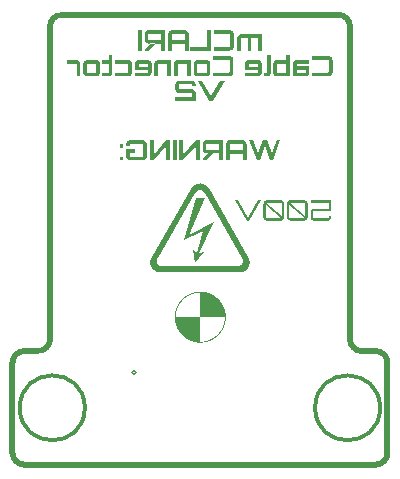
<source format=gbr>
%TF.GenerationSoftware,Altium Limited,Altium Designer,23.8.1 (32)*%
G04 Layer_Color=13421772*
%FSLAX26Y26*%
%MOIN*%
%TF.SameCoordinates,B48688C3-A13A-492E-84A6-6931980A1D19*%
%TF.FilePolarity,Positive*%
%TF.FileFunction,Legend,Bot*%
%TF.Part,Single*%
G01*
G75*
%TA.AperFunction,NonConductor*%
%ADD33C,0.006142*%
%ADD35C,0.011811*%
%ADD37C,0.019685*%
G36*
X2909Y387047D02*
X3530D01*
Y387020D01*
X4502D01*
Y386993D01*
X4934D01*
Y386966D01*
X5554D01*
Y386939D01*
X6148D01*
Y386912D01*
X6418D01*
Y386885D01*
X6931D01*
Y386858D01*
X7336D01*
Y386831D01*
X7606D01*
Y386804D01*
X8011D01*
Y386777D01*
X8227D01*
Y386750D01*
X8740D01*
Y386723D01*
X8929D01*
Y386696D01*
X9280D01*
Y386669D01*
X9496D01*
Y386642D01*
X9766D01*
Y386615D01*
X10090D01*
Y386588D01*
X10252D01*
Y386561D01*
X10549D01*
Y386534D01*
X10792D01*
Y386507D01*
X10981D01*
Y386480D01*
X11251D01*
Y386453D01*
X11413D01*
Y386426D01*
X11764D01*
Y386399D01*
X11899D01*
Y386372D01*
X12142D01*
Y386345D01*
X12331D01*
Y386318D01*
X12493D01*
Y386291D01*
X12736D01*
Y386264D01*
X12871D01*
Y386237D01*
X13141D01*
Y386210D01*
X13303D01*
Y386183D01*
X13464D01*
Y386156D01*
X13653D01*
Y386129D01*
X13816D01*
Y386102D01*
X14031D01*
Y386075D01*
X14166D01*
Y386048D01*
X14382D01*
Y386021D01*
X14517D01*
Y385994D01*
X14679D01*
Y385967D01*
X14895D01*
Y385940D01*
X15003D01*
Y385913D01*
X15219D01*
Y385886D01*
X15354D01*
Y385859D01*
X15489D01*
Y385832D01*
X15678D01*
Y385805D01*
X15813D01*
Y385778D01*
X16002D01*
Y385751D01*
X16110D01*
Y385724D01*
X16299D01*
Y385697D01*
X16434D01*
Y385670D01*
X16542D01*
Y385643D01*
X16758D01*
Y385616D01*
X16839D01*
Y385589D01*
X17028D01*
Y385562D01*
X17136D01*
Y385535D01*
X17298D01*
Y385508D01*
X17433D01*
Y385481D01*
X17541D01*
Y385454D01*
X17730D01*
Y385427D01*
X17811D01*
Y385400D01*
X17973D01*
Y385373D01*
X18108D01*
Y385346D01*
X18216D01*
Y385319D01*
X18378D01*
Y385292D01*
X18459D01*
Y385265D01*
X18648D01*
Y385238D01*
X18756D01*
Y385211D01*
X18864D01*
Y385184D01*
X19026D01*
Y385157D01*
X19107D01*
Y385130D01*
X19269D01*
Y385103D01*
X19350D01*
Y385076D01*
X19512D01*
Y385049D01*
X19620D01*
Y385022D01*
X19728D01*
Y384995D01*
X19890D01*
Y384968D01*
X19971D01*
Y384941D01*
X20133D01*
Y384914D01*
X20214D01*
Y384887D01*
X20322D01*
Y384860D01*
X20457D01*
Y384833D01*
X20538D01*
Y384806D01*
X20700D01*
Y384779D01*
X20781D01*
Y384752D01*
X20916D01*
Y384725D01*
X21024D01*
Y384698D01*
X21105D01*
Y384671D01*
X21267D01*
Y384644D01*
X21348D01*
Y384617D01*
X21483D01*
Y384590D01*
X21564D01*
Y384563D01*
X21672D01*
Y384536D01*
X21807D01*
Y384509D01*
X21888D01*
Y384482D01*
X22023D01*
Y384455D01*
X22104D01*
Y384428D01*
X22212D01*
Y384401D01*
X22320D01*
Y384374D01*
X22401D01*
Y384347D01*
X22535D01*
Y384320D01*
X22616D01*
Y384293D01*
X22752D01*
Y384266D01*
X22832D01*
Y384239D01*
X22913D01*
Y384212D01*
X23048D01*
Y384185D01*
X23129D01*
Y384158D01*
X23264D01*
Y384131D01*
X23318D01*
Y384104D01*
X23453D01*
Y384077D01*
X23534D01*
Y384050D01*
X23615D01*
Y384023D01*
X23750D01*
Y383996D01*
X23804D01*
Y383969D01*
X23939D01*
Y383942D01*
X24020D01*
Y383915D01*
X24101D01*
Y383888D01*
X24209D01*
Y383861D01*
X24290D01*
Y383834D01*
X24425D01*
Y383807D01*
X24479D01*
Y383780D01*
X24614D01*
Y383753D01*
X24695D01*
Y383726D01*
X24776D01*
Y383699D01*
X24884D01*
Y383672D01*
X24965D01*
Y383645D01*
X25073D01*
Y383618D01*
X25154D01*
Y383591D01*
X25235D01*
Y383564D01*
X25343D01*
Y383537D01*
X25397D01*
Y383510D01*
X25532D01*
Y383483D01*
X25586D01*
Y383456D01*
X25694D01*
Y383429D01*
X25775D01*
Y383402D01*
X25856D01*
Y383375D01*
X25964D01*
Y383348D01*
X26018D01*
Y383321D01*
X26153D01*
Y383294D01*
X26207D01*
Y383267D01*
X26288D01*
Y383240D01*
X26396D01*
Y383213D01*
X26450D01*
Y383186D01*
X26585D01*
Y383159D01*
X26639D01*
Y383132D01*
X26747D01*
Y383105D01*
X26828D01*
Y383078D01*
X26882D01*
Y383051D01*
X26990D01*
Y383024D01*
X27044D01*
Y382997D01*
X27179D01*
Y382970D01*
X27233D01*
Y382943D01*
X27314D01*
Y382916D01*
X27422D01*
Y382889D01*
X27476D01*
Y382862D01*
X27584D01*
Y382835D01*
X27638D01*
Y382808D01*
X27746D01*
Y382781D01*
X27827D01*
Y382754D01*
X27881D01*
Y382727D01*
X27989D01*
Y382700D01*
X28043D01*
Y382673D01*
X28151D01*
Y382646D01*
X28205D01*
Y382619D01*
X28286D01*
Y382592D01*
X28394D01*
Y382565D01*
X28448D01*
Y382538D01*
X28556D01*
Y382511D01*
X28610D01*
Y382484D01*
X28691D01*
Y382457D01*
X28772D01*
Y382430D01*
X28826D01*
Y382403D01*
X28934D01*
Y382376D01*
X28988D01*
Y382349D01*
X29096D01*
Y382322D01*
X29150D01*
Y382295D01*
X29231D01*
Y382268D01*
X29312D01*
Y382241D01*
X29366D01*
Y382214D01*
X29474D01*
Y382187D01*
X29528D01*
Y382160D01*
X29609D01*
Y382133D01*
X29690D01*
Y382106D01*
X29744D01*
Y382079D01*
X29852D01*
Y382052D01*
X29906D01*
Y382025D01*
X29987D01*
Y381998D01*
X30068D01*
Y381971D01*
X30122D01*
Y381944D01*
X30230D01*
Y381917D01*
X30284D01*
Y381890D01*
X30365D01*
Y381863D01*
X30419D01*
Y381836D01*
X30500D01*
Y381809D01*
X30581D01*
Y381782D01*
X30635D01*
Y381755D01*
X30743D01*
Y381728D01*
X30797D01*
Y381701D01*
X30878D01*
Y381674D01*
X30932D01*
Y381647D01*
X31013D01*
Y381620D01*
X31093D01*
Y381593D01*
X31148D01*
Y381566D01*
X31229D01*
Y381539D01*
X31282D01*
Y381512D01*
X31363D01*
Y381485D01*
X31445D01*
Y381458D01*
X31498D01*
Y381431D01*
X31579D01*
Y381404D01*
X31634D01*
Y381377D01*
X31741D01*
Y381350D01*
X31796D01*
Y381323D01*
X31849D01*
Y381296D01*
X31930D01*
Y381269D01*
X31984D01*
Y381243D01*
X32065D01*
Y381216D01*
X32119D01*
Y381188D01*
X32200D01*
Y381161D01*
X32281D01*
Y381135D01*
X32308D01*
Y381108D01*
X32416D01*
Y381080D01*
X32443D01*
Y381053D01*
X32551D01*
Y381026D01*
X32605D01*
Y381000D01*
X32659D01*
Y380973D01*
X32740D01*
Y380945D01*
X32794D01*
Y380918D01*
X32902D01*
Y380892D01*
X32929D01*
Y380865D01*
X33010D01*
Y380837D01*
X33064D01*
Y380810D01*
X33145D01*
Y380784D01*
X33226D01*
Y380757D01*
X33253D01*
Y380729D01*
X33361D01*
Y380702D01*
X33415D01*
Y380675D01*
X33469D01*
Y380649D01*
X33550D01*
Y380622D01*
X33604D01*
Y380594D01*
X33685D01*
Y380567D01*
X33712D01*
Y380541D01*
X33793D01*
Y380514D01*
X33847D01*
Y380486D01*
X33901D01*
Y380459D01*
X34009D01*
Y380433D01*
X34036D01*
Y380406D01*
X34144D01*
Y380379D01*
X34171D01*
Y380352D01*
X34225D01*
Y380325D01*
X34306D01*
Y380298D01*
X34360D01*
Y380271D01*
X34441D01*
Y380244D01*
X34495D01*
Y380217D01*
X34576D01*
Y380190D01*
X34630D01*
Y380163D01*
X34657D01*
Y380136D01*
X34765D01*
Y380109D01*
X34792D01*
Y380082D01*
X34873D01*
Y380055D01*
X34927D01*
Y380028D01*
X34981D01*
Y380001D01*
X35062D01*
Y379974D01*
X35116D01*
Y379947D01*
X35197D01*
Y379920D01*
X35224D01*
Y379893D01*
X35305D01*
Y379866D01*
X35359D01*
Y379839D01*
X35413D01*
Y379812D01*
X35494D01*
Y379785D01*
X35521D01*
Y379758D01*
X35629D01*
Y379731D01*
X35656D01*
Y379704D01*
X35737D01*
Y379677D01*
X35791D01*
Y379650D01*
X35845D01*
Y379623D01*
X35926D01*
Y379596D01*
X35953D01*
Y379569D01*
X36034D01*
Y379542D01*
X36088D01*
Y379515D01*
X36142D01*
Y379488D01*
X36223D01*
Y379461D01*
X36250D01*
Y379434D01*
X36331D01*
Y379407D01*
X36385D01*
Y379380D01*
X36439D01*
Y379353D01*
X36493D01*
Y379326D01*
X36547D01*
Y379299D01*
X36628D01*
Y379272D01*
X36655D01*
Y379245D01*
X36736D01*
Y379218D01*
X36790D01*
Y379191D01*
X36844D01*
Y379164D01*
X36925D01*
Y379137D01*
X36952D01*
Y379110D01*
X37033D01*
Y379083D01*
X37087D01*
Y379056D01*
X37141D01*
Y379029D01*
X37195D01*
Y379002D01*
X37249D01*
Y378975D01*
X37330D01*
Y378948D01*
X37357D01*
Y378921D01*
X37438D01*
Y378894D01*
X37465D01*
Y378867D01*
X37519D01*
Y378840D01*
X37600D01*
Y378813D01*
X37654D01*
Y378786D01*
X37708D01*
Y378759D01*
X37762D01*
Y378732D01*
X37816D01*
Y378705D01*
X37870D01*
Y378678D01*
X37924D01*
Y378651D01*
X38005D01*
Y378624D01*
X38032D01*
Y378597D01*
X38113D01*
Y378570D01*
X38167D01*
Y378543D01*
X38194D01*
Y378516D01*
X38275D01*
Y378489D01*
X38302D01*
Y378462D01*
X38383D01*
Y378435D01*
X38437D01*
Y378408D01*
X38464D01*
Y378381D01*
X38545D01*
Y378354D01*
X38572D01*
Y378327D01*
X38653D01*
Y378300D01*
X38680D01*
Y378273D01*
X38761D01*
Y378246D01*
X38815D01*
Y378219D01*
X38842D01*
Y378192D01*
X38923D01*
Y378165D01*
X38950D01*
Y378138D01*
X39031D01*
Y378111D01*
X39085D01*
Y378084D01*
X39112D01*
Y378057D01*
X39193D01*
Y378030D01*
X39220D01*
Y378003D01*
X39301D01*
Y377976D01*
X39328D01*
Y377949D01*
X39409D01*
Y377922D01*
X39463D01*
Y377895D01*
X39490D01*
Y377868D01*
X39571D01*
Y377841D01*
X39598D01*
Y377814D01*
X39679D01*
Y377787D01*
X39733D01*
Y377760D01*
X39760D01*
Y377733D01*
X39841D01*
Y377706D01*
X39868D01*
Y377679D01*
X39949D01*
Y377652D01*
X39976D01*
Y377625D01*
X40029D01*
Y377598D01*
X40084D01*
Y377571D01*
X40138D01*
Y377544D01*
X40191D01*
Y377517D01*
X40245D01*
Y377490D01*
X40300D01*
Y377463D01*
X40353D01*
Y377436D01*
X40380D01*
Y377409D01*
X40462D01*
Y377382D01*
X40489D01*
Y377355D01*
X40569D01*
Y377328D01*
X40596D01*
Y377301D01*
X40651D01*
Y377274D01*
X40705D01*
Y377247D01*
X40731D01*
Y377220D01*
X40812D01*
Y377193D01*
X40840D01*
Y377166D01*
X40920D01*
Y377139D01*
X40947D01*
Y377112D01*
X41001D01*
Y377085D01*
X41055D01*
Y377058D01*
X41109D01*
Y377031D01*
X41163D01*
Y377004D01*
X41190D01*
Y376977D01*
X41271D01*
Y376950D01*
X41325D01*
Y376923D01*
X41352D01*
Y376896D01*
X41406D01*
Y376869D01*
X41460D01*
Y376842D01*
X41514D01*
Y376815D01*
X41568D01*
Y376788D01*
X41595D01*
Y376761D01*
X41676D01*
Y376734D01*
X41703D01*
Y376707D01*
X41757D01*
Y376680D01*
X41811D01*
Y376653D01*
X41865D01*
Y376626D01*
X41919D01*
Y376599D01*
X41946D01*
Y376572D01*
X42000D01*
Y376545D01*
X42054D01*
Y376518D01*
X42108D01*
Y376491D01*
X42135D01*
Y376464D01*
X42189D01*
Y376437D01*
X42243D01*
Y376410D01*
X42297D01*
Y376383D01*
X42351D01*
Y376356D01*
X42378D01*
Y376329D01*
X42459D01*
Y376302D01*
X42486D01*
Y376275D01*
X42513D01*
Y376248D01*
X42594D01*
Y376221D01*
X42621D01*
Y376194D01*
X42702D01*
Y376167D01*
X42729D01*
Y376140D01*
X42756D01*
Y376113D01*
X42837D01*
Y376086D01*
X42864D01*
Y376059D01*
X42918D01*
Y376032D01*
X42972D01*
Y376005D01*
X43026D01*
Y375978D01*
X43053D01*
Y375951D01*
X43107D01*
Y375924D01*
X43161D01*
Y375897D01*
X43188D01*
Y375870D01*
X43269D01*
Y375843D01*
X43296D01*
Y375816D01*
X43350D01*
Y375789D01*
X43404D01*
Y375762D01*
X43431D01*
Y375735D01*
X43485D01*
Y375708D01*
X43539D01*
Y375681D01*
X43593D01*
Y375654D01*
X43620D01*
Y375627D01*
X43674D01*
Y375600D01*
X43728D01*
Y375573D01*
X43755D01*
Y375546D01*
X43809D01*
Y375519D01*
X43863D01*
Y375492D01*
X43890D01*
Y375465D01*
X43944D01*
Y375438D01*
X43998D01*
Y375411D01*
X44052D01*
Y375384D01*
X44079D01*
Y375357D01*
X44133D01*
Y375330D01*
X44187D01*
Y375303D01*
X44214D01*
Y375276D01*
X44268D01*
Y375249D01*
X44295D01*
Y375222D01*
X44376D01*
Y375195D01*
X44403D01*
Y375168D01*
X44457D01*
Y375141D01*
X44511D01*
Y375114D01*
X44538D01*
Y375087D01*
X44592D01*
Y375060D01*
X44619D01*
Y375033D01*
X44673D01*
Y375006D01*
X44727D01*
Y374979D01*
X44754D01*
Y374952D01*
X44835D01*
Y374925D01*
X44862D01*
Y374898D01*
X44916D01*
Y374871D01*
X44943D01*
Y374844D01*
X44997D01*
Y374817D01*
X45024D01*
Y374790D01*
X45078D01*
Y374763D01*
X45132D01*
Y374736D01*
X45159D01*
Y374709D01*
X45213D01*
Y374682D01*
X45267D01*
Y374655D01*
X45294D01*
Y374628D01*
X45348D01*
Y374601D01*
X45375D01*
Y374574D01*
X45429D01*
Y374547D01*
X45483D01*
Y374520D01*
X45510D01*
Y374493D01*
X45564D01*
Y374466D01*
X45591D01*
Y374439D01*
X45672D01*
Y374412D01*
X45699D01*
Y374385D01*
X45753D01*
Y374358D01*
X45780D01*
Y374331D01*
X45834D01*
Y374304D01*
X45861D01*
Y374277D01*
X45915D01*
Y374250D01*
X45969D01*
Y374223D01*
X45996D01*
Y374196D01*
X46050D01*
Y374169D01*
X46104D01*
Y374142D01*
X46131D01*
Y374115D01*
X46185D01*
Y374088D01*
X46212D01*
Y374061D01*
X46266D01*
Y374034D01*
X46293D01*
Y374007D01*
X46347D01*
Y373980D01*
X46401D01*
Y373953D01*
X46428D01*
Y373926D01*
X46482D01*
Y373899D01*
X46509D01*
Y373872D01*
X46563D01*
Y373845D01*
X46617D01*
Y373818D01*
X46644D01*
Y373791D01*
X46698D01*
Y373764D01*
X46725D01*
Y373737D01*
X46779D01*
Y373710D01*
X46806D01*
Y373683D01*
X46860D01*
Y373656D01*
X46914D01*
Y373629D01*
X46941D01*
Y373602D01*
X46995D01*
Y373575D01*
X47022D01*
Y373548D01*
X47049D01*
Y373521D01*
X47103D01*
Y373494D01*
X47130D01*
Y373467D01*
X47184D01*
Y373440D01*
X47211D01*
Y373413D01*
X47265D01*
Y373386D01*
X47319D01*
Y373359D01*
X47346D01*
Y373332D01*
X47400D01*
Y373305D01*
X47427D01*
Y373278D01*
X47481D01*
Y373251D01*
X47508D01*
Y373224D01*
X47562D01*
Y373197D01*
X47616D01*
Y373170D01*
X47643D01*
Y373143D01*
X47697D01*
Y373116D01*
X47724D01*
Y373089D01*
X47778D01*
Y373062D01*
X47805D01*
Y373035D01*
X47832D01*
Y373008D01*
X47913D01*
Y372981D01*
X47940D01*
Y372954D01*
X47967D01*
Y372927D01*
X48021D01*
Y372900D01*
X48048D01*
Y372873D01*
X48102D01*
Y372846D01*
X48129D01*
Y372819D01*
X48183D01*
Y372792D01*
X48210D01*
Y372765D01*
X48264D01*
Y372738D01*
X48291D01*
Y372711D01*
X48345D01*
Y372684D01*
X48372D01*
Y372657D01*
X48399D01*
Y372630D01*
X48453D01*
Y372603D01*
X48480D01*
Y372576D01*
X48534D01*
Y372549D01*
X48588D01*
Y372522D01*
X48615D01*
Y372495D01*
X48669D01*
Y372468D01*
X48696D01*
Y372441D01*
X48750D01*
Y372414D01*
X48777D01*
Y372387D01*
X48804D01*
Y372361D01*
X48858D01*
Y372334D01*
X48885D01*
Y372307D01*
X48939D01*
Y372279D01*
X48965D01*
Y372252D01*
X49020D01*
Y372226D01*
X49047D01*
Y372199D01*
X49074D01*
Y372171D01*
X49127D01*
Y372144D01*
X49154D01*
Y372118D01*
X49209D01*
Y372091D01*
X49236D01*
Y372063D01*
X49289D01*
Y372036D01*
X49343D01*
Y372010D01*
X49370D01*
Y371983D01*
X49398D01*
Y371955D01*
X49425D01*
Y371928D01*
X49478D01*
Y371901D01*
X49532D01*
Y371875D01*
X49559D01*
Y371848D01*
X49587D01*
Y371820D01*
X49641D01*
Y371793D01*
X49667D01*
Y371767D01*
X49721D01*
Y371740D01*
X49748D01*
Y371712D01*
X49803D01*
Y371685D01*
X49830D01*
Y371659D01*
X49856D01*
Y371632D01*
X49910D01*
Y371604D01*
X49937D01*
Y371577D01*
X49991D01*
Y371550D01*
X50018D01*
Y371524D01*
X50072D01*
Y371497D01*
X50099D01*
Y371470D01*
X50126D01*
Y371443D01*
X50180D01*
Y371416D01*
X50207D01*
Y371389D01*
X50261D01*
Y371362D01*
X50288D01*
Y371335D01*
X50315D01*
Y371308D01*
X50369D01*
Y371281D01*
X50396D01*
Y371254D01*
X50450D01*
Y371227D01*
X50477D01*
Y371200D01*
X50504D01*
Y371173D01*
X50531D01*
Y371146D01*
X50585D01*
Y371119D01*
X50639D01*
Y371092D01*
X50666D01*
Y371065D01*
X50693D01*
Y371038D01*
X50720D01*
Y371011D01*
X50774D01*
Y370984D01*
X50801D01*
Y370957D01*
X50855D01*
Y370930D01*
X50882D01*
Y370903D01*
X50909D01*
Y370876D01*
X50963D01*
Y370849D01*
X50990D01*
Y370822D01*
X51044D01*
Y370795D01*
X51071D01*
Y370768D01*
X51098D01*
Y370741D01*
X51152D01*
Y370714D01*
X51179D01*
Y370687D01*
X51233D01*
Y370660D01*
X51260D01*
Y370633D01*
X51287D01*
Y370606D01*
X51341D01*
Y370579D01*
X51368D01*
Y370552D01*
X51395D01*
Y370525D01*
X51422D01*
Y370498D01*
X51476D01*
Y370471D01*
X51503D01*
Y370444D01*
X51557D01*
Y370417D01*
X51584D01*
Y370390D01*
X51611D01*
Y370363D01*
X51665D01*
Y370336D01*
X51692D01*
Y370309D01*
X51719D01*
Y370282D01*
X51773D01*
Y370255D01*
X51800D01*
Y370228D01*
X51854D01*
Y370201D01*
X51881D01*
Y370174D01*
X51908D01*
Y370147D01*
X51935D01*
Y370120D01*
X51989D01*
Y370093D01*
X52016D01*
Y370066D01*
X52043D01*
Y370039D01*
X52097D01*
Y370012D01*
X52124D01*
Y369985D01*
X52151D01*
Y369958D01*
X52205D01*
Y369931D01*
X52232D01*
Y369904D01*
X52286D01*
Y369877D01*
X52313D01*
Y369850D01*
X52340D01*
Y369823D01*
X52394D01*
Y369796D01*
X52421D01*
Y369769D01*
X52448D01*
Y369742D01*
X52475D01*
Y369715D01*
X52529D01*
Y369688D01*
X52556D01*
Y369661D01*
X52583D01*
Y369634D01*
X52637D01*
Y369607D01*
X52664D01*
Y369580D01*
X52691D01*
Y369553D01*
X52718D01*
Y369526D01*
X52772D01*
Y369499D01*
X52799D01*
Y369472D01*
X52826D01*
Y369445D01*
X52880D01*
Y369418D01*
X52907D01*
Y369391D01*
X52934D01*
Y369364D01*
X52961D01*
Y369337D01*
X53015D01*
Y369310D01*
X53042D01*
Y369283D01*
X53069D01*
Y369256D01*
X53123D01*
Y369229D01*
X53150D01*
Y369202D01*
X53177D01*
Y369175D01*
X53231D01*
Y369148D01*
X53258D01*
Y369121D01*
X53285D01*
Y369094D01*
X53312D01*
Y369067D01*
X53366D01*
Y369040D01*
X53393D01*
Y369013D01*
X53420D01*
Y368986D01*
X53474D01*
Y368959D01*
X53501D01*
Y368932D01*
X53528D01*
Y368905D01*
X53555D01*
Y368878D01*
X53609D01*
Y368851D01*
X53636D01*
Y368824D01*
X53663D01*
Y368797D01*
X53690D01*
Y368770D01*
X53717D01*
Y368743D01*
X53771D01*
Y368716D01*
X53798D01*
Y368689D01*
X53825D01*
Y368662D01*
X53879D01*
Y368635D01*
X53906D01*
Y368608D01*
X53933D01*
Y368581D01*
X53960D01*
Y368554D01*
X54014D01*
Y368527D01*
X54041D01*
Y368500D01*
X54068D01*
Y368473D01*
X54122D01*
Y368446D01*
X54149D01*
Y368419D01*
X54176D01*
Y368392D01*
X54203D01*
Y368365D01*
X54230D01*
Y368338D01*
X54284D01*
Y368311D01*
X54311D01*
Y368284D01*
X54338D01*
Y368257D01*
X54365D01*
Y368230D01*
X54419D01*
Y368203D01*
X54446D01*
Y368176D01*
X54473D01*
Y368149D01*
X54527D01*
Y368122D01*
X54554D01*
Y368095D01*
X54581D01*
Y368068D01*
X54608D01*
Y368041D01*
X54635D01*
Y368014D01*
X54689D01*
Y367987D01*
X54716D01*
Y367960D01*
X54743D01*
Y367933D01*
X54770D01*
Y367906D01*
X54797D01*
Y367879D01*
X54851D01*
Y367852D01*
X54878D01*
Y367825D01*
X54905D01*
Y367798D01*
X54932D01*
Y367771D01*
X54986D01*
Y367744D01*
X55013D01*
Y367717D01*
X55040D01*
Y367690D01*
X55067D01*
Y367663D01*
X55094D01*
Y367636D01*
X55148D01*
Y367609D01*
X55175D01*
Y367582D01*
X55202D01*
Y367555D01*
X55229D01*
Y367528D01*
X55256D01*
Y367501D01*
X55310D01*
Y367474D01*
X55337D01*
Y367447D01*
X55364D01*
Y367420D01*
X55391D01*
Y367393D01*
X55418D01*
Y367366D01*
X55472D01*
Y367339D01*
X55499D01*
Y367312D01*
X55526D01*
Y367285D01*
X55553D01*
Y367258D01*
X55607D01*
Y367231D01*
X55634D01*
Y367204D01*
X55661D01*
Y367177D01*
X55688D01*
Y367150D01*
X55715D01*
Y367123D01*
X55742D01*
Y367096D01*
X55769D01*
Y367069D01*
X55823D01*
Y367042D01*
X55850D01*
Y367015D01*
X55877D01*
Y366988D01*
X55904D01*
Y366961D01*
X55931D01*
Y366934D01*
X55985D01*
Y366907D01*
X56012D01*
Y366880D01*
X56039D01*
Y366853D01*
X56066D01*
Y366826D01*
X56093D01*
Y366799D01*
X56147D01*
Y366772D01*
X56174D01*
Y366745D01*
X56201D01*
Y366718D01*
X56228D01*
Y366691D01*
X56255D01*
Y366664D01*
X56282D01*
Y366637D01*
X56309D01*
Y366610D01*
X56363D01*
Y366583D01*
X56390D01*
Y366556D01*
X56417D01*
Y366529D01*
X56444D01*
Y366502D01*
X56471D01*
Y366475D01*
X56525D01*
Y366448D01*
X56552D01*
Y366421D01*
X56579D01*
Y366394D01*
X56606D01*
Y366367D01*
X56633D01*
Y366340D01*
X56660D01*
Y366313D01*
X56687D01*
Y366286D01*
X56741D01*
Y366259D01*
X56768D01*
Y366232D01*
X56795D01*
Y366205D01*
X56822D01*
Y366178D01*
X56849D01*
Y366151D01*
X56876D01*
Y366124D01*
X56903D01*
Y366097D01*
X56957D01*
Y366070D01*
X56984D01*
Y366043D01*
X57011D01*
Y366016D01*
X57038D01*
Y365989D01*
X57065D01*
Y365962D01*
X57092D01*
Y365935D01*
X57119D01*
Y365908D01*
X57146D01*
Y365881D01*
X57200D01*
Y365854D01*
X57227D01*
Y365827D01*
X57254D01*
Y365800D01*
X57281D01*
Y365773D01*
X57308D01*
Y365746D01*
X57335D01*
Y365719D01*
X57389D01*
Y365692D01*
X57416D01*
Y365665D01*
X57443D01*
Y365638D01*
X57470D01*
Y365611D01*
X57497D01*
Y365584D01*
X57524D01*
Y365557D01*
X57578D01*
Y365503D01*
X57605D01*
Y365476D01*
X57659D01*
Y365449D01*
X57686D01*
Y365422D01*
X57713D01*
Y365395D01*
X57740D01*
Y365368D01*
X57767D01*
Y365341D01*
X57794D01*
Y365314D01*
X57821D01*
Y365287D01*
X57848D01*
Y365260D01*
X57875D01*
Y365233D01*
X57928D01*
Y365206D01*
X57956D01*
Y365179D01*
X57983D01*
Y365152D01*
X58010D01*
Y365125D01*
X58036D01*
Y365098D01*
X58063D01*
Y365071D01*
X58090D01*
Y365044D01*
X58145D01*
Y365017D01*
X58172D01*
Y364990D01*
X58199D01*
Y364963D01*
X58225D01*
Y364936D01*
X58252D01*
Y364909D01*
X58279D01*
Y364882D01*
X58306D01*
Y364855D01*
X58334D01*
Y364828D01*
X58361D01*
Y364801D01*
X58388D01*
Y364774D01*
X58414D01*
Y364747D01*
X58441D01*
Y364720D01*
X58495D01*
Y364693D01*
X58523D01*
Y364666D01*
X58550D01*
Y364639D01*
X58577D01*
Y364612D01*
X58603D01*
Y364585D01*
X58630D01*
Y364558D01*
X58657D01*
Y364531D01*
X58684D01*
Y364504D01*
X58712D01*
Y364477D01*
X58739D01*
Y364450D01*
X58792D01*
Y364423D01*
X58819D01*
Y364396D01*
X58846D01*
Y364369D01*
X58873D01*
Y364342D01*
X58900D01*
Y364315D01*
X58927D01*
Y364288D01*
X58954D01*
Y364261D01*
X58981D01*
Y364234D01*
X59008D01*
Y364207D01*
X59035D01*
Y364180D01*
X59062D01*
Y364153D01*
X59089D01*
Y364126D01*
X59116D01*
Y364099D01*
X59143D01*
Y364072D01*
X59197D01*
Y364045D01*
X59224D01*
Y364018D01*
X59251D01*
Y363991D01*
X59278D01*
Y363964D01*
X59305D01*
Y363937D01*
X59332D01*
Y363910D01*
X59359D01*
Y363883D01*
X59386D01*
Y363856D01*
X59413D01*
Y363829D01*
X59440D01*
Y363802D01*
X59467D01*
Y363775D01*
X59494D01*
Y363748D01*
X59521D01*
Y363721D01*
X59548D01*
Y363694D01*
X59575D01*
Y363667D01*
X59602D01*
Y363640D01*
X59629D01*
Y363613D01*
X59656D01*
Y363586D01*
X59683D01*
Y363559D01*
X59710D01*
Y363532D01*
X59737D01*
Y363505D01*
X59791D01*
Y363478D01*
X59818D01*
Y363451D01*
X59845D01*
Y363424D01*
X59872D01*
Y363397D01*
X59899D01*
Y363370D01*
X59926D01*
Y363344D01*
X59953D01*
Y363317D01*
X59980D01*
Y363289D01*
X60007D01*
Y363262D01*
X60034D01*
Y363236D01*
X60061D01*
Y363209D01*
X60088D01*
Y363182D01*
X60115D01*
Y363154D01*
X60142D01*
Y363127D01*
X60169D01*
Y363101D01*
X60196D01*
Y363074D01*
X60223D01*
Y363046D01*
X60277D01*
Y363019D01*
X60304D01*
Y362966D01*
X60358D01*
Y362938D01*
X60385D01*
Y362911D01*
X60412D01*
Y362885D01*
X60439D01*
Y362858D01*
X60466D01*
Y362830D01*
X60493D01*
Y362776D01*
X60547D01*
Y362750D01*
X60574D01*
Y362723D01*
X60601D01*
Y362695D01*
X60628D01*
Y362642D01*
X60682D01*
Y362615D01*
X60709D01*
Y362587D01*
X60736D01*
Y362560D01*
X60763D01*
Y362534D01*
X60790D01*
Y362507D01*
X60817D01*
Y362453D01*
X60871D01*
Y362426D01*
X60898D01*
Y362399D01*
X60925D01*
Y362372D01*
X60952D01*
Y362318D01*
X61006D01*
Y362291D01*
X61033D01*
Y362264D01*
X61060D01*
Y362237D01*
X61087D01*
Y362210D01*
X61114D01*
Y362183D01*
X61141D01*
Y362129D01*
X61195D01*
Y362102D01*
X61222D01*
Y362075D01*
X61249D01*
Y362048D01*
X61276D01*
Y361994D01*
X61330D01*
Y361967D01*
X61357D01*
Y361940D01*
X61384D01*
Y361913D01*
X61411D01*
Y361886D01*
X61438D01*
Y361859D01*
X61465D01*
Y361805D01*
X61519D01*
Y361778D01*
X61546D01*
Y361751D01*
X61573D01*
Y361724D01*
X61600D01*
Y361670D01*
X61654D01*
Y361643D01*
X61681D01*
Y361616D01*
X61708D01*
Y361589D01*
X61735D01*
Y361562D01*
X61762D01*
Y361535D01*
X61789D01*
Y361481D01*
X61843D01*
Y361454D01*
X61870D01*
Y361427D01*
X61897D01*
Y361400D01*
X61924D01*
Y361346D01*
X61978D01*
Y361319D01*
X62005D01*
Y361292D01*
X62032D01*
Y361238D01*
X62059D01*
Y361211D01*
X62086D01*
Y361184D01*
X62113D01*
Y361157D01*
X62140D01*
Y361130D01*
X62167D01*
Y361103D01*
X62194D01*
Y361076D01*
X62221D01*
Y361049D01*
X62248D01*
Y361022D01*
X62275D01*
Y360995D01*
X62302D01*
Y360968D01*
X62329D01*
Y360941D01*
X62356D01*
Y360914D01*
X62383D01*
Y360887D01*
X62410D01*
Y360860D01*
X62437D01*
Y360833D01*
X62464D01*
Y360806D01*
X62491D01*
Y360752D01*
X62518D01*
Y360725D01*
X62545D01*
Y360698D01*
X62572D01*
Y360671D01*
X62599D01*
Y360644D01*
X62626D01*
Y360617D01*
X62653D01*
Y360590D01*
X62680D01*
Y360563D01*
X62707D01*
Y360536D01*
X62734D01*
Y360509D01*
X62761D01*
Y360482D01*
X62788D01*
Y360455D01*
X62815D01*
Y360428D01*
X62842D01*
Y360401D01*
X62869D01*
Y360374D01*
X62896D01*
Y360347D01*
X62923D01*
Y360320D01*
X62950D01*
Y360293D01*
X62977D01*
Y360266D01*
X63004D01*
Y360239D01*
X63031D01*
Y360185D01*
X63058D01*
Y360158D01*
X63085D01*
Y360131D01*
X63112D01*
Y360104D01*
X63139D01*
Y360077D01*
X63166D01*
Y360050D01*
X63193D01*
Y360023D01*
X63220D01*
Y359996D01*
X63247D01*
Y359969D01*
X63274D01*
Y359942D01*
X63301D01*
Y359915D01*
X63328D01*
Y359888D01*
X63355D01*
Y359861D01*
X63382D01*
Y359834D01*
X63409D01*
Y359807D01*
X63436D01*
Y359780D01*
X63463D01*
Y359726D01*
X63490D01*
Y359699D01*
X63517D01*
Y359672D01*
X63544D01*
Y359645D01*
X63571D01*
Y359618D01*
X63598D01*
Y359591D01*
X63625D01*
Y359564D01*
X63652D01*
Y359537D01*
X63679D01*
Y359483D01*
X63706D01*
Y359456D01*
X63733D01*
Y359429D01*
X63760D01*
Y359402D01*
X63787D01*
Y359375D01*
X63814D01*
Y359348D01*
X63841D01*
Y359321D01*
X63868D01*
Y359294D01*
X63895D01*
Y359267D01*
X63922D01*
Y359240D01*
X63949D01*
Y359213D01*
X63976D01*
Y359186D01*
X64003D01*
Y359132D01*
X64030D01*
Y359105D01*
X64057D01*
Y359078D01*
X64084D01*
Y359051D01*
X64111D01*
Y359024D01*
X64138D01*
Y358997D01*
X64165D01*
Y358970D01*
X64192D01*
Y358916D01*
X64219D01*
Y358889D01*
X64246D01*
Y358862D01*
X64273D01*
Y358835D01*
X64300D01*
Y358808D01*
X64327D01*
Y358781D01*
X64354D01*
Y358754D01*
X64381D01*
Y358727D01*
X64408D01*
Y358700D01*
X64435D01*
Y358673D01*
X64462D01*
Y358619D01*
X64489D01*
Y358592D01*
X64516D01*
Y358565D01*
X64570D01*
Y358511D01*
X64597D01*
Y358484D01*
X64624D01*
Y358457D01*
X64651D01*
Y358430D01*
X64678D01*
Y358403D01*
X64705D01*
Y358349D01*
X64732D01*
Y358322D01*
X64759D01*
Y358295D01*
X64786D01*
Y358268D01*
X64813D01*
Y358241D01*
X64840D01*
Y358187D01*
X64894D01*
Y358133D01*
X64921D01*
Y358106D01*
X64948D01*
Y358079D01*
X64975D01*
Y358052D01*
X65002D01*
Y358025D01*
X65029D01*
Y357998D01*
X65056D01*
Y357971D01*
X65083D01*
Y357944D01*
X65110D01*
Y357890D01*
X65137D01*
Y357863D01*
X65164D01*
Y357836D01*
X65191D01*
Y357809D01*
X65218D01*
Y357782D01*
X65245D01*
Y357755D01*
X65272D01*
Y357701D01*
X65299D01*
Y357674D01*
X65326D01*
Y357647D01*
X65353D01*
Y357620D01*
X65380D01*
Y357593D01*
X65407D01*
Y357566D01*
X65434D01*
Y357539D01*
X65461D01*
Y357512D01*
X65488D01*
Y357458D01*
X65515D01*
Y357431D01*
X65542D01*
Y357404D01*
X65569D01*
Y357377D01*
X65596D01*
Y357350D01*
X65623D01*
Y357296D01*
X65650D01*
Y357269D01*
X65677D01*
Y357242D01*
X65704D01*
Y357215D01*
X65731D01*
Y357188D01*
X65758D01*
Y357161D01*
X65785D01*
Y357107D01*
X65812D01*
Y357080D01*
X65839D01*
Y357053D01*
X65866D01*
Y357026D01*
X65893D01*
Y356999D01*
X65920D01*
Y356972D01*
X65947D01*
Y356918D01*
X65974D01*
Y356891D01*
X66001D01*
Y356864D01*
X66028D01*
Y356837D01*
X66055D01*
Y356783D01*
X66082D01*
Y356756D01*
X66109D01*
Y356729D01*
X66136D01*
Y356702D01*
X66163D01*
Y356675D01*
X66190D01*
Y356648D01*
X66217D01*
Y356621D01*
X66244D01*
Y356567D01*
X66271D01*
Y356540D01*
X66298D01*
Y356513D01*
X66325D01*
Y356459D01*
X66352D01*
Y356432D01*
X66379D01*
Y356405D01*
X66406D01*
Y356378D01*
X66433D01*
Y356351D01*
X66460D01*
Y356297D01*
X66514D01*
Y356243D01*
X66541D01*
Y356216D01*
X66568D01*
Y356189D01*
X66595D01*
Y356162D01*
X66622D01*
Y356135D01*
X66649D01*
Y356081D01*
X66676D01*
Y356054D01*
X66703D01*
Y356027D01*
X66730D01*
Y355973D01*
X66757D01*
Y355946D01*
X66784D01*
Y355919D01*
X66811D01*
Y355892D01*
X66838D01*
Y355865D01*
X66865D01*
Y355838D01*
X66891D01*
Y355784D01*
X66918D01*
Y355757D01*
X66945D01*
Y355730D01*
X66972D01*
Y355676D01*
X66999D01*
Y355649D01*
X67026D01*
Y355622D01*
X67053D01*
Y355595D01*
X67081D01*
Y355568D01*
X67108D01*
Y355514D01*
X67135D01*
Y355487D01*
X67162D01*
Y355460D01*
X67189D01*
Y355433D01*
X67216D01*
Y355406D01*
X67243D01*
Y355352D01*
X67269D01*
Y355325D01*
X67296D01*
Y355298D01*
X67323D01*
Y355271D01*
X67350D01*
Y355217D01*
X67377D01*
Y355190D01*
X67404D01*
Y355163D01*
X67431D01*
Y355109D01*
X67459D01*
Y355082D01*
X67486D01*
Y355055D01*
X67513D01*
Y355028D01*
X67540D01*
Y354974D01*
X67567D01*
Y354947D01*
X67594D01*
Y354920D01*
X67621D01*
Y354893D01*
X67647D01*
Y354866D01*
X67674D01*
Y354812D01*
X67701D01*
Y354785D01*
X67728D01*
Y354758D01*
X67755D01*
Y354704D01*
X67782D01*
Y354677D01*
X67809D01*
Y354650D01*
X67836D01*
Y354623D01*
X67863D01*
Y354569D01*
X67890D01*
Y354542D01*
X67917D01*
Y354515D01*
X67944D01*
Y354462D01*
X67971D01*
Y354435D01*
X67998D01*
Y354408D01*
X68025D01*
Y354380D01*
X68052D01*
Y354327D01*
X68079D01*
Y354300D01*
X68106D01*
Y354272D01*
X68133D01*
Y354245D01*
X68160D01*
Y354192D01*
X68187D01*
Y354164D01*
X68214D01*
Y354137D01*
X68241D01*
Y354084D01*
X68268D01*
Y354057D01*
X68295D01*
Y354029D01*
X68322D01*
Y353976D01*
X68349D01*
Y353949D01*
X68376D01*
Y353921D01*
X68403D01*
Y353868D01*
X68430D01*
Y353841D01*
X68457D01*
Y353813D01*
X68484D01*
Y353786D01*
X68511D01*
Y353760D01*
X68538D01*
Y353705D01*
X68565D01*
Y353678D01*
X68592D01*
Y353625D01*
X68619D01*
Y353598D01*
X68646D01*
Y353571D01*
X68673D01*
Y353544D01*
X68700D01*
Y353490D01*
X68727D01*
Y353463D01*
X68754D01*
Y353436D01*
X68781D01*
Y353382D01*
X68808D01*
Y353355D01*
X68835D01*
Y353328D01*
X68862D01*
Y353274D01*
X68889D01*
Y353247D01*
X68916D01*
Y353220D01*
X68943D01*
Y353193D01*
X68970D01*
Y353139D01*
X68997D01*
Y353112D01*
X69024D01*
Y353085D01*
X69051D01*
Y353031D01*
X69078D01*
Y353004D01*
X69105D01*
Y352950D01*
X69132D01*
Y352923D01*
X69159D01*
Y352896D01*
X69186D01*
Y352842D01*
X69213D01*
Y352815D01*
X69240D01*
Y352761D01*
X69267D01*
Y352734D01*
X69294D01*
Y352707D01*
X69321D01*
Y352680D01*
X69348D01*
Y352653D01*
X69375D01*
Y352599D01*
X69402D01*
Y352572D01*
X69429D01*
Y352518D01*
X69456D01*
Y352491D01*
X69483D01*
Y352464D01*
X69510D01*
Y352410D01*
X69537D01*
Y352383D01*
X69564D01*
Y352329D01*
X69591D01*
Y352302D01*
X69618D01*
Y352275D01*
X69645D01*
Y352221D01*
X69672D01*
Y352194D01*
X69699D01*
Y352167D01*
X69726D01*
Y352140D01*
X69753D01*
Y352086D01*
X69780D01*
Y352059D01*
X69807D01*
Y352005D01*
X69834D01*
Y351978D01*
X69861D01*
Y351951D01*
X69888D01*
Y351897D01*
X69915D01*
Y351870D01*
X69942D01*
Y351816D01*
X69969D01*
Y351789D01*
X69996D01*
Y351762D01*
X70023D01*
Y351708D01*
X70050D01*
Y351681D01*
X70077D01*
Y351627D01*
X70104D01*
Y351600D01*
X70131D01*
Y351573D01*
X70158D01*
Y351519D01*
X70185D01*
Y351492D01*
X70212D01*
Y351438D01*
X70239D01*
Y351411D01*
X70266D01*
Y351384D01*
X70293D01*
Y351330D01*
X70320D01*
Y351303D01*
X70347D01*
Y351249D01*
X70374D01*
Y351222D01*
X70401D01*
Y351195D01*
X70428D01*
Y351141D01*
X70455D01*
Y351114D01*
X70482D01*
Y351060D01*
X70509D01*
Y351033D01*
X70536D01*
Y350979D01*
X70563D01*
Y350952D01*
X70590D01*
Y350925D01*
X70617D01*
Y350871D01*
X70644D01*
Y350844D01*
X70671D01*
Y350790D01*
X70698D01*
Y350763D01*
X70725D01*
Y350709D01*
X70752D01*
Y350682D01*
X70779D01*
Y350655D01*
X70806D01*
Y350601D01*
X70833D01*
Y350574D01*
X70860D01*
Y350520D01*
X70887D01*
Y350493D01*
X70914D01*
Y350466D01*
X70941D01*
Y350412D01*
X70968D01*
Y350385D01*
X70995D01*
Y350331D01*
X71022D01*
Y350304D01*
X71049D01*
Y350250D01*
X71076D01*
Y350223D01*
X71103D01*
Y350196D01*
X71130D01*
Y350142D01*
X71157D01*
Y350115D01*
X71184D01*
Y350061D01*
X71211D01*
Y350034D01*
X71238D01*
Y349980D01*
X71265D01*
Y349953D01*
X71292D01*
Y349926D01*
X71319D01*
Y349872D01*
X71346D01*
Y349818D01*
X71373D01*
Y349791D01*
X71400D01*
Y349737D01*
X71427D01*
Y349710D01*
X71454D01*
Y349656D01*
X71481D01*
Y349629D01*
X71508D01*
Y349575D01*
X71535D01*
Y349548D01*
X71562D01*
Y349521D01*
X71589D01*
Y349467D01*
X71616D01*
Y349440D01*
X71643D01*
Y349386D01*
X71670D01*
Y349359D01*
X71697D01*
Y349305D01*
X71724D01*
Y349278D01*
X71751D01*
Y349224D01*
X71778D01*
Y349170D01*
X71805D01*
Y349143D01*
X71832D01*
Y349089D01*
X71859D01*
Y349062D01*
X71886D01*
Y349035D01*
X71913D01*
Y348981D01*
X71940D01*
Y348954D01*
X71967D01*
Y348900D01*
X71994D01*
Y348873D01*
X72021D01*
Y348819D01*
X72048D01*
Y348792D01*
X72075D01*
Y348738D01*
X72102D01*
Y348684D01*
X72129D01*
Y348657D01*
X72156D01*
Y348603D01*
X72183D01*
Y348576D01*
X72210D01*
Y348522D01*
X72237D01*
Y348495D01*
X72264D01*
Y348441D01*
X72291D01*
Y348414D01*
X72318D01*
Y348387D01*
X72345D01*
Y348333D01*
X72372D01*
Y348279D01*
X72399D01*
Y348252D01*
X72426D01*
Y348198D01*
X72453D01*
Y348171D01*
X72480D01*
Y348117D01*
X72507D01*
Y348090D01*
X72534D01*
Y348036D01*
X72561D01*
Y347982D01*
X72588D01*
Y347955D01*
X72615D01*
Y347901D01*
X72642D01*
Y347874D01*
X72669D01*
Y347820D01*
X72696D01*
Y347793D01*
X72723D01*
Y347739D01*
X72750D01*
Y347685D01*
X72777D01*
Y347658D01*
X72804D01*
Y347604D01*
X72831D01*
Y347577D01*
X72858D01*
Y347523D01*
X72885D01*
Y347496D01*
X72912D01*
Y347442D01*
X72939D01*
Y347388D01*
X72966D01*
Y347361D01*
X72993D01*
Y347307D01*
X73020D01*
Y347280D01*
X73047D01*
Y347226D01*
X73074D01*
Y347172D01*
X73101D01*
Y347145D01*
X73128D01*
Y347091D01*
X73155D01*
Y347064D01*
X73182D01*
Y347010D01*
X73209D01*
Y346956D01*
X73236D01*
Y346929D01*
X73263D01*
Y346875D01*
X73290D01*
Y346848D01*
X73317D01*
Y346794D01*
X73344D01*
Y346767D01*
X73371D01*
Y346713D01*
X73398D01*
Y346659D01*
X73425D01*
Y346632D01*
X73452D01*
Y346578D01*
X73479D01*
Y346551D01*
X73506D01*
Y346497D01*
X73533D01*
Y346443D01*
X73560D01*
Y346416D01*
X73587D01*
Y346362D01*
X73614D01*
Y346308D01*
X73641D01*
Y346254D01*
X73668D01*
Y346227D01*
X73695D01*
Y346200D01*
X73722D01*
Y346119D01*
X73749D01*
Y346092D01*
X73776D01*
Y346038D01*
X73803D01*
Y346011D01*
X73830D01*
Y345957D01*
X73857D01*
Y345903D01*
X73884D01*
Y345876D01*
X73911D01*
Y345822D01*
X73938D01*
Y345795D01*
X73965D01*
Y345714D01*
X73992D01*
Y345687D01*
X74019D01*
Y345660D01*
X74046D01*
Y345606D01*
X74073D01*
Y345552D01*
X74100D01*
Y345498D01*
X74127D01*
Y345471D01*
X74154D01*
Y345418D01*
X74181D01*
Y345363D01*
X74208D01*
Y345337D01*
X74235D01*
Y345283D01*
X74262D01*
Y345255D01*
X74289D01*
Y345202D01*
X74316D01*
Y345147D01*
X74343D01*
Y345094D01*
X74370D01*
Y345039D01*
X74397D01*
Y345012D01*
X74424D01*
Y344959D01*
X74451D01*
Y344932D01*
X74478D01*
Y344877D01*
X74505D01*
Y344824D01*
X74532D01*
Y344796D01*
X74559D01*
Y344716D01*
X74586D01*
Y344688D01*
X74613D01*
Y344635D01*
X74640D01*
Y344608D01*
X74667D01*
Y344554D01*
X74694D01*
Y344500D01*
X74721D01*
Y344473D01*
X74748D01*
Y344392D01*
X74775D01*
Y344365D01*
X74802D01*
Y344311D01*
X74829D01*
Y344257D01*
X74856D01*
Y344230D01*
X74883D01*
Y344176D01*
X74910D01*
Y344149D01*
X74937D01*
Y344068D01*
X74964D01*
Y344041D01*
X74991D01*
Y343987D01*
X75018D01*
Y343933D01*
X75045D01*
Y343906D01*
X75072D01*
Y343825D01*
X75099D01*
Y343798D01*
X75126D01*
Y343744D01*
X75153D01*
Y343690D01*
X75180D01*
Y343663D01*
X75207D01*
Y343582D01*
X75234D01*
Y343555D01*
X75261D01*
Y343501D01*
X75288D01*
Y343447D01*
X75315D01*
Y343420D01*
X75342D01*
Y343339D01*
X75369D01*
Y343312D01*
X75396D01*
Y343258D01*
X75423D01*
Y343231D01*
X75450D01*
Y343150D01*
X75477D01*
Y343123D01*
X75504D01*
Y343069D01*
X75531D01*
Y343015D01*
X75558D01*
Y342988D01*
X75585D01*
Y342907D01*
X75612D01*
Y342880D01*
X75639D01*
Y342826D01*
X75666D01*
Y342772D01*
X75693D01*
Y342745D01*
X75720D01*
Y342664D01*
X75747D01*
Y342637D01*
X75774D01*
Y342583D01*
X75800D01*
Y342529D01*
X75828D01*
Y342475D01*
X75855D01*
Y342421D01*
X75882D01*
Y342394D01*
X75909D01*
Y342313D01*
X75936D01*
Y342286D01*
X75963D01*
Y342232D01*
X75990D01*
Y342178D01*
X76016D01*
Y342124D01*
X76043D01*
Y342070D01*
X76070D01*
Y342043D01*
X76097D01*
Y341989D01*
X76124D01*
Y341908D01*
X76151D01*
Y341881D01*
X76178D01*
Y341800D01*
X76206D01*
Y341773D01*
X76233D01*
Y341719D01*
X76260D01*
Y341665D01*
X76287D01*
Y341611D01*
X76314D01*
Y341557D01*
X76341D01*
Y341530D01*
X76368D01*
Y341449D01*
X76394D01*
Y341422D01*
X76421D01*
Y341368D01*
X76448D01*
Y341314D01*
X76475D01*
Y341260D01*
X76502D01*
Y341179D01*
X76529D01*
Y341152D01*
X76556D01*
Y341098D01*
X76584D01*
Y341044D01*
X76611D01*
Y341017D01*
X76638D01*
Y340936D01*
X76665D01*
Y340909D01*
X76692D01*
Y340828D01*
X76718D01*
Y340801D01*
X76745D01*
Y340720D01*
X76772D01*
Y340666D01*
X76799D01*
Y340639D01*
X76826D01*
Y340585D01*
X76853D01*
Y340531D01*
X76880D01*
Y340477D01*
X76907D01*
Y340423D01*
X76934D01*
Y340369D01*
X76961D01*
Y340315D01*
X76988D01*
Y340261D01*
X77015D01*
Y340207D01*
X77042D01*
Y340153D01*
X77069D01*
Y340099D01*
X77096D01*
Y340045D01*
X77123D01*
Y339991D01*
X77150D01*
Y339937D01*
X77177D01*
Y339883D01*
X77204D01*
Y339829D01*
X77231D01*
Y339775D01*
X77258D01*
Y339721D01*
X77285D01*
Y339667D01*
X77312D01*
Y339613D01*
X77339D01*
Y339559D01*
X77366D01*
Y339505D01*
X77393D01*
Y339451D01*
X77420D01*
Y339397D01*
X77447D01*
Y339343D01*
X77474D01*
Y339262D01*
X77501D01*
Y339235D01*
X77528D01*
Y339154D01*
X77555D01*
Y339100D01*
X77582D01*
Y339073D01*
X77609D01*
Y338992D01*
X77636D01*
Y338965D01*
X77663D01*
Y338884D01*
X77690D01*
Y338857D01*
X77717D01*
Y338776D01*
X77744D01*
Y338722D01*
X77771D01*
Y338668D01*
X77798D01*
Y338587D01*
X77825D01*
Y338560D01*
X77852D01*
Y338479D01*
X77879D01*
Y338425D01*
X77906D01*
Y338371D01*
X77933D01*
Y338317D01*
X77960D01*
Y338290D01*
X77987D01*
Y338209D01*
X78014D01*
Y338155D01*
X78041D01*
Y338101D01*
X78068D01*
Y338020D01*
X78095D01*
Y337993D01*
X78122D01*
Y337912D01*
X78149D01*
Y337858D01*
X78176D01*
Y337804D01*
X78203D01*
Y337750D01*
X78230D01*
Y337696D01*
X78257D01*
Y337615D01*
X78284D01*
Y337588D01*
X78311D01*
Y337507D01*
X78338D01*
Y337480D01*
X78365D01*
Y337399D01*
X78392D01*
Y337345D01*
X78419D01*
Y337291D01*
X78446D01*
Y337210D01*
X78473D01*
Y337156D01*
X78500D01*
Y337102D01*
X78527D01*
Y337048D01*
X78554D01*
Y336994D01*
X78581D01*
Y336913D01*
X78608D01*
Y336886D01*
X78635D01*
Y336778D01*
X78662D01*
Y336751D01*
X78689D01*
Y336670D01*
X78716D01*
Y336616D01*
X78743D01*
Y336562D01*
X78770D01*
Y336481D01*
X78797D01*
Y336428D01*
X78824D01*
Y336373D01*
X78851D01*
Y336320D01*
X78878D01*
Y336265D01*
X78905D01*
Y336185D01*
X78932D01*
Y336158D01*
X78959D01*
Y336077D01*
X78986D01*
Y336022D01*
X79013D01*
Y335942D01*
X79040D01*
Y335887D01*
X79067D01*
Y335834D01*
X79094D01*
Y335752D01*
X79121D01*
Y335699D01*
X79148D01*
Y335618D01*
X79175D01*
Y335591D01*
X79202D01*
Y335510D01*
X79229D01*
Y335429D01*
X79256D01*
Y335402D01*
X79283D01*
Y335321D01*
X79310D01*
Y335267D01*
X79337D01*
Y335186D01*
X79364D01*
Y335132D01*
X79391D01*
Y335078D01*
X79418D01*
Y334997D01*
X79445D01*
Y334943D01*
X79472D01*
Y334862D01*
X79499D01*
Y334808D01*
X79526D01*
Y334754D01*
X79553D01*
Y334673D01*
X79580D01*
Y334619D01*
X79607D01*
Y334538D01*
X79634D01*
Y334484D01*
X79661D01*
Y334403D01*
X79688D01*
Y334349D01*
X79715D01*
Y334295D01*
X79742D01*
Y334214D01*
X79769D01*
Y334160D01*
X79796D01*
Y334079D01*
X79823D01*
Y334025D01*
X79850D01*
Y333971D01*
X79877D01*
Y333890D01*
X79904D01*
Y333836D01*
X79931D01*
Y333755D01*
X79958D01*
Y333701D01*
X79985D01*
Y333620D01*
X80012D01*
Y333539D01*
X80039D01*
Y333512D01*
X80066D01*
Y333404D01*
X80093D01*
Y333377D01*
X80120D01*
Y333269D01*
X80147D01*
Y333215D01*
X80174D01*
Y333161D01*
X80201D01*
Y333053D01*
X80228D01*
Y333026D01*
X80255D01*
Y332918D01*
X80282D01*
Y332891D01*
X80309D01*
Y332783D01*
X80336D01*
Y332729D01*
X80363D01*
Y332675D01*
X80390D01*
Y332567D01*
X80417D01*
Y332540D01*
X80444D01*
Y332432D01*
X80471D01*
Y332378D01*
X80498D01*
Y332324D01*
X80525D01*
Y332243D01*
X80552D01*
Y332189D01*
X80579D01*
Y332081D01*
X80606D01*
Y332027D01*
X80633D01*
Y331946D01*
X80660D01*
Y331865D01*
X80687D01*
Y331811D01*
X80714D01*
Y331730D01*
X80741D01*
Y331676D01*
X80768D01*
Y331595D01*
X80795D01*
Y331514D01*
X80822D01*
Y331460D01*
X80849D01*
Y331352D01*
X80876D01*
Y331298D01*
X80903D01*
Y331217D01*
X80930D01*
Y331163D01*
X80957D01*
Y331082D01*
X80984D01*
Y331001D01*
X81011D01*
Y330947D01*
X81038D01*
Y330839D01*
X81065D01*
Y330785D01*
X81092D01*
Y330704D01*
X81119D01*
Y330623D01*
X81146D01*
Y330569D01*
X81173D01*
Y330461D01*
X81200D01*
Y330407D01*
X81227D01*
Y330299D01*
X81254D01*
Y330272D01*
X81281D01*
Y330164D01*
X81308D01*
Y330083D01*
X81335D01*
Y330029D01*
X81362D01*
Y329921D01*
X81389D01*
Y329894D01*
X81416D01*
Y329759D01*
X81443D01*
Y329705D01*
X81470D01*
Y329624D01*
X81497D01*
Y329543D01*
X81524D01*
Y329489D01*
X81551D01*
Y329381D01*
X81578D01*
Y329327D01*
X81605D01*
Y329219D01*
X81632D01*
Y329138D01*
X81659D01*
Y329084D01*
X81686D01*
Y328976D01*
X81713D01*
Y328922D01*
X81740D01*
Y328814D01*
X81767D01*
Y328760D01*
X81794D01*
Y328679D01*
X81821D01*
Y328571D01*
X81848D01*
Y328517D01*
X81875D01*
Y328409D01*
X81902D01*
Y328355D01*
X81929D01*
Y328247D01*
X81956D01*
Y328166D01*
X81983D01*
Y328112D01*
X82010D01*
Y327977D01*
X82037D01*
Y327950D01*
X82064D01*
Y327815D01*
X82091D01*
Y327734D01*
X82118D01*
Y327680D01*
X82145D01*
Y327572D01*
X82172D01*
Y327491D01*
X82199D01*
Y327384D01*
X82226D01*
Y327329D01*
X82253D01*
Y327221D01*
X82280D01*
Y327140D01*
X82307D01*
Y327087D01*
X82334D01*
Y326952D01*
X82361D01*
Y326897D01*
X82388D01*
Y326762D01*
X82415D01*
Y326709D01*
X82442D01*
Y326628D01*
X82469D01*
Y326520D01*
X82496D01*
Y326439D01*
X82523D01*
Y326331D01*
X82550D01*
Y326277D01*
X82577D01*
Y326169D01*
X82604D01*
Y326061D01*
X82631D01*
Y325980D01*
X82658D01*
Y325872D01*
X82685D01*
Y325818D01*
X82712D01*
Y325683D01*
X82739D01*
Y325602D01*
X82766D01*
Y325521D01*
X82793D01*
Y325413D01*
X82820D01*
Y325332D01*
X82847D01*
Y325197D01*
X82874D01*
Y325143D01*
X82901D01*
Y325035D01*
X82928D01*
Y324927D01*
X82955D01*
Y324873D01*
X82982D01*
Y324738D01*
X83009D01*
Y324657D01*
X83036D01*
Y324522D01*
X83063D01*
Y324441D01*
X83090D01*
Y324360D01*
X83117D01*
Y324225D01*
X83144D01*
Y324171D01*
X83171D01*
Y324036D01*
X83198D01*
Y323955D01*
X83225D01*
Y323847D01*
X83252D01*
Y323739D01*
X83279D01*
Y323658D01*
X83306D01*
Y323523D01*
X83333D01*
Y323442D01*
X83360D01*
Y323307D01*
X83387D01*
Y323226D01*
X83414D01*
Y323145D01*
X83441D01*
Y323010D01*
X83468D01*
Y322929D01*
X83495D01*
Y322767D01*
X83522D01*
Y322713D01*
X83549D01*
Y322578D01*
X83576D01*
Y322470D01*
X83603D01*
Y322389D01*
X83630D01*
Y322227D01*
X83657D01*
Y322173D01*
X83684D01*
Y322011D01*
X83711D01*
Y321930D01*
X83738D01*
Y321822D01*
X83765D01*
Y321687D01*
X83792D01*
Y321606D01*
X83819D01*
Y321444D01*
X83846D01*
Y321363D01*
X83873D01*
Y321228D01*
X83900D01*
Y321120D01*
X83927D01*
Y321039D01*
X83954D01*
Y320877D01*
X83981D01*
Y320769D01*
X84008D01*
Y320607D01*
X84035D01*
Y320526D01*
X84062D01*
Y320418D01*
X84089D01*
Y320256D01*
X84116D01*
Y320175D01*
X84143D01*
Y319986D01*
X84170D01*
Y319905D01*
X84197D01*
Y319770D01*
X84224D01*
Y319635D01*
X84251D01*
Y319527D01*
X84278D01*
Y319365D01*
X84305D01*
Y319257D01*
X84332D01*
Y319095D01*
X84359D01*
Y319014D01*
X84386D01*
Y318879D01*
X84413D01*
Y318717D01*
X84440D01*
Y318610D01*
X84467D01*
Y318421D01*
X84494D01*
Y318339D01*
X84521D01*
Y318151D01*
X84548D01*
Y318015D01*
X84575D01*
Y317908D01*
X84602D01*
Y317719D01*
X84629D01*
Y317611D01*
X84656D01*
Y317422D01*
X84683D01*
Y317314D01*
X84710D01*
Y317152D01*
X84737D01*
Y316990D01*
X84763D01*
Y316882D01*
X84790D01*
Y316666D01*
X84817D01*
Y316531D01*
X84844D01*
Y316342D01*
X84871D01*
Y316207D01*
X84898D01*
Y316072D01*
X84925D01*
Y315856D01*
X84953D01*
Y315748D01*
X84980D01*
Y315532D01*
X85007D01*
Y315370D01*
X85034D01*
Y315235D01*
X85061D01*
Y315019D01*
X85088D01*
Y314884D01*
X85115D01*
Y314668D01*
X85141D01*
Y314506D01*
X85168D01*
Y314317D01*
X85195D01*
Y314101D01*
X85222D01*
Y313939D01*
X85249D01*
Y313723D01*
X85276D01*
Y313588D01*
X85303D01*
Y313318D01*
X85331D01*
Y313102D01*
X85358D01*
Y312940D01*
X85385D01*
Y312697D01*
X85412D01*
Y312562D01*
X85439D01*
Y312184D01*
X85466D01*
Y312049D01*
X85493D01*
Y311779D01*
X85519D01*
Y311590D01*
X85546D01*
Y311347D01*
X85573D01*
Y311023D01*
X85600D01*
Y310861D01*
X85627D01*
Y310537D01*
X85654D01*
Y310240D01*
X85681D01*
Y310024D01*
X85708D01*
Y309647D01*
X85735D01*
Y309457D01*
X85762D01*
Y308945D01*
X85789D01*
Y308702D01*
X85816D01*
Y308270D01*
X85843D01*
Y308000D01*
X85870D01*
Y307568D01*
X85897D01*
Y307001D01*
X85924D01*
Y306704D01*
X85951D01*
Y306029D01*
X85978D01*
Y305327D01*
X86005D01*
Y304787D01*
X86032D01*
Y303356D01*
X86059D01*
Y300845D01*
X86032D01*
Y299415D01*
X86005D01*
Y298902D01*
X85978D01*
Y298173D01*
X85951D01*
Y297498D01*
X85924D01*
Y297201D01*
X85897D01*
Y296661D01*
X85870D01*
Y296202D01*
X85843D01*
Y295932D01*
X85816D01*
Y295500D01*
X85789D01*
Y295284D01*
X85762D01*
Y294744D01*
X85735D01*
Y294555D01*
X85708D01*
Y294177D01*
X85681D01*
Y293961D01*
X85654D01*
Y293691D01*
X85627D01*
Y293367D01*
X85600D01*
Y293178D01*
X85573D01*
Y292854D01*
X85546D01*
Y292611D01*
X85519D01*
Y292422D01*
X85493D01*
Y292152D01*
X85466D01*
Y292017D01*
X85439D01*
Y291666D01*
X85412D01*
Y291505D01*
X85385D01*
Y291262D01*
X85358D01*
Y291099D01*
X85331D01*
Y290884D01*
X85303D01*
Y290641D01*
X85276D01*
Y290479D01*
X85249D01*
Y290263D01*
X85222D01*
Y290101D01*
X85195D01*
Y289912D01*
X85168D01*
Y289696D01*
X85141D01*
Y289534D01*
X85115D01*
Y289318D01*
X85088D01*
Y289183D01*
X85061D01*
Y288994D01*
X85034D01*
Y288832D01*
X85007D01*
Y288670D01*
X84980D01*
Y288454D01*
X84953D01*
Y288319D01*
X84925D01*
Y288130D01*
X84898D01*
Y287995D01*
X84871D01*
Y287860D01*
X84844D01*
Y287644D01*
X84817D01*
Y287536D01*
X84790D01*
Y287347D01*
X84763D01*
Y287239D01*
X84737D01*
Y287050D01*
X84710D01*
Y286915D01*
X84683D01*
Y286780D01*
X84656D01*
Y286591D01*
X84629D01*
Y286510D01*
X84602D01*
Y286294D01*
X84575D01*
Y286186D01*
X84548D01*
Y286051D01*
X84521D01*
Y285889D01*
X84494D01*
Y285781D01*
X84467D01*
Y285619D01*
X84440D01*
Y285511D01*
X84413D01*
Y285349D01*
X84386D01*
Y285214D01*
X84359D01*
Y285106D01*
X84332D01*
Y284944D01*
X84305D01*
Y284836D01*
X84278D01*
Y284674D01*
X84251D01*
Y284566D01*
X84224D01*
Y284458D01*
X84197D01*
Y284296D01*
X84170D01*
Y284215D01*
X84143D01*
Y284026D01*
X84116D01*
Y283945D01*
X84089D01*
Y283810D01*
X84062D01*
Y283675D01*
X84035D01*
Y283594D01*
X84008D01*
Y283432D01*
X83981D01*
Y283351D01*
X83954D01*
Y283189D01*
X83927D01*
Y283108D01*
X83900D01*
Y283000D01*
X83873D01*
Y282839D01*
X83846D01*
Y282757D01*
X83819D01*
Y282596D01*
X83792D01*
Y282514D01*
X83765D01*
Y282380D01*
X83738D01*
Y282272D01*
X83711D01*
Y282190D01*
X83684D01*
Y282055D01*
X83657D01*
Y281975D01*
X83630D01*
Y281813D01*
X83603D01*
Y281732D01*
X83576D01*
Y281624D01*
X83549D01*
Y281489D01*
X83522D01*
Y281435D01*
X83495D01*
Y281273D01*
X83468D01*
Y281192D01*
X83441D01*
Y281057D01*
X83414D01*
Y280976D01*
X83387D01*
Y280895D01*
X83360D01*
Y280760D01*
X83333D01*
Y280679D01*
X83306D01*
Y280544D01*
X83279D01*
Y280463D01*
X83252D01*
Y280355D01*
X83225D01*
Y280247D01*
X83198D01*
Y280166D01*
X83171D01*
Y280031D01*
X83144D01*
Y279977D01*
X83117D01*
Y279842D01*
X83090D01*
Y279761D01*
X83063D01*
Y279680D01*
X83036D01*
Y279545D01*
X83009D01*
Y279491D01*
X82982D01*
Y279356D01*
X82955D01*
Y279275D01*
X82928D01*
Y279167D01*
X82901D01*
Y279059D01*
X82874D01*
Y279005D01*
X82847D01*
Y278870D01*
X82820D01*
Y278789D01*
X82793D01*
Y278681D01*
X82766D01*
Y278600D01*
X82739D01*
Y278519D01*
X82712D01*
Y278411D01*
X82685D01*
Y278330D01*
X82658D01*
Y278222D01*
X82631D01*
Y278141D01*
X82604D01*
Y278060D01*
X82577D01*
Y277925D01*
X82550D01*
Y277898D01*
X82523D01*
Y277763D01*
X82496D01*
Y277709D01*
X82469D01*
Y277574D01*
X82442D01*
Y277520D01*
X82415D01*
Y277439D01*
X82388D01*
Y277304D01*
X82361D01*
Y277250D01*
X82334D01*
Y277142D01*
X82307D01*
Y277061D01*
X82280D01*
Y276980D01*
X82253D01*
Y276899D01*
X82226D01*
Y276818D01*
X82199D01*
Y276710D01*
X82172D01*
Y276656D01*
X82145D01*
Y276521D01*
X82118D01*
Y276467D01*
X82091D01*
Y276386D01*
X82064D01*
Y276278D01*
X82037D01*
Y276224D01*
X82010D01*
Y276089D01*
X81983D01*
Y276035D01*
X81956D01*
Y275954D01*
X81929D01*
Y275873D01*
X81902D01*
Y275819D01*
X81875D01*
Y275684D01*
X81848D01*
Y275630D01*
X81821D01*
Y275549D01*
X81794D01*
Y275441D01*
X81767D01*
Y275387D01*
X81740D01*
Y275279D01*
X81713D01*
Y275225D01*
X81686D01*
Y275117D01*
X81659D01*
Y275063D01*
X81632D01*
Y274982D01*
X81605D01*
Y274901D01*
X81578D01*
Y274847D01*
X81551D01*
Y274712D01*
X81524D01*
Y274658D01*
X81497D01*
Y274577D01*
X81470D01*
Y274496D01*
X81443D01*
Y274442D01*
X81416D01*
Y274334D01*
X81389D01*
Y274280D01*
X81362D01*
Y274172D01*
X81335D01*
Y274118D01*
X81308D01*
Y274037D01*
X81281D01*
Y273956D01*
X81254D01*
Y273902D01*
X81227D01*
Y273795D01*
X81200D01*
Y273740D01*
X81173D01*
Y273659D01*
X81146D01*
Y273579D01*
X81119D01*
Y273524D01*
X81092D01*
Y273416D01*
X81065D01*
Y273363D01*
X81038D01*
Y273255D01*
X81011D01*
Y273200D01*
X80984D01*
Y273120D01*
X80957D01*
Y273039D01*
X80930D01*
Y272985D01*
X80903D01*
Y272904D01*
X80876D01*
Y272850D01*
X80849D01*
Y272769D01*
X80822D01*
Y272688D01*
X80795D01*
Y272634D01*
X80768D01*
Y272526D01*
X80741D01*
Y272499D01*
X80714D01*
Y272391D01*
X80687D01*
Y272337D01*
X80660D01*
Y272256D01*
X80633D01*
Y272175D01*
X80606D01*
Y272121D01*
X80579D01*
Y272013D01*
X80552D01*
Y271986D01*
X80525D01*
Y271878D01*
X80498D01*
Y271824D01*
X80471D01*
Y271770D01*
X80444D01*
Y271689D01*
X80417D01*
Y271635D01*
X80390D01*
Y271527D01*
X80363D01*
Y271473D01*
X80336D01*
Y271419D01*
X80309D01*
Y271338D01*
X80282D01*
Y271284D01*
X80255D01*
Y271176D01*
X80228D01*
Y271149D01*
X80201D01*
Y271068D01*
X80174D01*
Y270987D01*
X80147D01*
Y270933D01*
X80120D01*
Y270852D01*
X80093D01*
Y270798D01*
X80066D01*
Y270717D01*
X80039D01*
Y270663D01*
X80012D01*
Y270582D01*
X79985D01*
Y270501D01*
X79958D01*
Y270474D01*
X79931D01*
Y270366D01*
X79904D01*
Y270312D01*
X79877D01*
Y270258D01*
X79850D01*
Y270177D01*
X79823D01*
Y270123D01*
X79796D01*
Y270042D01*
X79769D01*
Y269988D01*
X79742D01*
Y269907D01*
X79715D01*
Y269853D01*
X79688D01*
Y269799D01*
X79661D01*
Y269718D01*
X79634D01*
Y269664D01*
X79607D01*
Y269583D01*
X79580D01*
Y269529D01*
X79553D01*
Y269448D01*
X79526D01*
Y269394D01*
X79499D01*
Y269340D01*
X79472D01*
Y269259D01*
X79445D01*
Y269232D01*
X79418D01*
Y269124D01*
X79391D01*
Y269070D01*
X79364D01*
Y269016D01*
X79337D01*
Y268935D01*
X79310D01*
Y268908D01*
X79283D01*
Y268800D01*
X79256D01*
Y268773D01*
X79229D01*
Y268692D01*
X79202D01*
Y268638D01*
X79175D01*
Y268584D01*
X79148D01*
Y268503D01*
X79121D01*
Y268449D01*
X79094D01*
Y268368D01*
X79067D01*
Y268314D01*
X79040D01*
Y268260D01*
X79013D01*
Y268179D01*
X78986D01*
Y268152D01*
X78959D01*
Y268071D01*
X78932D01*
Y268017D01*
X78905D01*
Y267936D01*
X78878D01*
Y267882D01*
X78851D01*
Y267828D01*
X78824D01*
Y267774D01*
X78797D01*
Y267720D01*
X78770D01*
Y267639D01*
X78743D01*
Y267585D01*
X78716D01*
Y267531D01*
X78689D01*
Y267450D01*
X78662D01*
Y267423D01*
X78635D01*
Y267342D01*
X78608D01*
Y267288D01*
X78581D01*
Y267207D01*
X78554D01*
Y267153D01*
X78527D01*
Y267126D01*
X78500D01*
Y267045D01*
X78473D01*
Y266991D01*
X78446D01*
Y266937D01*
X78419D01*
Y266856D01*
X78392D01*
Y266802D01*
X78365D01*
Y266748D01*
X78338D01*
Y266721D01*
X78311D01*
Y266613D01*
X78284D01*
Y266586D01*
X78257D01*
Y266505D01*
X78230D01*
Y266451D01*
X78203D01*
Y266397D01*
X78176D01*
Y266343D01*
X78149D01*
Y266316D01*
X78122D01*
Y266208D01*
X78095D01*
Y266181D01*
X78068D01*
Y266100D01*
X78041D01*
Y266046D01*
X78014D01*
Y266019D01*
X77987D01*
Y265938D01*
X77960D01*
Y265884D01*
X77933D01*
Y265830D01*
X77906D01*
Y265776D01*
X77879D01*
Y265722D01*
X77852D01*
Y265641D01*
X77825D01*
Y265614D01*
X77798D01*
Y265533D01*
X77771D01*
Y265479D01*
X77744D01*
Y265425D01*
X77717D01*
Y265371D01*
X77690D01*
Y265344D01*
X77663D01*
Y265263D01*
X77636D01*
Y265209D01*
X77609D01*
Y265128D01*
X77582D01*
Y265101D01*
X77555D01*
Y265047D01*
X77528D01*
Y264966D01*
X77501D01*
Y264940D01*
X77474D01*
Y264858D01*
X77447D01*
Y264832D01*
X77420D01*
Y264777D01*
X77393D01*
Y264697D01*
X77366D01*
Y264670D01*
X77339D01*
Y264589D01*
X77312D01*
Y264562D01*
X77285D01*
Y264481D01*
X77258D01*
Y264454D01*
X77231D01*
Y264399D01*
X77204D01*
Y264318D01*
X77177D01*
Y264291D01*
X77150D01*
Y264211D01*
X77123D01*
Y264156D01*
X77096D01*
Y264130D01*
X77069D01*
Y264049D01*
X77042D01*
Y264022D01*
X77015D01*
Y263941D01*
X76988D01*
Y263914D01*
X76961D01*
Y263833D01*
X76934D01*
Y263806D01*
X76907D01*
Y263752D01*
X76880D01*
Y263671D01*
X76853D01*
Y263644D01*
X76826D01*
Y263563D01*
X76799D01*
Y263536D01*
X76772D01*
Y263482D01*
X76745D01*
Y263401D01*
X76718D01*
Y263374D01*
X76692D01*
Y263293D01*
X76665D01*
Y263266D01*
X76638D01*
Y263212D01*
X76611D01*
Y263158D01*
X76584D01*
Y263131D01*
X76556D01*
Y263050D01*
X76529D01*
Y263023D01*
X76502D01*
Y262942D01*
X76475D01*
Y262888D01*
X76448D01*
Y262861D01*
X76421D01*
Y262807D01*
X76394D01*
Y262753D01*
X76368D01*
Y262672D01*
X76341D01*
Y262645D01*
X76314D01*
Y262591D01*
X76287D01*
Y262537D01*
X76260D01*
Y262510D01*
X76233D01*
Y262429D01*
X76206D01*
Y262402D01*
X76178D01*
Y262321D01*
X76151D01*
Y262294D01*
X76124D01*
Y262240D01*
X76097D01*
Y262186D01*
X76070D01*
Y262159D01*
X76043D01*
Y262078D01*
X76016D01*
Y262024D01*
X75990D01*
Y261970D01*
X75963D01*
Y261943D01*
X75936D01*
Y261889D01*
X75909D01*
Y261835D01*
X75882D01*
Y261781D01*
X75855D01*
Y261727D01*
X75828D01*
Y261673D01*
X75800D01*
Y261646D01*
X75774D01*
Y261592D01*
X75747D01*
Y261538D01*
X75720D01*
Y261484D01*
X75693D01*
Y261430D01*
X75666D01*
Y261376D01*
X75639D01*
Y261322D01*
X75612D01*
Y261295D01*
X75585D01*
Y261241D01*
X75558D01*
Y261187D01*
X75531D01*
Y261133D01*
X75504D01*
Y261106D01*
X75477D01*
Y261052D01*
X75450D01*
Y260998D01*
X75423D01*
Y260971D01*
X75396D01*
Y260890D01*
X75369D01*
Y260863D01*
X75342D01*
Y260809D01*
X75315D01*
Y260755D01*
X75288D01*
Y260701D01*
X75261D01*
Y260647D01*
X75234D01*
Y260620D01*
X75207D01*
Y260539D01*
X75180D01*
Y260512D01*
X75153D01*
Y260458D01*
X75126D01*
Y260404D01*
X75099D01*
Y260377D01*
X75072D01*
Y260323D01*
X75045D01*
Y260269D01*
X75018D01*
Y260215D01*
X74991D01*
Y260188D01*
X74964D01*
Y260134D01*
X74937D01*
Y260080D01*
X74910D01*
Y260053D01*
X74883D01*
Y259972D01*
X74856D01*
Y259945D01*
X74829D01*
Y259891D01*
X74802D01*
Y259837D01*
X74775D01*
Y259810D01*
X74748D01*
Y259756D01*
X74721D01*
Y259729D01*
X74694D01*
Y259648D01*
X74667D01*
Y259621D01*
X74640D01*
Y259567D01*
X74613D01*
Y259513D01*
X74586D01*
Y259486D01*
X74559D01*
Y259432D01*
X74532D01*
Y259378D01*
X74505D01*
Y259351D01*
X74478D01*
Y259270D01*
X74451D01*
Y259243D01*
X74424D01*
Y259189D01*
X74397D01*
Y259162D01*
X74370D01*
Y259108D01*
X74343D01*
Y259054D01*
X74316D01*
Y259027D01*
X74289D01*
Y258973D01*
X74262D01*
Y258919D01*
X74235D01*
Y258865D01*
X74208D01*
Y258838D01*
X74181D01*
Y258784D01*
X74154D01*
Y258730D01*
X74127D01*
Y258703D01*
X74100D01*
Y258649D01*
X74073D01*
Y258622D01*
X74046D01*
Y258568D01*
X74019D01*
Y258514D01*
X73992D01*
Y258487D01*
X73965D01*
Y258406D01*
X73938D01*
Y258379D01*
X73911D01*
Y258325D01*
X73884D01*
Y258298D01*
X73857D01*
Y258244D01*
X73830D01*
Y258190D01*
X73803D01*
Y258163D01*
X73776D01*
Y258109D01*
X73749D01*
Y258082D01*
X73722D01*
Y258028D01*
X73695D01*
Y257974D01*
X73668D01*
Y257947D01*
X73641D01*
Y257893D01*
X73614D01*
Y257866D01*
X73587D01*
Y257785D01*
X73560D01*
Y257758D01*
X73533D01*
Y257731D01*
X73506D01*
Y257677D01*
X73479D01*
Y257623D01*
X73452D01*
Y257569D01*
X73425D01*
Y257542D01*
X73398D01*
Y257488D01*
X73371D01*
Y257461D01*
X73344D01*
Y257407D01*
X73317D01*
Y257353D01*
X73290D01*
Y257326D01*
X73263D01*
Y257272D01*
X73236D01*
Y257245D01*
X73209D01*
Y257191D01*
X73182D01*
Y257137D01*
X73155D01*
Y257110D01*
X73128D01*
Y257056D01*
X73101D01*
Y257029D01*
X73074D01*
Y256975D01*
X73047D01*
Y256948D01*
X73020D01*
Y256894D01*
X72993D01*
Y256840D01*
X72966D01*
Y256813D01*
X72939D01*
Y256759D01*
X72912D01*
Y256732D01*
X72885D01*
Y256678D01*
X72858D01*
Y256624D01*
X72831D01*
Y256597D01*
X72804D01*
Y256543D01*
X72777D01*
Y256516D01*
X72750D01*
Y256462D01*
X72723D01*
Y256435D01*
X72696D01*
Y256381D01*
X72669D01*
Y256327D01*
X72642D01*
Y256300D01*
X72615D01*
Y256246D01*
X72588D01*
Y256219D01*
X72561D01*
Y256165D01*
X72534D01*
Y256138D01*
X72507D01*
Y256111D01*
X72480D01*
Y256031D01*
X72453D01*
Y256003D01*
X72426D01*
Y255950D01*
X72399D01*
Y255923D01*
X72372D01*
Y255895D01*
X72345D01*
Y255841D01*
X72318D01*
Y255815D01*
X72291D01*
Y255761D01*
X72264D01*
Y255707D01*
X72237D01*
Y255679D01*
X72210D01*
Y255625D01*
X72183D01*
Y255599D01*
X72156D01*
Y255544D01*
X72129D01*
Y255518D01*
X72102D01*
Y255464D01*
X72075D01*
Y255436D01*
X72048D01*
Y255382D01*
X72021D01*
Y255356D01*
X71994D01*
Y255302D01*
X71967D01*
Y255248D01*
X71940D01*
Y255220D01*
X71913D01*
Y255194D01*
X71886D01*
Y255140D01*
X71859D01*
Y255113D01*
X71832D01*
Y255059D01*
X71805D01*
Y255032D01*
X71778D01*
Y254978D01*
X71751D01*
Y254951D01*
X71724D01*
Y254897D01*
X71697D01*
Y254843D01*
X71670D01*
Y254816D01*
X71643D01*
Y254789D01*
X71616D01*
Y254735D01*
X71589D01*
Y254708D01*
X71562D01*
Y254654D01*
X71535D01*
Y254627D01*
X71508D01*
Y254573D01*
X71481D01*
Y254546D01*
X71454D01*
Y254492D01*
X71427D01*
Y254465D01*
X71400D01*
Y254438D01*
X71373D01*
Y254384D01*
X71346D01*
Y254357D01*
X71319D01*
Y254303D01*
X71292D01*
Y254276D01*
X71265D01*
Y254222D01*
X71238D01*
Y254168D01*
X71211D01*
Y254141D01*
X71184D01*
Y254114D01*
X71157D01*
Y254060D01*
X71130D01*
Y254033D01*
X71103D01*
Y253979D01*
X71076D01*
Y253952D01*
X71049D01*
Y253898D01*
X71022D01*
Y253871D01*
X70995D01*
Y253817D01*
X70968D01*
Y253790D01*
X70941D01*
Y253763D01*
X70914D01*
Y253709D01*
X70887D01*
Y253682D01*
X70860D01*
Y253628D01*
X70833D01*
Y253601D01*
X70806D01*
Y253547D01*
X70779D01*
Y253520D01*
X70752D01*
Y253493D01*
X70725D01*
Y253439D01*
X70698D01*
Y253412D01*
X70671D01*
Y253358D01*
X70644D01*
Y253331D01*
X70617D01*
Y253304D01*
X70590D01*
Y253250D01*
X70563D01*
Y253223D01*
X70536D01*
Y253169D01*
X70509D01*
Y253142D01*
X70482D01*
Y253088D01*
X70455D01*
Y253061D01*
X70428D01*
Y253034D01*
X70401D01*
Y252980D01*
X70374D01*
Y252953D01*
X70347D01*
Y252899D01*
X70320D01*
Y252872D01*
X70293D01*
Y252845D01*
X70266D01*
Y252791D01*
X70239D01*
Y252764D01*
X70212D01*
Y252710D01*
X70185D01*
Y252683D01*
X70158D01*
Y252629D01*
X70131D01*
Y252602D01*
X70104D01*
Y252575D01*
X70077D01*
Y252521D01*
X70050D01*
Y252494D01*
X70023D01*
Y252467D01*
X69996D01*
Y252413D01*
X69969D01*
Y252386D01*
X69942D01*
Y252332D01*
X69915D01*
Y252305D01*
X69888D01*
Y252251D01*
X69834D01*
Y252197D01*
X69807D01*
Y252170D01*
X69780D01*
Y252116D01*
X69753D01*
Y252089D01*
X69726D01*
Y252062D01*
X69699D01*
Y252008D01*
X69672D01*
Y251981D01*
X69645D01*
Y251927D01*
X69618D01*
Y251900D01*
X69591D01*
Y251873D01*
X69564D01*
Y251819D01*
X69537D01*
Y251792D01*
X69510D01*
Y251738D01*
X69483D01*
Y251711D01*
X69456D01*
Y251684D01*
X69429D01*
Y251630D01*
X69402D01*
Y251603D01*
X69375D01*
Y251576D01*
X69348D01*
Y251549D01*
X69321D01*
Y251495D01*
X69294D01*
Y251468D01*
X69267D01*
Y251441D01*
X69240D01*
Y251387D01*
X69213D01*
Y251360D01*
X69186D01*
Y251306D01*
X69159D01*
Y251279D01*
X69132D01*
Y251252D01*
X69105D01*
Y251198D01*
X69078D01*
Y251171D01*
X69051D01*
Y251144D01*
X69024D01*
Y251117D01*
X68997D01*
Y251063D01*
X68970D01*
Y251036D01*
X68943D01*
Y251009D01*
X68916D01*
Y250955D01*
X68889D01*
Y250928D01*
X68862D01*
Y250874D01*
X68835D01*
Y250847D01*
X68808D01*
Y250820D01*
X68781D01*
Y250766D01*
X68754D01*
Y250739D01*
X68727D01*
Y250712D01*
X68700D01*
Y250685D01*
X68673D01*
Y250631D01*
X68646D01*
Y250604D01*
X68619D01*
Y250577D01*
X68592D01*
Y250523D01*
X68565D01*
Y250496D01*
X68538D01*
Y250469D01*
X68511D01*
Y250415D01*
X68484D01*
Y250388D01*
X68457D01*
Y250361D01*
X68430D01*
Y250334D01*
X68403D01*
Y250280D01*
X68376D01*
Y250253D01*
X68349D01*
Y250226D01*
X68322D01*
Y250172D01*
X68295D01*
Y250145D01*
X68268D01*
Y250118D01*
X68241D01*
Y250091D01*
X68214D01*
Y250037D01*
X68187D01*
Y250010D01*
X68160D01*
Y249983D01*
X68133D01*
Y249929D01*
X68106D01*
Y249902D01*
X68079D01*
Y249875D01*
X68052D01*
Y249848D01*
X68025D01*
Y249794D01*
X67998D01*
Y249767D01*
X67971D01*
Y249740D01*
X67944D01*
Y249686D01*
X67917D01*
Y249659D01*
X67890D01*
Y249632D01*
X67863D01*
Y249605D01*
X67836D01*
Y249578D01*
X67809D01*
Y249524D01*
X67782D01*
Y249497D01*
X67755D01*
Y249470D01*
X67728D01*
Y249416D01*
X67701D01*
Y249389D01*
X67674D01*
Y249362D01*
X67647D01*
Y249335D01*
X67621D01*
Y249281D01*
X67594D01*
Y249254D01*
X67567D01*
Y249227D01*
X67540D01*
Y249200D01*
X67513D01*
Y249146D01*
X67486D01*
Y249119D01*
X67459D01*
Y249092D01*
X67431D01*
Y249038D01*
X67404D01*
Y249011D01*
X67377D01*
Y248984D01*
X67350D01*
Y248957D01*
X67323D01*
Y248930D01*
X67296D01*
Y248876D01*
X67269D01*
Y248849D01*
X67243D01*
Y248822D01*
X67216D01*
Y248795D01*
X67189D01*
Y248741D01*
X67162D01*
Y248714D01*
X67135D01*
Y248687D01*
X67108D01*
Y248633D01*
X67081D01*
Y248606D01*
X67053D01*
Y248579D01*
X67026D01*
Y248552D01*
X66999D01*
Y248525D01*
X66972D01*
Y248471D01*
X66945D01*
Y248444D01*
X66918D01*
Y248417D01*
X66891D01*
Y248390D01*
X66865D01*
Y248363D01*
X66838D01*
Y248309D01*
X66811D01*
Y248282D01*
X66784D01*
Y248255D01*
X66757D01*
Y248228D01*
X66730D01*
Y248174D01*
X66703D01*
Y248147D01*
X66676D01*
Y248120D01*
X66649D01*
Y248093D01*
X66622D01*
Y248066D01*
X66595D01*
Y248012D01*
X66568D01*
Y247985D01*
X66541D01*
Y247958D01*
X66514D01*
Y247931D01*
X66487D01*
Y247904D01*
X66460D01*
Y247850D01*
X66433D01*
Y247823D01*
X66406D01*
Y247796D01*
X66379D01*
Y247769D01*
X66352D01*
Y247742D01*
X66325D01*
Y247688D01*
X66298D01*
Y247661D01*
X66271D01*
Y247634D01*
X66244D01*
Y247607D01*
X66217D01*
Y247580D01*
X66190D01*
Y247526D01*
X66163D01*
Y247499D01*
X66136D01*
Y247472D01*
X66109D01*
Y247445D01*
X66082D01*
Y247418D01*
X66055D01*
Y247391D01*
X66028D01*
Y247364D01*
X66001D01*
Y247310D01*
X65974D01*
Y247283D01*
X65947D01*
Y247256D01*
X65920D01*
Y247202D01*
X65893D01*
Y247175D01*
X65866D01*
Y247148D01*
X65839D01*
Y247121D01*
X65812D01*
Y247095D01*
X65785D01*
Y247067D01*
X65758D01*
Y247041D01*
X65731D01*
Y246987D01*
X65704D01*
Y246959D01*
X65677D01*
Y246933D01*
X65650D01*
Y246905D01*
X65623D01*
Y246879D01*
X65596D01*
Y246851D01*
X65569D01*
Y246825D01*
X65542D01*
Y246770D01*
X65515D01*
Y246744D01*
X65488D01*
Y246716D01*
X65461D01*
Y246690D01*
X65434D01*
Y246636D01*
X65407D01*
Y246608D01*
X65380D01*
Y246582D01*
X65353D01*
Y246554D01*
X65326D01*
Y246528D01*
X65299D01*
Y246500D01*
X65272D01*
Y246474D01*
X65245D01*
Y246446D01*
X65218D01*
Y246393D01*
X65191D01*
Y246365D01*
X65164D01*
Y246339D01*
X65137D01*
Y246311D01*
X65110D01*
Y246285D01*
X65083D01*
Y246257D01*
X65056D01*
Y246204D01*
X65029D01*
Y246177D01*
X65002D01*
Y246150D01*
X64975D01*
Y246123D01*
X64948D01*
Y246096D01*
X64921D01*
Y246069D01*
X64894D01*
Y246015D01*
X64840D01*
Y245961D01*
X64813D01*
Y245934D01*
X64786D01*
Y245907D01*
X64759D01*
Y245880D01*
X64732D01*
Y245853D01*
X64705D01*
Y245826D01*
X64678D01*
Y245799D01*
X64651D01*
Y245745D01*
X64624D01*
Y245718D01*
X64597D01*
Y245691D01*
X64570D01*
Y245664D01*
X64543D01*
Y245637D01*
X64516D01*
Y245583D01*
X64462D01*
Y245556D01*
X64435D01*
Y245502D01*
X64408D01*
Y245475D01*
X64381D01*
Y245448D01*
X64354D01*
Y245421D01*
X64327D01*
Y245394D01*
X64300D01*
Y245367D01*
X64273D01*
Y245340D01*
X64246D01*
Y245313D01*
X64219D01*
Y245286D01*
X64192D01*
Y245259D01*
X64165D01*
Y245232D01*
X64138D01*
Y245178D01*
X64111D01*
Y245151D01*
X64084D01*
Y245124D01*
X64057D01*
Y245097D01*
X64030D01*
Y245070D01*
X64003D01*
Y245043D01*
X63976D01*
Y245016D01*
X63949D01*
Y244962D01*
X63922D01*
Y244935D01*
X63895D01*
Y244908D01*
X63868D01*
Y244881D01*
X63841D01*
Y244854D01*
X63814D01*
Y244827D01*
X63787D01*
Y244800D01*
X63760D01*
Y244773D01*
X63733D01*
Y244746D01*
X63706D01*
Y244719D01*
X63679D01*
Y244692D01*
X63652D01*
Y244665D01*
X63625D01*
Y244638D01*
X63598D01*
Y244584D01*
X63571D01*
Y244557D01*
X63544D01*
Y244530D01*
X63517D01*
Y244503D01*
X63490D01*
Y244476D01*
X63463D01*
Y244449D01*
X63436D01*
Y244422D01*
X63409D01*
Y244368D01*
X63382D01*
Y244341D01*
X63355D01*
Y244314D01*
X63328D01*
Y244287D01*
X63301D01*
Y244260D01*
X63274D01*
Y244233D01*
X63247D01*
Y244206D01*
X63220D01*
Y244179D01*
X63193D01*
Y244152D01*
X63166D01*
Y244125D01*
X63139D01*
Y244098D01*
X63112D01*
Y244071D01*
X63085D01*
Y244044D01*
X63058D01*
Y244017D01*
X63031D01*
Y243990D01*
X63004D01*
Y243963D01*
X62977D01*
Y243936D01*
X62950D01*
Y243882D01*
X62923D01*
Y243855D01*
X62896D01*
Y243828D01*
X62869D01*
Y243801D01*
X62842D01*
Y243774D01*
X62815D01*
Y243747D01*
X62788D01*
Y243720D01*
X62761D01*
Y243693D01*
X62734D01*
Y243666D01*
X62707D01*
Y243639D01*
X62680D01*
Y243612D01*
X62653D01*
Y243585D01*
X62626D01*
Y243558D01*
X62599D01*
Y243531D01*
X62572D01*
Y243504D01*
X62545D01*
Y243477D01*
X62518D01*
Y243450D01*
X62491D01*
Y243423D01*
X62464D01*
Y243396D01*
X62437D01*
Y243369D01*
X62410D01*
Y243342D01*
X62383D01*
Y243315D01*
X62356D01*
Y243288D01*
X62329D01*
Y243234D01*
X62302D01*
Y243207D01*
X62275D01*
Y243180D01*
X62248D01*
Y243153D01*
X62221D01*
Y243126D01*
X62194D01*
Y243099D01*
X62167D01*
Y243072D01*
X62140D01*
Y243045D01*
X62113D01*
Y243018D01*
X62086D01*
Y242991D01*
X62059D01*
Y242964D01*
X62032D01*
Y242937D01*
X62005D01*
Y242910D01*
X61978D01*
Y242883D01*
X61951D01*
Y242856D01*
X61924D01*
Y242829D01*
X61897D01*
Y242802D01*
X61870D01*
Y242775D01*
X61843D01*
Y242748D01*
X61816D01*
Y242721D01*
X61789D01*
Y242667D01*
X61762D01*
Y242640D01*
X61735D01*
Y242613D01*
X61708D01*
Y242586D01*
X61681D01*
Y242559D01*
X61654D01*
Y242532D01*
X61627D01*
Y242505D01*
X61600D01*
Y242478D01*
X61573D01*
Y242451D01*
X61546D01*
Y242424D01*
X61519D01*
Y242397D01*
X61465D01*
Y242343D01*
X61438D01*
Y242316D01*
X61411D01*
Y242289D01*
X61384D01*
Y242262D01*
X61357D01*
Y242235D01*
X61330D01*
Y242208D01*
X61303D01*
Y242181D01*
X61276D01*
Y242154D01*
X61249D01*
Y242127D01*
X61222D01*
Y242100D01*
X61195D01*
Y242073D01*
X61141D01*
Y242019D01*
X61114D01*
Y241992D01*
X61087D01*
Y241965D01*
X61060D01*
Y241938D01*
X61033D01*
Y241911D01*
X61006D01*
Y241884D01*
X60979D01*
Y241857D01*
X60952D01*
Y241830D01*
X60925D01*
Y241803D01*
X60898D01*
Y241776D01*
X60871D01*
Y241749D01*
X60817D01*
Y241695D01*
X60790D01*
Y241668D01*
X60763D01*
Y241641D01*
X60736D01*
Y241614D01*
X60709D01*
Y241587D01*
X60682D01*
Y241560D01*
X60655D01*
Y241533D01*
X60628D01*
Y241506D01*
X60601D01*
Y241479D01*
X60574D01*
Y241452D01*
X60547D01*
Y241425D01*
X60493D01*
Y241398D01*
X60466D01*
Y241371D01*
X60439D01*
Y241344D01*
X60412D01*
Y241317D01*
X60385D01*
Y241290D01*
X60358D01*
Y241263D01*
X60331D01*
Y241236D01*
X60304D01*
Y241209D01*
X60277D01*
Y241182D01*
X60250D01*
Y241155D01*
X60223D01*
Y241128D01*
X60196D01*
Y241101D01*
X60169D01*
Y241074D01*
X60142D01*
Y241047D01*
X60115D01*
Y241020D01*
X60088D01*
Y240993D01*
X60061D01*
Y240966D01*
X60034D01*
Y240939D01*
X60007D01*
Y240912D01*
X59980D01*
Y240885D01*
X59926D01*
Y240858D01*
X59899D01*
Y240831D01*
X59872D01*
Y240804D01*
X59845D01*
Y240777D01*
X59818D01*
Y240750D01*
X59791D01*
Y240723D01*
X59764D01*
Y240696D01*
X59737D01*
Y240669D01*
X59710D01*
Y240642D01*
X59683D01*
Y240615D01*
X59656D01*
Y240588D01*
X59629D01*
Y240561D01*
X59602D01*
Y240534D01*
X59575D01*
Y240507D01*
X59548D01*
Y240480D01*
X59521D01*
Y240453D01*
X59494D01*
Y240426D01*
X59467D01*
Y240399D01*
X59440D01*
Y240372D01*
X59413D01*
Y240345D01*
X59386D01*
Y240318D01*
X59359D01*
Y240291D01*
X59332D01*
Y240264D01*
X59278D01*
Y240237D01*
X59251D01*
Y240210D01*
X59224D01*
Y240183D01*
X59197D01*
Y240156D01*
X59170D01*
Y240129D01*
X59143D01*
Y240102D01*
X59116D01*
Y240075D01*
X59089D01*
Y240048D01*
X59062D01*
Y240021D01*
X59035D01*
Y239994D01*
X59008D01*
Y239967D01*
X58981D01*
Y239940D01*
X58954D01*
Y239913D01*
X58927D01*
Y239886D01*
X58900D01*
Y239859D01*
X58873D01*
Y239832D01*
X58846D01*
Y239805D01*
X58792D01*
Y239778D01*
X58766D01*
Y239751D01*
X58739D01*
Y239724D01*
X58712D01*
Y239697D01*
X58684D01*
Y239670D01*
X58657D01*
Y239643D01*
X58630D01*
Y239616D01*
X58603D01*
Y239589D01*
X58550D01*
Y239562D01*
X58523D01*
Y239535D01*
X58495D01*
Y239508D01*
X58468D01*
Y239481D01*
X58441D01*
Y239454D01*
X58414D01*
Y239427D01*
X58388D01*
Y239400D01*
X58361D01*
Y239373D01*
X58334D01*
Y239346D01*
X58306D01*
Y239319D01*
X58279D01*
Y239292D01*
X58252D01*
Y239265D01*
X58225D01*
Y239238D01*
X58172D01*
Y239211D01*
X58145D01*
Y239184D01*
X58117D01*
Y239157D01*
X58090D01*
Y239130D01*
X58063D01*
Y239103D01*
X58036D01*
Y239076D01*
X57983D01*
Y239022D01*
X57928D01*
Y238995D01*
X57902D01*
Y238968D01*
X57875D01*
Y238941D01*
X57848D01*
Y238914D01*
X57821D01*
Y238887D01*
X57794D01*
Y238860D01*
X57767D01*
Y238833D01*
X57740D01*
Y238806D01*
X57713D01*
Y238779D01*
X57659D01*
Y238752D01*
X57632D01*
Y238725D01*
X57605D01*
Y238698D01*
X57578D01*
Y238671D01*
X57551D01*
Y238644D01*
X57524D01*
Y238617D01*
X57497D01*
Y238590D01*
X57470D01*
Y238563D01*
X57416D01*
Y238536D01*
X57389D01*
Y238509D01*
X57362D01*
Y238482D01*
X57335D01*
Y238455D01*
X57308D01*
Y238428D01*
X57281D01*
Y238401D01*
X57254D01*
Y238374D01*
X57200D01*
Y238320D01*
X57146D01*
Y238293D01*
X57119D01*
Y238266D01*
X57092D01*
Y238239D01*
X57065D01*
Y238212D01*
X57038D01*
Y238185D01*
X57011D01*
Y238158D01*
X56984D01*
Y238131D01*
X56930D01*
Y238105D01*
X56903D01*
Y238077D01*
X56876D01*
Y238050D01*
X56849D01*
Y238024D01*
X56822D01*
Y237996D01*
X56795D01*
Y237970D01*
X56768D01*
Y237942D01*
X56714D01*
Y237916D01*
X56687D01*
Y237888D01*
X56660D01*
Y237862D01*
X56633D01*
Y237834D01*
X56606D01*
Y237808D01*
X56579D01*
Y237780D01*
X56525D01*
Y237754D01*
X56498D01*
Y237726D01*
X56471D01*
Y237700D01*
X56444D01*
Y237673D01*
X56417D01*
Y237645D01*
X56390D01*
Y237619D01*
X56336D01*
Y237591D01*
X56309D01*
Y237565D01*
X56282D01*
Y237537D01*
X56255D01*
Y237511D01*
X56228D01*
Y237483D01*
X56201D01*
Y237457D01*
X56147D01*
Y237429D01*
X56120D01*
Y237403D01*
X56093D01*
Y237375D01*
X56066D01*
Y237349D01*
X56039D01*
Y237321D01*
X56012D01*
Y237294D01*
X55958D01*
Y237268D01*
X55931D01*
Y237241D01*
X55904D01*
Y237214D01*
X55877D01*
Y237187D01*
X55850D01*
Y237160D01*
X55796D01*
Y237133D01*
X55769D01*
Y237106D01*
X55742D01*
Y237079D01*
X55715D01*
Y237052D01*
X55688D01*
Y237025D01*
X55661D01*
Y236998D01*
X55607D01*
Y236971D01*
X55580D01*
Y236944D01*
X55553D01*
Y236917D01*
X55526D01*
Y236890D01*
X55472D01*
Y236863D01*
X55445D01*
Y236836D01*
X55418D01*
Y236809D01*
X55391D01*
Y236782D01*
X55364D01*
Y236755D01*
X55310D01*
Y236701D01*
X55256D01*
Y236674D01*
X55229D01*
Y236647D01*
X55202D01*
Y236620D01*
X55148D01*
Y236593D01*
X55121D01*
Y236566D01*
X55094D01*
Y236539D01*
X55067D01*
Y236512D01*
X55040D01*
Y236485D01*
X54986D01*
Y236458D01*
X54959D01*
Y236431D01*
X54932D01*
Y236404D01*
X54905D01*
Y236377D01*
X54878D01*
Y236350D01*
X54851D01*
Y236323D01*
X54797D01*
Y236296D01*
X54770D01*
Y236269D01*
X54743D01*
Y236242D01*
X54689D01*
Y236215D01*
X54662D01*
Y236188D01*
X54635D01*
Y236161D01*
X54608D01*
Y236134D01*
X54581D01*
Y236107D01*
X54527D01*
Y236080D01*
X54500D01*
Y236053D01*
X54473D01*
Y236026D01*
X54446D01*
Y235999D01*
X54392D01*
Y235972D01*
X54365D01*
Y235945D01*
X54338D01*
Y235918D01*
X54311D01*
Y235891D01*
X54257D01*
Y235864D01*
X54230D01*
Y235837D01*
X54203D01*
Y235810D01*
X54176D01*
Y235783D01*
X54122D01*
Y235756D01*
X54095D01*
Y235729D01*
X54068D01*
Y235702D01*
X54041D01*
Y235675D01*
X53987D01*
Y235648D01*
X53960D01*
Y235621D01*
X53933D01*
Y235594D01*
X53906D01*
Y235567D01*
X53879D01*
Y235540D01*
X53825D01*
Y235513D01*
X53798D01*
Y235486D01*
X53771D01*
Y235459D01*
X53717D01*
Y235432D01*
X53690D01*
Y235405D01*
X53663D01*
Y235378D01*
X53636D01*
Y235351D01*
X53582D01*
Y235324D01*
X53555D01*
Y235297D01*
X53528D01*
Y235270D01*
X53474D01*
Y235243D01*
X53447D01*
Y235216D01*
X53420D01*
Y235189D01*
X53393D01*
Y235162D01*
X53339D01*
Y235135D01*
X53312D01*
Y235108D01*
X53285D01*
Y235081D01*
X53258D01*
Y235054D01*
X53204D01*
Y235027D01*
X53177D01*
Y235000D01*
X53150D01*
Y234973D01*
X53123D01*
Y234946D01*
X53069D01*
Y234919D01*
X53042D01*
Y234892D01*
X52988D01*
Y234865D01*
X52961D01*
Y234838D01*
X52934D01*
Y234811D01*
X52880D01*
Y234784D01*
X52853D01*
Y234757D01*
X52826D01*
Y234730D01*
X52799D01*
Y234703D01*
X52772D01*
Y234676D01*
X52718D01*
Y234649D01*
X52691D01*
Y234622D01*
X52637D01*
Y234595D01*
X52610D01*
Y234568D01*
X52583D01*
Y234541D01*
X52529D01*
Y234514D01*
X52502D01*
Y234487D01*
X52475D01*
Y234460D01*
X52448D01*
Y234433D01*
X52394D01*
Y234406D01*
X52367D01*
Y234379D01*
X52340D01*
Y234352D01*
X52286D01*
Y234325D01*
X52259D01*
Y234298D01*
X52232D01*
Y234271D01*
X52205D01*
Y234244D01*
X52151D01*
Y234217D01*
X52124D01*
Y234190D01*
X52070D01*
Y234163D01*
X52043D01*
Y234136D01*
X52016D01*
Y234109D01*
X51962D01*
Y234082D01*
X51935D01*
Y234055D01*
X51908D01*
Y234028D01*
X51854D01*
Y234001D01*
X51827D01*
Y233974D01*
X51773D01*
Y233947D01*
X51746D01*
Y233920D01*
X51719D01*
Y233893D01*
X51692D01*
Y233866D01*
X51665D01*
Y233839D01*
X51611D01*
Y233812D01*
X51584D01*
Y233785D01*
X51530D01*
Y233758D01*
X51503D01*
Y233731D01*
X51476D01*
Y233704D01*
X51422D01*
Y233677D01*
X51395D01*
Y233650D01*
X51341D01*
Y233623D01*
X51314D01*
Y233596D01*
X51287D01*
Y233569D01*
X51233D01*
Y233542D01*
X51206D01*
Y233515D01*
X51179D01*
Y233488D01*
X51152D01*
Y233461D01*
X51098D01*
Y233434D01*
X51071D01*
Y233407D01*
X51017D01*
Y233380D01*
X50990D01*
Y233353D01*
X50963D01*
Y233326D01*
X50909D01*
Y233299D01*
X50882D01*
Y233272D01*
X50828D01*
Y233245D01*
X50801D01*
Y233218D01*
X50774D01*
Y233191D01*
X50720D01*
Y233164D01*
X50693D01*
Y233137D01*
X50639D01*
Y233110D01*
X50612D01*
Y233083D01*
X50585D01*
Y233056D01*
X50531D01*
Y233029D01*
X50504D01*
Y233002D01*
X50450D01*
Y232975D01*
X50423D01*
Y232948D01*
X50396D01*
Y232921D01*
X50342D01*
Y232894D01*
X50315D01*
Y232867D01*
X50261D01*
Y232840D01*
X50234D01*
Y232813D01*
X50207D01*
Y232786D01*
X50153D01*
Y232759D01*
X50126D01*
Y232732D01*
X50072D01*
Y232705D01*
X50045D01*
Y232678D01*
X50018D01*
Y232651D01*
X49991D01*
Y232624D01*
X49937D01*
Y232597D01*
X49883D01*
Y232570D01*
X49856D01*
Y232543D01*
X49803D01*
Y232516D01*
X49776D01*
Y232489D01*
X49748D01*
Y232462D01*
X49694D01*
Y232435D01*
X49667D01*
Y232408D01*
X49614D01*
Y232381D01*
X49587D01*
Y232354D01*
X49532D01*
Y232327D01*
X49505D01*
Y232300D01*
X49478D01*
Y232273D01*
X49425D01*
Y232246D01*
X49398D01*
Y232219D01*
X49343D01*
Y232192D01*
X49316D01*
Y232165D01*
X49263D01*
Y232138D01*
X49236D01*
Y232111D01*
X49209D01*
Y232084D01*
X49154D01*
Y232057D01*
X49127D01*
Y232030D01*
X49074D01*
Y232003D01*
X49047D01*
Y231976D01*
X48992D01*
Y231949D01*
X48965D01*
Y231922D01*
X48939D01*
Y231895D01*
X48885D01*
Y231868D01*
X48858D01*
Y231841D01*
X48804D01*
Y231814D01*
X48777D01*
Y231787D01*
X48723D01*
Y231760D01*
X48669D01*
Y231733D01*
X48642D01*
Y231706D01*
X48588D01*
Y231679D01*
X48561D01*
Y231652D01*
X48534D01*
Y231625D01*
X48480D01*
Y231598D01*
X48453D01*
Y231571D01*
X48399D01*
Y231544D01*
X48372D01*
Y231517D01*
X48318D01*
Y231490D01*
X48291D01*
Y231463D01*
X48237D01*
Y231436D01*
X48183D01*
Y231409D01*
X48156D01*
Y231382D01*
X48102D01*
Y231355D01*
X48075D01*
Y231328D01*
X48048D01*
Y231301D01*
X47994D01*
Y231274D01*
X47967D01*
Y231247D01*
X47913D01*
Y231220D01*
X47886D01*
Y231193D01*
X47832D01*
Y231166D01*
X47805D01*
Y231139D01*
X47751D01*
Y231112D01*
X47697D01*
Y231085D01*
X47670D01*
Y231058D01*
X47616D01*
Y231031D01*
X47589D01*
Y231004D01*
X47562D01*
Y230977D01*
X47508D01*
Y230950D01*
X47481D01*
Y230923D01*
X47427D01*
Y230896D01*
X47400D01*
Y230869D01*
X47346D01*
Y230842D01*
X47292D01*
Y230815D01*
X47265D01*
Y230788D01*
X47211D01*
Y230761D01*
X47184D01*
Y230734D01*
X47130D01*
Y230707D01*
X47103D01*
Y230680D01*
X47049D01*
Y230653D01*
X47022D01*
Y230626D01*
X46968D01*
Y230599D01*
X46914D01*
Y230572D01*
X46887D01*
Y230545D01*
X46833D01*
Y230518D01*
X46806D01*
Y230491D01*
X46752D01*
Y230464D01*
X46725D01*
Y230437D01*
X46671D01*
Y230410D01*
X46617D01*
Y230383D01*
X46590D01*
Y230356D01*
X46536D01*
Y230329D01*
X46509D01*
Y230302D01*
X46455D01*
Y230275D01*
X46401D01*
Y230248D01*
X46374D01*
Y230221D01*
X46320D01*
Y230194D01*
X46293D01*
Y230167D01*
X46239D01*
Y230140D01*
X46212D01*
Y230113D01*
X46158D01*
Y230086D01*
X46104D01*
Y230059D01*
X46077D01*
Y230032D01*
X46023D01*
Y230005D01*
X45996D01*
Y229978D01*
X45942D01*
Y229951D01*
X45888D01*
Y229924D01*
X45861D01*
Y229897D01*
X45807D01*
Y229870D01*
X45780D01*
Y229843D01*
X45726D01*
Y229816D01*
X45672D01*
Y229789D01*
X45645D01*
Y229762D01*
X45591D01*
Y229735D01*
X45564D01*
Y229708D01*
X45510D01*
Y229681D01*
X45456D01*
Y229654D01*
X45429D01*
Y229627D01*
X45375D01*
Y229600D01*
X45348D01*
Y229573D01*
X45294D01*
Y229546D01*
X45240D01*
Y229519D01*
X45213D01*
Y229492D01*
X45159D01*
Y229465D01*
X45132D01*
Y229438D01*
X45051D01*
Y229411D01*
X45024D01*
Y229384D01*
X44970D01*
Y229357D01*
X44943D01*
Y229330D01*
X44889D01*
Y229303D01*
X44835D01*
Y229276D01*
X44808D01*
Y229249D01*
X44754D01*
Y229222D01*
X44727D01*
Y229196D01*
X44673D01*
Y229168D01*
X44619D01*
Y229142D01*
X44592D01*
Y229114D01*
X44511D01*
Y229088D01*
X44484D01*
Y229060D01*
X44430D01*
Y229034D01*
X44403D01*
Y229006D01*
X44349D01*
Y228980D01*
X44295D01*
Y228952D01*
X44268D01*
Y228925D01*
X44214D01*
Y228899D01*
X44160D01*
Y228871D01*
X44133D01*
Y228845D01*
X44079D01*
Y228817D01*
X44052D01*
Y228791D01*
X43971D01*
Y228763D01*
X43944D01*
Y228737D01*
X43890D01*
Y228709D01*
X43836D01*
Y228683D01*
X43809D01*
Y228655D01*
X43755D01*
Y228629D01*
X43701D01*
Y228601D01*
X43647D01*
Y228575D01*
X43620D01*
Y228548D01*
X43566D01*
Y228520D01*
X43512D01*
Y228494D01*
X43485D01*
Y228466D01*
X43431D01*
Y228440D01*
X43377D01*
Y228412D01*
X43323D01*
Y228386D01*
X43296D01*
Y228358D01*
X43242D01*
Y228332D01*
X43188D01*
Y228305D01*
X43161D01*
Y228278D01*
X43080D01*
Y228251D01*
X43053D01*
Y228224D01*
X42999D01*
Y228197D01*
X42945D01*
Y228170D01*
X42918D01*
Y228143D01*
X42864D01*
Y228116D01*
X42810D01*
Y228089D01*
X42756D01*
Y228062D01*
X42729D01*
Y228035D01*
X42675D01*
Y228008D01*
X42621D01*
Y227981D01*
X42594D01*
Y227954D01*
X42513D01*
Y227927D01*
X42486D01*
Y227900D01*
X42432D01*
Y227873D01*
X42378D01*
Y227846D01*
X42351D01*
Y227819D01*
X42270D01*
Y227792D01*
X42243D01*
Y227765D01*
X42189D01*
Y227738D01*
X42135D01*
Y227711D01*
X42108D01*
Y227684D01*
X42027D01*
Y227657D01*
X42000D01*
Y227630D01*
X41946D01*
Y227603D01*
X41892D01*
Y227576D01*
X41838D01*
Y227549D01*
X41784D01*
Y227522D01*
X41757D01*
Y227495D01*
X41676D01*
Y227468D01*
X41649D01*
Y227441D01*
X41595D01*
Y227414D01*
X41541D01*
Y227387D01*
X41514D01*
Y227360D01*
X41433D01*
Y227333D01*
X41406D01*
Y227306D01*
X41352D01*
Y227279D01*
X41298D01*
Y227252D01*
X41244D01*
Y227225D01*
X41190D01*
Y227198D01*
X41163D01*
Y227171D01*
X41082D01*
Y227144D01*
X41055D01*
Y227117D01*
X41001D01*
Y227090D01*
X40947D01*
Y227063D01*
X40920D01*
Y227036D01*
X40840D01*
Y227009D01*
X40812D01*
Y226982D01*
X40731D01*
Y226955D01*
X40705D01*
Y226928D01*
X40651D01*
Y226901D01*
X40596D01*
Y226874D01*
X40542D01*
Y226847D01*
X40462D01*
Y226820D01*
X40434D01*
Y226793D01*
X40380D01*
Y226766D01*
X40327D01*
Y226739D01*
X40300D01*
Y226712D01*
X40218D01*
Y226685D01*
X40191D01*
Y226658D01*
X40111D01*
Y226631D01*
X40056D01*
Y226604D01*
X40029D01*
Y226577D01*
X39976D01*
Y226550D01*
X39922D01*
Y226523D01*
X39868D01*
Y226496D01*
X39814D01*
Y226469D01*
X39760D01*
Y226442D01*
X39706D01*
Y226415D01*
X39652D01*
Y226388D01*
X39598D01*
Y226361D01*
X39544D01*
Y226334D01*
X39490D01*
Y226307D01*
X39436D01*
Y226280D01*
X39382D01*
Y226253D01*
X39328D01*
Y226226D01*
X39301D01*
Y226199D01*
X39220D01*
Y226172D01*
X39193D01*
Y226145D01*
X39112D01*
Y226118D01*
X39085D01*
Y226091D01*
X39031D01*
Y226064D01*
X38950D01*
Y226037D01*
X38923D01*
Y226010D01*
X38842D01*
Y225983D01*
X38815D01*
Y225956D01*
X38761D01*
Y225929D01*
X38680D01*
Y225902D01*
X38653D01*
Y225875D01*
X38572D01*
Y225848D01*
X38518D01*
Y225821D01*
X38464D01*
Y225794D01*
X38410D01*
Y225767D01*
X38356D01*
Y225740D01*
X38302D01*
Y225713D01*
X38248D01*
Y225686D01*
X38194D01*
Y225659D01*
X38140D01*
Y225632D01*
X38086D01*
Y225605D01*
X38032D01*
Y225578D01*
X37978D01*
Y225551D01*
X37897D01*
Y225524D01*
X37870D01*
Y225497D01*
X37789D01*
Y225470D01*
X37735D01*
Y225443D01*
X37708D01*
Y225416D01*
X37627D01*
Y225389D01*
X37600D01*
Y225362D01*
X37519D01*
Y225335D01*
X37465D01*
Y225308D01*
X37411D01*
Y225281D01*
X37357D01*
Y225254D01*
X37303D01*
Y225227D01*
X37222D01*
Y225200D01*
X37195D01*
Y225173D01*
X37114D01*
Y225146D01*
X37060D01*
Y225119D01*
X37033D01*
Y225092D01*
X36952D01*
Y225065D01*
X36898D01*
Y225038D01*
X36817D01*
Y225011D01*
X36790D01*
Y224984D01*
X36736D01*
Y224957D01*
X36655D01*
Y224930D01*
X36601D01*
Y224903D01*
X36520D01*
Y224876D01*
X36493D01*
Y224849D01*
X36412D01*
Y224822D01*
X36358D01*
Y224795D01*
X36331D01*
Y224768D01*
X36223D01*
Y224741D01*
X36196D01*
Y224714D01*
X36115D01*
Y224687D01*
X36061D01*
Y224660D01*
X36007D01*
Y224633D01*
X35953D01*
Y224606D01*
X35899D01*
Y224579D01*
X35818D01*
Y224552D01*
X35791D01*
Y224525D01*
X35710D01*
Y224498D01*
X35656D01*
Y224471D01*
X35602D01*
Y224444D01*
X35521D01*
Y224417D01*
X35494D01*
Y224390D01*
X35413D01*
Y224363D01*
X35332D01*
Y224336D01*
X35278D01*
Y224309D01*
X35224D01*
Y224282D01*
X35170D01*
Y224255D01*
X35089D01*
Y224228D01*
X35062D01*
Y224201D01*
X34981D01*
Y224174D01*
X34927D01*
Y224147D01*
X34873D01*
Y224120D01*
X34792D01*
Y224093D01*
X34738D01*
Y224066D01*
X34657D01*
Y224039D01*
X34603D01*
Y224012D01*
X34549D01*
Y223985D01*
X34468D01*
Y223958D01*
X34414D01*
Y223931D01*
X34333D01*
Y223904D01*
X34306D01*
Y223877D01*
X34225D01*
Y223850D01*
X34171D01*
Y223823D01*
X34117D01*
Y223796D01*
X34036D01*
Y223769D01*
X33982D01*
Y223742D01*
X33901D01*
Y223715D01*
X33847D01*
Y223688D01*
X33793D01*
Y223661D01*
X33712D01*
Y223634D01*
X33658D01*
Y223607D01*
X33577D01*
Y223580D01*
X33523D01*
Y223553D01*
X33469D01*
Y223526D01*
X33388D01*
Y223499D01*
X33334D01*
Y223472D01*
X33253D01*
Y223445D01*
X33199D01*
Y223418D01*
X33118D01*
Y223391D01*
X33064D01*
Y223364D01*
X33010D01*
Y223337D01*
X32929D01*
Y223310D01*
X32875D01*
Y223283D01*
X32767D01*
Y223256D01*
X32740D01*
Y223229D01*
X32659D01*
Y223202D01*
X32578D01*
Y223175D01*
X32524D01*
Y223148D01*
X32443D01*
Y223121D01*
X32389D01*
Y223094D01*
X32308D01*
Y223067D01*
X32254D01*
Y223040D01*
X32173D01*
Y223013D01*
X32119D01*
Y222986D01*
X32065D01*
Y222959D01*
X31957D01*
Y222932D01*
X31904D01*
Y222905D01*
X31849D01*
Y222878D01*
X31768D01*
Y222851D01*
X31715D01*
Y222824D01*
X31607D01*
Y222797D01*
X31579D01*
Y222770D01*
X31471D01*
Y222743D01*
X31418D01*
Y222716D01*
X31363D01*
Y222689D01*
X31256D01*
Y222662D01*
X31229D01*
Y222635D01*
X31120D01*
Y222608D01*
X31067D01*
Y222581D01*
X30986D01*
Y222554D01*
X30905D01*
Y222527D01*
X30878D01*
Y222500D01*
X30770D01*
Y222473D01*
X30716D01*
Y222446D01*
X30635D01*
Y222419D01*
X30581D01*
Y222392D01*
X30500D01*
Y222365D01*
X30419D01*
Y222338D01*
X30365D01*
Y222311D01*
X30257D01*
Y222284D01*
X30203D01*
Y222257D01*
X30122D01*
Y222230D01*
X30041D01*
Y222203D01*
X29987D01*
Y222176D01*
X29879D01*
Y222149D01*
X29825D01*
Y222122D01*
X29717D01*
Y222095D01*
X29690D01*
Y222068D01*
X29609D01*
Y222041D01*
X29501D01*
Y222014D01*
X29474D01*
Y221987D01*
X29339D01*
Y221960D01*
X29312D01*
Y221933D01*
X29204D01*
Y221906D01*
X29150D01*
Y221879D01*
X29069D01*
Y221852D01*
X28961D01*
Y221825D01*
X28934D01*
Y221798D01*
X28826D01*
Y221771D01*
X28745D01*
Y221744D01*
X28691D01*
Y221717D01*
X28583D01*
Y221690D01*
X28529D01*
Y221663D01*
X28421D01*
Y221636D01*
X28367D01*
Y221609D01*
X28286D01*
Y221582D01*
X28205D01*
Y221555D01*
X28151D01*
Y221528D01*
X28016D01*
Y221501D01*
X27962D01*
Y221474D01*
X27854D01*
Y221447D01*
X27800D01*
Y221420D01*
X27719D01*
Y221393D01*
X27611D01*
Y221366D01*
X27584D01*
Y221339D01*
X27449D01*
Y221312D01*
X27395D01*
Y221285D01*
X27287D01*
Y221258D01*
X27206D01*
Y221231D01*
X27152D01*
Y221204D01*
X27044D01*
Y221177D01*
X26990D01*
Y221150D01*
X26882D01*
Y221123D01*
X26801D01*
Y221096D01*
X26720D01*
Y221069D01*
X26612D01*
Y221042D01*
X26558D01*
Y221015D01*
X26423D01*
Y220988D01*
X26396D01*
Y220961D01*
X26261D01*
Y220934D01*
X26180D01*
Y220907D01*
X26126D01*
Y220880D01*
X25991D01*
Y220853D01*
X25937D01*
Y220826D01*
X25829D01*
Y220799D01*
X25748D01*
Y220772D01*
X25694D01*
Y220745D01*
X25559D01*
Y220718D01*
X25505D01*
Y220691D01*
X25370D01*
Y220664D01*
X25316D01*
Y220637D01*
X25208D01*
Y220610D01*
X25127D01*
Y220583D01*
X25046D01*
Y220556D01*
X24911D01*
Y220529D01*
X24857D01*
Y220502D01*
X24749D01*
Y220475D01*
X24668D01*
Y220448D01*
X24587D01*
Y220421D01*
X24452D01*
Y220394D01*
X24398D01*
Y220367D01*
X24263D01*
Y220340D01*
X24209D01*
Y220313D01*
X24074D01*
Y220286D01*
X23993D01*
Y220259D01*
X23912D01*
Y220232D01*
X23777D01*
Y220206D01*
X23723D01*
Y220179D01*
X23588D01*
Y220151D01*
X23507D01*
Y220125D01*
X23399D01*
Y220097D01*
X23291D01*
Y220071D01*
X23237D01*
Y220043D01*
X23102D01*
Y220017D01*
X23021D01*
Y219989D01*
X22913D01*
Y219963D01*
X22805D01*
Y219935D01*
X22724D01*
Y219909D01*
X22590D01*
Y219881D01*
X22509D01*
Y219855D01*
X22373D01*
Y219827D01*
X22293D01*
Y219800D01*
X22212D01*
Y219774D01*
X22077D01*
Y219746D01*
X21996D01*
Y219720D01*
X21834D01*
Y219692D01*
X21753D01*
Y219666D01*
X21645D01*
Y219638D01*
X21537D01*
Y219612D01*
X21456D01*
Y219584D01*
X21294D01*
Y219558D01*
X21240D01*
Y219530D01*
X21078D01*
Y219504D01*
X20997D01*
Y219476D01*
X20889D01*
Y219450D01*
X20754D01*
Y219423D01*
X20673D01*
Y219395D01*
X20511D01*
Y219369D01*
X20430D01*
Y219342D01*
X20295D01*
Y219315D01*
X20187D01*
Y219288D01*
X20079D01*
Y219261D01*
X19944D01*
Y219234D01*
X19863D01*
Y219207D01*
X19701D01*
Y219180D01*
X19593D01*
Y219153D01*
X19485D01*
Y219126D01*
X19323D01*
Y219099D01*
X19242D01*
Y219072D01*
X19080D01*
Y219045D01*
X18972D01*
Y219018D01*
X18837D01*
Y218991D01*
X18729D01*
Y218964D01*
X18621D01*
Y218937D01*
X18459D01*
Y218910D01*
X18351D01*
Y218883D01*
X18189D01*
Y218856D01*
X18081D01*
Y218829D01*
X17946D01*
Y218802D01*
X17784D01*
Y218775D01*
X17703D01*
Y218748D01*
X17514D01*
Y218721D01*
X17433D01*
Y218694D01*
X17217D01*
Y218667D01*
X17109D01*
Y218640D01*
X17001D01*
Y218613D01*
X16812D01*
Y218586D01*
X16704D01*
Y218559D01*
X16515D01*
Y218532D01*
X16407D01*
Y218505D01*
X16245D01*
Y218478D01*
X16056D01*
Y218451D01*
X15975D01*
Y218424D01*
X15759D01*
Y218397D01*
X15678D01*
Y218370D01*
X15462D01*
Y218343D01*
X15327D01*
Y218316D01*
X15192D01*
Y218289D01*
X14976D01*
Y218262D01*
X14868D01*
Y218235D01*
X14625D01*
Y218208D01*
X14517D01*
Y218181D01*
X14355D01*
Y218154D01*
X14166D01*
Y218127D01*
X14031D01*
Y218100D01*
X13735D01*
Y218073D01*
X13653D01*
Y218046D01*
X13411D01*
Y218019D01*
X13248D01*
Y217992D01*
X13087D01*
Y217965D01*
X12817D01*
Y217938D01*
X12682D01*
Y217911D01*
X12466D01*
Y217884D01*
X12250D01*
Y217857D01*
X12088D01*
Y217830D01*
X11845D01*
Y217803D01*
X11683D01*
Y217776D01*
X11332D01*
Y217749D01*
X11197D01*
Y217722D01*
X10954D01*
Y217695D01*
X10738D01*
Y217668D01*
X10495D01*
Y217641D01*
X10198D01*
Y217614D01*
X10036D01*
Y217587D01*
X9685D01*
Y217560D01*
X9442D01*
Y217533D01*
X9199D01*
Y217506D01*
X8848D01*
Y217479D01*
X8659D01*
Y217452D01*
X8146D01*
Y217425D01*
X7930D01*
Y217398D01*
X7525D01*
Y217371D01*
X7255D01*
Y217344D01*
X6850D01*
Y217317D01*
X6310D01*
Y217290D01*
X6040D01*
Y217263D01*
X5419D01*
Y217236D01*
X5069D01*
Y217209D01*
X5042D01*
Y217236D01*
X4771D01*
Y217209D01*
X4312D01*
Y217182D01*
X3287D01*
Y217155D01*
X2558D01*
Y217128D01*
X-358D01*
Y217155D01*
X-1087D01*
Y217182D01*
X-2140D01*
Y217209D01*
X-2572D01*
Y217236D01*
X-3220D01*
Y217263D01*
X-3840D01*
Y217290D01*
X-4111D01*
Y217317D01*
X-4651D01*
Y217344D01*
X-5055D01*
Y217371D01*
X-5325D01*
Y217398D01*
X-5730D01*
Y217425D01*
X-5946D01*
Y217452D01*
X-6486D01*
Y217479D01*
X-6675D01*
Y217506D01*
X-6999D01*
Y217533D01*
X-7215D01*
Y217560D01*
X-7485D01*
Y217587D01*
X-7836D01*
Y217614D01*
X-7998D01*
Y217641D01*
X-8322D01*
Y217668D01*
X-8538D01*
Y217695D01*
X-8727D01*
Y217722D01*
X-9024D01*
Y217749D01*
X-9159D01*
Y217776D01*
X-9483D01*
Y217803D01*
X-9645D01*
Y217830D01*
X-9915D01*
Y217857D01*
X-10077D01*
Y217884D01*
X-10239D01*
Y217911D01*
X-10509D01*
Y217938D01*
X-10644D01*
Y217965D01*
X-10914D01*
Y217992D01*
X-11076D01*
Y218019D01*
X-11238D01*
Y218046D01*
X-11427D01*
Y218073D01*
X-11562D01*
Y218100D01*
X-11805D01*
Y218127D01*
X-11940D01*
Y218154D01*
X-12129D01*
Y218181D01*
X-12291D01*
Y218208D01*
X-12453D01*
Y218235D01*
X-12642D01*
Y218262D01*
X-12777D01*
Y218289D01*
X-12992D01*
Y218316D01*
X-13127D01*
Y218343D01*
X-13262D01*
Y218370D01*
X-13451D01*
Y218397D01*
X-13586D01*
Y218424D01*
X-13802D01*
Y218451D01*
X-13883D01*
Y218478D01*
X-14072D01*
Y218505D01*
X-14207D01*
Y218532D01*
X-14315D01*
Y218559D01*
X-14504D01*
Y218586D01*
X-14612D01*
Y218613D01*
X-14801D01*
Y218640D01*
X-14909D01*
Y218667D01*
X-15044D01*
Y218694D01*
X-15206D01*
Y218721D01*
X-15341D01*
Y218748D01*
X-15503D01*
Y218775D01*
X-15611D01*
Y218802D01*
X-15746D01*
Y218829D01*
X-15881D01*
Y218856D01*
X-15989D01*
Y218883D01*
X-16151D01*
Y218910D01*
X-16259D01*
Y218937D01*
X-16421D01*
Y218964D01*
X-16502D01*
Y218991D01*
X-16637D01*
Y219018D01*
X-16799D01*
Y219045D01*
X-16880D01*
Y219072D01*
X-17042D01*
Y219099D01*
X-17123D01*
Y219126D01*
X-17285D01*
Y219153D01*
X-17393D01*
Y219180D01*
X-17501D01*
Y219207D01*
X-17636D01*
Y219234D01*
X-17744D01*
Y219261D01*
X-17906D01*
Y219288D01*
X-17987D01*
Y219315D01*
X-18095D01*
Y219342D01*
X-18230D01*
Y219369D01*
X-18338D01*
Y219395D01*
X-18473D01*
Y219423D01*
X-18554D01*
Y219450D01*
X-18689D01*
Y219476D01*
X-18797D01*
Y219504D01*
X-18878D01*
Y219530D01*
X-19040D01*
Y219558D01*
X-19121D01*
Y219584D01*
X-19256D01*
Y219612D01*
X-19337D01*
Y219638D01*
X-19445D01*
Y219666D01*
X-19580D01*
Y219692D01*
X-19661D01*
Y219720D01*
X-19796D01*
Y219746D01*
X-19877D01*
Y219774D01*
X-20012D01*
Y219800D01*
X-20093D01*
Y219827D01*
X-20174D01*
Y219855D01*
X-20336D01*
Y219881D01*
X-20390D01*
Y219909D01*
X-20525D01*
Y219935D01*
X-20606D01*
Y219963D01*
X-20714D01*
Y219989D01*
X-20822D01*
Y220017D01*
X-20903D01*
Y220043D01*
X-21038D01*
Y220071D01*
X-21119D01*
Y220097D01*
X-21227D01*
Y220125D01*
X-21308D01*
Y220151D01*
X-21389D01*
Y220179D01*
X-21524D01*
Y220206D01*
X-21605D01*
Y220232D01*
X-21713D01*
Y220259D01*
X-21794D01*
Y220286D01*
X-21901D01*
Y220313D01*
X-22009D01*
Y220340D01*
X-22090D01*
Y220367D01*
X-22198D01*
Y220394D01*
X-22279D01*
Y220421D01*
X-22387D01*
Y220448D01*
X-22468D01*
Y220475D01*
X-22549D01*
Y220502D01*
X-22657D01*
Y220529D01*
X-22738D01*
Y220556D01*
X-22846D01*
Y220583D01*
X-22927D01*
Y220610D01*
X-23008D01*
Y220637D01*
X-23116D01*
Y220664D01*
X-23197D01*
Y220691D01*
X-23305D01*
Y220718D01*
X-23386D01*
Y220745D01*
X-23467D01*
Y220772D01*
X-23575D01*
Y220799D01*
X-23629D01*
Y220826D01*
X-23764D01*
Y220853D01*
X-23818D01*
Y220880D01*
X-23926D01*
Y220907D01*
X-24007D01*
Y220934D01*
X-24088D01*
Y220961D01*
X-24169D01*
Y220988D01*
X-24250D01*
Y221015D01*
X-24358D01*
Y221042D01*
X-24412D01*
Y221069D01*
X-24520D01*
Y221096D01*
X-24601D01*
Y221123D01*
X-24655D01*
Y221150D01*
X-24790D01*
Y221177D01*
X-24844D01*
Y221204D01*
X-24952D01*
Y221231D01*
X-25033D01*
Y221258D01*
X-25087D01*
Y221285D01*
X-25195D01*
Y221312D01*
X-25249D01*
Y221339D01*
X-25357D01*
Y221366D01*
X-25411D01*
Y221393D01*
X-25519D01*
Y221420D01*
X-25600D01*
Y221447D01*
X-25681D01*
Y221474D01*
X-25789D01*
Y221501D01*
X-25843D01*
Y221528D01*
X-25924D01*
Y221555D01*
X-26005D01*
Y221582D01*
X-26059D01*
Y221609D01*
X-26167D01*
Y221636D01*
X-26221D01*
Y221663D01*
X-26329D01*
Y221690D01*
X-26383D01*
Y221717D01*
X-26491D01*
Y221744D01*
X-26572D01*
Y221771D01*
X-26626D01*
Y221798D01*
X-26734D01*
Y221825D01*
X-26761D01*
Y221852D01*
X-26896D01*
Y221879D01*
X-26950D01*
Y221906D01*
X-27004D01*
Y221933D01*
X-27112D01*
Y221960D01*
X-27166D01*
Y221987D01*
X-27274D01*
Y222014D01*
X-27328D01*
Y222041D01*
X-27409D01*
Y222068D01*
X-27490D01*
Y222095D01*
X-27544D01*
Y222122D01*
X-27652D01*
Y222149D01*
X-27679D01*
Y222176D01*
X-27787D01*
Y222203D01*
X-27841D01*
Y222230D01*
X-27922D01*
Y222257D01*
X-28003D01*
Y222284D01*
X-28057D01*
Y222311D01*
X-28165D01*
Y222338D01*
X-28219D01*
Y222365D01*
X-28300D01*
Y222392D01*
X-28354D01*
Y222419D01*
X-28435D01*
Y222446D01*
X-28516D01*
Y222473D01*
X-28570D01*
Y222500D01*
X-28678D01*
Y222527D01*
X-28732D01*
Y222554D01*
X-28786D01*
Y222581D01*
X-28894D01*
Y222608D01*
X-28921D01*
Y222635D01*
X-29029D01*
Y222662D01*
X-29083D01*
Y222689D01*
X-29164D01*
Y222716D01*
X-29218D01*
Y222743D01*
X-29299D01*
Y222770D01*
X-29380D01*
Y222797D01*
X-29434D01*
Y222824D01*
X-29515D01*
Y222851D01*
X-29569D01*
Y222878D01*
X-29623D01*
Y222905D01*
X-29731D01*
Y222932D01*
X-29758D01*
Y222959D01*
X-29866D01*
Y222986D01*
X-29920D01*
Y223013D01*
X-30001D01*
Y223040D01*
X-30055D01*
Y223067D01*
X-30109D01*
Y223094D01*
X-30217D01*
Y223121D01*
X-30244D01*
Y223148D01*
X-30352D01*
Y223175D01*
X-30406D01*
Y223202D01*
X-30460D01*
Y223229D01*
X-30541D01*
Y223256D01*
X-30595D01*
Y223283D01*
X-30676D01*
Y223310D01*
X-30730D01*
Y223337D01*
X-30811D01*
Y223364D01*
X-30864D01*
Y223391D01*
X-30919D01*
Y223418D01*
X-31026D01*
Y223445D01*
X-31053D01*
Y223472D01*
X-31134D01*
Y223499D01*
X-31189D01*
Y223526D01*
X-31242D01*
Y223553D01*
X-31323D01*
Y223580D01*
X-31378D01*
Y223607D01*
X-31459D01*
Y223634D01*
X-31512D01*
Y223661D01*
X-31593D01*
Y223688D01*
X-31647D01*
Y223715D01*
X-31701D01*
Y223742D01*
X-31782D01*
Y223769D01*
X-31836D01*
Y223796D01*
X-31917D01*
Y223823D01*
X-31971D01*
Y223850D01*
X-32025D01*
Y223877D01*
X-32106D01*
Y223904D01*
X-32133D01*
Y223931D01*
X-32241D01*
Y223958D01*
X-32268D01*
Y223985D01*
X-32349D01*
Y224012D01*
X-32430D01*
Y224039D01*
X-32457D01*
Y224066D01*
X-32538D01*
Y224093D01*
X-32592D01*
Y224120D01*
X-32673D01*
Y224147D01*
X-32727D01*
Y224174D01*
X-32781D01*
Y224201D01*
X-32862D01*
Y224228D01*
X-32889D01*
Y224255D01*
X-32970D01*
Y224282D01*
X-33024D01*
Y224309D01*
X-33105D01*
Y224336D01*
X-33159D01*
Y224363D01*
X-33213D01*
Y224390D01*
X-33294D01*
Y224417D01*
X-33321D01*
Y224444D01*
X-33402D01*
Y224471D01*
X-33456D01*
Y224498D01*
X-33510D01*
Y224525D01*
X-33591D01*
Y224552D01*
X-33618D01*
Y224579D01*
X-33699D01*
Y224606D01*
X-33753D01*
Y224633D01*
X-33834D01*
Y224660D01*
X-33888D01*
Y224687D01*
X-33915D01*
Y224714D01*
X-33996D01*
Y224741D01*
X-34050D01*
Y224768D01*
X-34104D01*
Y224795D01*
X-34185D01*
Y224822D01*
X-34239D01*
Y224849D01*
X-34293D01*
Y224876D01*
X-34320D01*
Y224903D01*
X-34428D01*
Y224930D01*
X-34455D01*
Y224957D01*
X-34536D01*
Y224984D01*
X-34590D01*
Y225011D01*
X-34644D01*
Y225038D01*
X-34698D01*
Y225065D01*
X-34752D01*
Y225092D01*
X-34833D01*
Y225119D01*
X-34860D01*
Y225146D01*
X-34941D01*
Y225173D01*
X-34995D01*
Y225200D01*
X-35022D01*
Y225227D01*
X-35103D01*
Y225254D01*
X-35157D01*
Y225281D01*
X-35211D01*
Y225308D01*
X-35265D01*
Y225335D01*
X-35319D01*
Y225362D01*
X-35400D01*
Y225389D01*
X-35427D01*
Y225416D01*
X-35508D01*
Y225443D01*
X-35562D01*
Y225470D01*
X-35616D01*
Y225497D01*
X-35670D01*
Y225524D01*
X-35697D01*
Y225551D01*
X-35778D01*
Y225578D01*
X-35832D01*
Y225605D01*
X-35913D01*
Y225632D01*
X-35940D01*
Y225659D01*
X-35994D01*
Y225686D01*
X-36075D01*
Y225713D01*
X-36102D01*
Y225740D01*
X-36183D01*
Y225767D01*
X-36210D01*
Y225794D01*
X-36264D01*
Y225821D01*
X-36345D01*
Y225848D01*
X-36372D01*
Y225875D01*
X-36453D01*
Y225902D01*
X-36480D01*
Y225929D01*
X-36561D01*
Y225956D01*
X-36588D01*
Y225983D01*
X-36642D01*
Y226010D01*
X-36723D01*
Y226037D01*
X-36750D01*
Y226064D01*
X-36831D01*
Y226091D01*
X-36858D01*
Y226118D01*
X-36912D01*
Y226145D01*
X-36993D01*
Y226172D01*
X-37020D01*
Y226199D01*
X-37101D01*
Y226226D01*
X-37128D01*
Y226253D01*
X-37209D01*
Y226280D01*
X-37236D01*
Y226307D01*
X-37290D01*
Y226334D01*
X-37371D01*
Y226361D01*
X-37398D01*
Y226388D01*
X-37479D01*
Y226415D01*
X-37506D01*
Y226442D01*
X-37560D01*
Y226469D01*
X-37641D01*
Y226496D01*
X-37668D01*
Y226523D01*
X-37722D01*
Y226550D01*
X-37776D01*
Y226577D01*
X-37830D01*
Y226604D01*
X-37884D01*
Y226631D01*
X-37911D01*
Y226658D01*
X-37992D01*
Y226685D01*
X-38019D01*
Y226712D01*
X-38100D01*
Y226739D01*
X-38127D01*
Y226766D01*
X-38181D01*
Y226793D01*
X-38235D01*
Y226820D01*
X-38289D01*
Y226847D01*
X-38370D01*
Y226874D01*
X-38397D01*
Y226901D01*
X-38451D01*
Y226928D01*
X-38505D01*
Y226955D01*
X-38532D01*
Y226982D01*
X-38613D01*
Y227009D01*
X-38640D01*
Y227036D01*
X-38721D01*
Y227063D01*
X-38748D01*
Y227090D01*
X-38802D01*
Y227117D01*
X-38856D01*
Y227144D01*
X-38883D01*
Y227171D01*
X-38964D01*
Y227198D01*
X-38991D01*
Y227225D01*
X-39072D01*
Y227252D01*
X-39099D01*
Y227279D01*
X-39153D01*
Y227306D01*
X-39207D01*
Y227333D01*
X-39234D01*
Y227360D01*
X-39315D01*
Y227387D01*
X-39342D01*
Y227414D01*
X-39396D01*
Y227441D01*
X-39450D01*
Y227468D01*
X-39504D01*
Y227495D01*
X-39558D01*
Y227522D01*
X-39585D01*
Y227549D01*
X-39666D01*
Y227576D01*
X-39693D01*
Y227603D01*
X-39746D01*
Y227630D01*
X-39800D01*
Y227657D01*
X-39855D01*
Y227684D01*
X-39908D01*
Y227711D01*
X-39935D01*
Y227738D01*
X-39989D01*
Y227765D01*
X-40044D01*
Y227792D01*
X-40071D01*
Y227819D01*
X-40151D01*
Y227846D01*
X-40178D01*
Y227873D01*
X-40233D01*
Y227900D01*
X-40286D01*
Y227927D01*
X-40313D01*
Y227954D01*
X-40395D01*
Y227981D01*
X-40422D01*
Y228008D01*
X-40475D01*
Y228035D01*
X-40529D01*
Y228062D01*
X-40556D01*
Y228089D01*
X-40637D01*
Y228116D01*
X-40664D01*
Y228143D01*
X-40718D01*
Y228170D01*
X-40745D01*
Y228197D01*
X-40799D01*
Y228224D01*
X-40853D01*
Y228251D01*
X-40907D01*
Y228278D01*
X-40961D01*
Y228305D01*
X-40988D01*
Y228332D01*
X-41042D01*
Y228358D01*
X-41096D01*
Y228386D01*
X-41150D01*
Y228412D01*
X-41204D01*
Y228440D01*
X-41231D01*
Y228466D01*
X-41285D01*
Y228494D01*
X-41339D01*
Y228520D01*
X-41366D01*
Y228548D01*
X-41420D01*
Y228575D01*
X-41447D01*
Y228601D01*
X-41528D01*
Y228629D01*
X-41555D01*
Y228655D01*
X-41609D01*
Y228683D01*
X-41636D01*
Y228709D01*
X-41690D01*
Y228737D01*
X-41744D01*
Y228763D01*
X-41771D01*
Y228791D01*
X-41852D01*
Y228817D01*
X-41879D01*
Y228845D01*
X-41933D01*
Y228871D01*
X-41987D01*
Y228899D01*
X-42014D01*
Y228925D01*
X-42068D01*
Y228952D01*
X-42095D01*
Y228980D01*
X-42149D01*
Y229006D01*
X-42203D01*
Y229034D01*
X-42230D01*
Y229060D01*
X-42284D01*
Y229088D01*
X-42338D01*
Y229114D01*
X-42392D01*
Y229142D01*
X-42419D01*
Y229168D01*
X-42473D01*
Y229196D01*
X-42527D01*
Y229222D01*
X-42554D01*
Y229249D01*
X-42608D01*
Y229276D01*
X-42635D01*
Y229303D01*
X-42689D01*
Y229330D01*
X-42743D01*
Y229357D01*
X-42770D01*
Y229384D01*
X-42824D01*
Y229411D01*
X-42878D01*
Y229438D01*
X-42932D01*
Y229465D01*
X-42959D01*
Y229492D01*
X-43013D01*
Y229519D01*
X-43067D01*
Y229546D01*
X-43094D01*
Y229573D01*
X-43148D01*
Y229600D01*
X-43175D01*
Y229627D01*
X-43229D01*
Y229654D01*
X-43283D01*
Y229681D01*
X-43310D01*
Y229708D01*
X-43364D01*
Y229735D01*
X-43391D01*
Y229762D01*
X-43472D01*
Y229789D01*
X-43499D01*
Y229816D01*
X-43526D01*
Y229843D01*
X-43580D01*
Y229870D01*
X-43607D01*
Y229897D01*
X-43661D01*
Y229924D01*
X-43715D01*
Y229951D01*
X-43769D01*
Y229978D01*
X-43796D01*
Y230005D01*
X-43850D01*
Y230032D01*
X-43877D01*
Y230059D01*
X-43931D01*
Y230086D01*
X-43985D01*
Y230113D01*
X-44012D01*
Y230140D01*
X-44066D01*
Y230167D01*
X-44093D01*
Y230194D01*
X-44147D01*
Y230221D01*
X-44201D01*
Y230248D01*
X-44228D01*
Y230275D01*
X-44282D01*
Y230302D01*
X-44309D01*
Y230329D01*
X-44363D01*
Y230356D01*
X-44390D01*
Y230383D01*
X-44417D01*
Y230410D01*
X-44498D01*
Y230437D01*
X-44525D01*
Y230464D01*
X-44579D01*
Y230491D01*
X-44606D01*
Y230518D01*
X-44660D01*
Y230545D01*
X-44687D01*
Y230572D01*
X-44714D01*
Y230599D01*
X-44768D01*
Y230626D01*
X-44822D01*
Y230653D01*
X-44849D01*
Y230680D01*
X-44903D01*
Y230707D01*
X-44930D01*
Y230734D01*
X-44984D01*
Y230761D01*
X-45011D01*
Y230788D01*
X-45065D01*
Y230815D01*
X-45119D01*
Y230842D01*
X-45146D01*
Y230869D01*
X-45200D01*
Y230896D01*
X-45227D01*
Y230923D01*
X-45281D01*
Y230950D01*
X-45308D01*
Y230977D01*
X-45362D01*
Y231004D01*
X-45389D01*
Y231031D01*
X-45443D01*
Y231058D01*
X-45470D01*
Y231085D01*
X-45524D01*
Y231112D01*
X-45578D01*
Y231139D01*
X-45605D01*
Y231166D01*
X-45632D01*
Y231193D01*
X-45686D01*
Y231220D01*
X-45713D01*
Y231247D01*
X-45767D01*
Y231274D01*
X-45821D01*
Y231301D01*
X-45848D01*
Y231328D01*
X-45902D01*
Y231355D01*
X-45929D01*
Y231382D01*
X-45983D01*
Y231409D01*
X-46010D01*
Y231436D01*
X-46064D01*
Y231463D01*
X-46091D01*
Y231490D01*
X-46118D01*
Y231517D01*
X-46172D01*
Y231544D01*
X-46199D01*
Y231571D01*
X-46253D01*
Y231598D01*
X-46280D01*
Y231625D01*
X-46334D01*
Y231652D01*
X-46361D01*
Y231679D01*
X-46415D01*
Y231706D01*
X-46442D01*
Y231733D01*
X-46496D01*
Y231760D01*
X-46523D01*
Y231787D01*
X-46577D01*
Y231814D01*
X-46604D01*
Y231841D01*
X-46658D01*
Y231868D01*
X-46685D01*
Y231895D01*
X-46739D01*
Y231922D01*
X-46766D01*
Y231949D01*
X-46793D01*
Y231976D01*
X-46847D01*
Y232003D01*
X-46874D01*
Y232030D01*
X-46928D01*
Y232057D01*
X-46955D01*
Y232084D01*
X-47009D01*
Y232111D01*
X-47036D01*
Y232138D01*
X-47063D01*
Y232165D01*
X-47117D01*
Y232192D01*
X-47171D01*
Y232219D01*
X-47198D01*
Y232246D01*
X-47225D01*
Y232273D01*
X-47279D01*
Y232300D01*
X-47306D01*
Y232327D01*
X-47333D01*
Y232354D01*
X-47387D01*
Y232381D01*
X-47441D01*
Y232408D01*
X-47468D01*
Y232435D01*
X-47522D01*
Y232462D01*
X-47549D01*
Y232489D01*
X-47576D01*
Y232516D01*
X-47630D01*
Y232543D01*
X-47657D01*
Y232570D01*
X-47711D01*
Y232597D01*
X-47738D01*
Y232624D01*
X-47792D01*
Y232651D01*
X-47819D01*
Y232678D01*
X-47846D01*
Y232705D01*
X-47900D01*
Y232732D01*
X-47927D01*
Y232759D01*
X-47981D01*
Y232786D01*
X-48008D01*
Y232813D01*
X-48035D01*
Y232840D01*
X-48089D01*
Y232867D01*
X-48116D01*
Y232894D01*
X-48143D01*
Y232921D01*
X-48197D01*
Y232948D01*
X-48224D01*
Y232975D01*
X-48278D01*
Y233002D01*
X-48332D01*
Y233056D01*
X-48386D01*
Y233083D01*
X-48413D01*
Y233110D01*
X-48440D01*
Y233137D01*
X-48494D01*
Y233164D01*
X-48521D01*
Y233191D01*
X-48575D01*
Y233218D01*
X-48602D01*
Y233245D01*
X-48656D01*
Y233272D01*
X-48682D01*
Y233299D01*
X-48709D01*
Y233326D01*
X-48764D01*
Y233353D01*
X-48791D01*
Y233380D01*
X-48844D01*
Y233407D01*
X-48871D01*
Y233434D01*
X-48898D01*
Y233461D01*
X-48953D01*
Y233488D01*
X-48980D01*
Y233515D01*
X-49033D01*
Y233542D01*
X-49060D01*
Y233569D01*
X-49087D01*
Y233596D01*
X-49114D01*
Y233623D01*
X-49142D01*
Y233650D01*
X-49196D01*
Y233677D01*
X-49249D01*
Y233704D01*
X-49276D01*
Y233731D01*
X-49303D01*
Y233758D01*
X-49331D01*
Y233785D01*
X-49385D01*
Y233812D01*
X-49411D01*
Y233839D01*
X-49465D01*
Y233866D01*
X-49492D01*
Y233893D01*
X-49519D01*
Y233920D01*
X-49573D01*
Y233947D01*
X-49600D01*
Y233974D01*
X-49627D01*
Y234001D01*
X-49654D01*
Y234028D01*
X-49708D01*
Y234055D01*
X-49735D01*
Y234082D01*
X-49762D01*
Y234109D01*
X-49816D01*
Y234136D01*
X-49843D01*
Y234163D01*
X-49897D01*
Y234190D01*
X-49924D01*
Y234217D01*
X-49951D01*
Y234244D01*
X-50005D01*
Y234271D01*
X-50032D01*
Y234298D01*
X-50086D01*
Y234325D01*
X-50113D01*
Y234352D01*
X-50140D01*
Y234379D01*
X-50167D01*
Y234406D01*
X-50194D01*
Y234433D01*
X-50248D01*
Y234460D01*
X-50275D01*
Y234487D01*
X-50329D01*
Y234514D01*
X-50356D01*
Y234541D01*
X-50383D01*
Y234568D01*
X-50410D01*
Y234595D01*
X-50437D01*
Y234622D01*
X-50491D01*
Y234649D01*
X-50518D01*
Y234676D01*
X-50572D01*
Y234703D01*
X-50599D01*
Y234730D01*
X-50626D01*
Y234757D01*
X-50680D01*
Y234784D01*
X-50707D01*
Y234811D01*
X-50734D01*
Y234838D01*
X-50761D01*
Y234865D01*
X-50815D01*
Y234892D01*
X-50842D01*
Y234919D01*
X-50869D01*
Y234946D01*
X-50923D01*
Y234973D01*
X-50950D01*
Y235000D01*
X-50977D01*
Y235027D01*
X-51004D01*
Y235054D01*
X-51058D01*
Y235081D01*
X-51085D01*
Y235108D01*
X-51112D01*
Y235135D01*
X-51166D01*
Y235162D01*
X-51193D01*
Y235189D01*
X-51220D01*
Y235216D01*
X-51247D01*
Y235243D01*
X-51274D01*
Y235270D01*
X-51328D01*
Y235297D01*
X-51355D01*
Y235324D01*
X-51409D01*
Y235351D01*
X-51436D01*
Y235378D01*
X-51463D01*
Y235405D01*
X-51517D01*
Y235432D01*
X-51544D01*
Y235459D01*
X-51571D01*
Y235486D01*
X-51598D01*
Y235513D01*
X-51625D01*
Y235540D01*
X-51679D01*
Y235567D01*
X-51706D01*
Y235594D01*
X-51733D01*
Y235621D01*
X-51760D01*
Y235648D01*
X-51814D01*
Y235675D01*
X-51841D01*
Y235702D01*
X-51868D01*
Y235729D01*
X-51895D01*
Y235756D01*
X-51922D01*
Y235783D01*
X-51976D01*
Y235810D01*
X-52003D01*
Y235837D01*
X-52030D01*
Y235864D01*
X-52084D01*
Y235891D01*
X-52111D01*
Y235918D01*
X-52138D01*
Y235945D01*
X-52165D01*
Y235972D01*
X-52219D01*
Y235999D01*
X-52246D01*
Y236026D01*
X-52273D01*
Y236053D01*
X-52300D01*
Y236080D01*
X-52327D01*
Y236107D01*
X-52381D01*
Y236134D01*
X-52408D01*
Y236161D01*
X-52435D01*
Y236188D01*
X-52489D01*
Y236215D01*
X-52516D01*
Y236242D01*
X-52543D01*
Y236269D01*
X-52570D01*
Y236296D01*
X-52597D01*
Y236323D01*
X-52651D01*
Y236350D01*
X-52678D01*
Y236377D01*
X-52705D01*
Y236404D01*
X-52732D01*
Y236431D01*
X-52786D01*
Y236458D01*
X-52813D01*
Y236485D01*
X-52840D01*
Y236512D01*
X-52867D01*
Y236539D01*
X-52894D01*
Y236566D01*
X-52948D01*
Y236620D01*
X-53002D01*
Y236647D01*
X-53029D01*
Y236674D01*
X-53056D01*
Y236701D01*
X-53110D01*
Y236728D01*
X-53137D01*
Y236755D01*
X-53164D01*
Y236782D01*
X-53191D01*
Y236809D01*
X-53218D01*
Y236836D01*
X-53272D01*
Y236863D01*
X-53299D01*
Y236890D01*
X-53326D01*
Y236917D01*
X-53353D01*
Y236944D01*
X-53380D01*
Y236971D01*
X-53407D01*
Y236998D01*
X-53461D01*
Y237025D01*
X-53488D01*
Y237052D01*
X-53515D01*
Y237079D01*
X-53542D01*
Y237106D01*
X-53596D01*
Y237133D01*
X-53623D01*
Y237160D01*
X-53650D01*
Y237187D01*
X-53677D01*
Y237214D01*
X-53704D01*
Y237241D01*
X-53731D01*
Y237268D01*
X-53758D01*
Y237294D01*
X-53812D01*
Y237321D01*
X-53839D01*
Y237349D01*
X-53866D01*
Y237375D01*
X-53893D01*
Y237403D01*
X-53947D01*
Y237429D01*
X-53974D01*
Y237457D01*
X-54001D01*
Y237483D01*
X-54028D01*
Y237511D01*
X-54055D01*
Y237537D01*
X-54082D01*
Y237565D01*
X-54109D01*
Y237591D01*
X-54163D01*
Y237619D01*
X-54190D01*
Y237645D01*
X-54217D01*
Y237673D01*
X-54244D01*
Y237700D01*
X-54271D01*
Y237726D01*
X-54298D01*
Y237754D01*
X-54325D01*
Y237780D01*
X-54379D01*
Y237808D01*
X-54406D01*
Y237834D01*
X-54433D01*
Y237862D01*
X-54460D01*
Y237888D01*
X-54487D01*
Y237916D01*
X-54541D01*
Y237942D01*
X-54568D01*
Y237970D01*
X-54595D01*
Y237996D01*
X-54622D01*
Y238024D01*
X-54649D01*
Y238050D01*
X-54676D01*
Y238077D01*
X-54703D01*
Y238105D01*
X-54757D01*
Y238131D01*
X-54784D01*
Y238158D01*
X-54811D01*
Y238185D01*
X-54838D01*
Y238212D01*
X-54865D01*
Y238239D01*
X-54892D01*
Y238266D01*
X-54919D01*
Y238293D01*
X-54973D01*
Y238320D01*
X-55000D01*
Y238347D01*
X-55027D01*
Y238374D01*
X-55054D01*
Y238401D01*
X-55081D01*
Y238428D01*
X-55108D01*
Y238455D01*
X-55135D01*
Y238482D01*
X-55162D01*
Y238509D01*
X-55216D01*
Y238563D01*
X-55270D01*
Y238590D01*
X-55297D01*
Y238617D01*
X-55324D01*
Y238644D01*
X-55351D01*
Y238671D01*
X-55378D01*
Y238698D01*
X-55432D01*
Y238725D01*
X-55459D01*
Y238752D01*
X-55486D01*
Y238779D01*
X-55513D01*
Y238806D01*
X-55540D01*
Y238833D01*
X-55567D01*
Y238860D01*
X-55594D01*
Y238887D01*
X-55621D01*
Y238914D01*
X-55648D01*
Y238941D01*
X-55675D01*
Y238968D01*
X-55729D01*
Y238995D01*
X-55756D01*
Y239022D01*
X-55783D01*
Y239049D01*
X-55810D01*
Y239076D01*
X-55837D01*
Y239103D01*
X-55864D01*
Y239130D01*
X-55891D01*
Y239157D01*
X-55918D01*
Y239184D01*
X-55945D01*
Y239211D01*
X-55999D01*
Y239265D01*
X-56053D01*
Y239292D01*
X-56080D01*
Y239319D01*
X-56107D01*
Y239346D01*
X-56134D01*
Y239373D01*
X-56161D01*
Y239400D01*
X-56188D01*
Y239427D01*
X-56215D01*
Y239454D01*
X-56242D01*
Y239481D01*
X-56296D01*
Y239508D01*
X-56323D01*
Y239535D01*
X-56350D01*
Y239562D01*
X-56377D01*
Y239589D01*
X-56404D01*
Y239616D01*
X-56431D01*
Y239643D01*
X-56458D01*
Y239670D01*
X-56485D01*
Y239697D01*
X-56512D01*
Y239724D01*
X-56539D01*
Y239751D01*
X-56566D01*
Y239778D01*
X-56593D01*
Y239805D01*
X-56620D01*
Y239832D01*
X-56647D01*
Y239859D01*
X-56701D01*
Y239886D01*
X-56728D01*
Y239913D01*
X-56755D01*
Y239940D01*
X-56782D01*
Y239967D01*
X-56809D01*
Y239994D01*
X-56836D01*
Y240021D01*
X-56863D01*
Y240048D01*
X-56890D01*
Y240075D01*
X-56917D01*
Y240102D01*
X-56944D01*
Y240129D01*
X-56998D01*
Y240156D01*
X-57025D01*
Y240183D01*
X-57052D01*
Y240210D01*
X-57079D01*
Y240237D01*
X-57106D01*
Y240264D01*
X-57133D01*
Y240291D01*
X-57160D01*
Y240318D01*
X-57187D01*
Y240345D01*
X-57214D01*
Y240372D01*
X-57241D01*
Y240399D01*
X-57268D01*
Y240426D01*
X-57295D01*
Y240453D01*
X-57322D01*
Y240480D01*
X-57349D01*
Y240507D01*
X-57376D01*
Y240534D01*
X-57403D01*
Y240561D01*
X-57430D01*
Y240588D01*
X-57457D01*
Y240615D01*
X-57484D01*
Y240642D01*
X-57538D01*
Y240669D01*
X-57565D01*
Y240696D01*
X-57592D01*
Y240723D01*
X-57618D01*
Y240750D01*
X-57645D01*
Y240777D01*
X-57672D01*
Y240804D01*
X-57700D01*
Y240831D01*
X-57727D01*
Y240858D01*
X-57754D01*
Y240885D01*
X-57781D01*
Y240912D01*
X-57807D01*
Y240939D01*
X-57834D01*
Y240966D01*
X-57861D01*
Y240993D01*
X-57889D01*
Y241020D01*
X-57916D01*
Y241047D01*
X-57943D01*
Y241074D01*
X-57969D01*
Y241101D01*
X-57996D01*
Y241128D01*
X-58023D01*
Y241155D01*
X-58050D01*
Y241182D01*
X-58078D01*
Y241209D01*
X-58105D01*
Y241236D01*
X-58132D01*
Y241263D01*
X-58158D01*
Y241290D01*
X-58185D01*
Y241317D01*
X-58212D01*
Y241344D01*
X-58239D01*
Y241371D01*
X-58267D01*
Y241398D01*
X-58294D01*
Y241425D01*
X-58321D01*
Y241452D01*
X-58347D01*
Y241479D01*
X-58374D01*
Y241506D01*
X-58401D01*
Y241533D01*
X-58428D01*
Y241560D01*
X-58455D01*
Y241587D01*
X-58482D01*
Y241614D01*
X-58509D01*
Y241641D01*
X-58536D01*
Y241668D01*
X-58563D01*
Y241695D01*
X-58617D01*
Y241722D01*
X-58644D01*
Y241749D01*
X-58671D01*
Y241776D01*
X-58698D01*
Y241803D01*
X-58725D01*
Y241830D01*
X-58752D01*
Y241857D01*
X-58779D01*
Y241884D01*
X-58806D01*
Y241911D01*
X-58833D01*
Y241938D01*
X-58860D01*
Y241965D01*
X-58887D01*
Y241992D01*
X-58914D01*
Y242019D01*
X-58941D01*
Y242046D01*
X-58968D01*
Y242073D01*
X-58995D01*
Y242100D01*
X-59022D01*
Y242127D01*
X-59049D01*
Y242154D01*
X-59076D01*
Y242181D01*
X-59103D01*
Y242208D01*
X-59130D01*
Y242235D01*
X-59157D01*
Y242262D01*
X-59184D01*
Y242289D01*
X-59211D01*
Y242316D01*
X-59238D01*
Y242343D01*
X-59265D01*
Y242370D01*
X-59292D01*
Y242424D01*
X-59319D01*
Y242451D01*
X-59346D01*
Y242478D01*
X-59373D01*
Y242505D01*
X-59400D01*
Y242532D01*
X-59427D01*
Y242559D01*
X-59454D01*
Y242586D01*
X-59481D01*
Y242613D01*
X-59508D01*
Y242640D01*
X-59535D01*
Y242667D01*
X-59562D01*
Y242694D01*
X-59589D01*
Y242721D01*
X-59616D01*
Y242748D01*
X-59643D01*
Y242775D01*
X-59670D01*
Y242802D01*
X-59697D01*
Y242829D01*
X-59724D01*
Y242856D01*
X-59751D01*
Y242883D01*
X-59778D01*
Y242910D01*
X-59805D01*
Y242937D01*
X-59832D01*
Y242964D01*
X-59859D01*
Y242991D01*
X-59886D01*
Y243018D01*
X-59913D01*
Y243045D01*
X-59940D01*
Y243072D01*
X-59967D01*
Y243099D01*
X-59994D01*
Y243126D01*
X-60021D01*
Y243153D01*
X-60048D01*
Y243180D01*
X-60075D01*
Y243207D01*
X-60102D01*
Y243234D01*
X-60129D01*
Y243261D01*
X-60156D01*
Y243288D01*
X-60183D01*
Y243315D01*
X-60210D01*
Y243342D01*
X-60237D01*
Y243369D01*
X-60264D01*
Y243396D01*
X-60291D01*
Y243423D01*
X-60318D01*
Y243450D01*
X-60345D01*
Y243477D01*
X-60372D01*
Y243531D01*
X-60399D01*
Y243558D01*
X-60426D01*
Y243585D01*
X-60453D01*
Y243612D01*
X-60480D01*
Y243639D01*
X-60507D01*
Y243666D01*
X-60534D01*
Y243693D01*
X-60561D01*
Y243720D01*
X-60588D01*
Y243747D01*
X-60615D01*
Y243774D01*
X-60642D01*
Y243801D01*
X-60669D01*
Y243828D01*
X-60696D01*
Y243855D01*
X-60723D01*
Y243882D01*
X-60750D01*
Y243909D01*
X-60777D01*
Y243936D01*
X-60804D01*
Y243963D01*
X-60831D01*
Y243990D01*
X-60858D01*
Y244017D01*
X-60885D01*
Y244044D01*
X-60912D01*
Y244098D01*
X-60939D01*
Y244125D01*
X-60966D01*
Y244152D01*
X-60993D01*
Y244179D01*
X-61020D01*
Y244206D01*
X-61047D01*
Y244233D01*
X-61074D01*
Y244260D01*
X-61101D01*
Y244287D01*
X-61128D01*
Y244314D01*
X-61155D01*
Y244368D01*
X-61182D01*
Y244395D01*
X-61209D01*
Y244422D01*
X-61236D01*
Y244449D01*
X-61263D01*
Y244476D01*
X-61290D01*
Y244503D01*
X-61317D01*
Y244530D01*
X-61344D01*
Y244557D01*
X-61371D01*
Y244584D01*
X-61398D01*
Y244611D01*
X-61425D01*
Y244638D01*
X-61452D01*
Y244665D01*
X-61479D01*
Y244692D01*
X-61506D01*
Y244719D01*
X-61533D01*
Y244773D01*
X-61560D01*
Y244800D01*
X-61587D01*
Y244827D01*
X-61614D01*
Y244854D01*
X-61641D01*
Y244881D01*
X-61668D01*
Y244908D01*
X-61695D01*
Y244935D01*
X-61722D01*
Y244962D01*
X-61749D01*
Y244989D01*
X-61776D01*
Y245043D01*
X-61803D01*
Y245070D01*
X-61830D01*
Y245097D01*
X-61857D01*
Y245124D01*
X-61884D01*
Y245151D01*
X-61911D01*
Y245178D01*
X-61938D01*
Y245205D01*
X-61965D01*
Y245232D01*
X-61992D01*
Y245259D01*
X-62019D01*
Y245313D01*
X-62046D01*
Y245340D01*
X-62073D01*
Y245367D01*
X-62100D01*
Y245394D01*
X-62127D01*
Y245421D01*
X-62154D01*
Y245448D01*
X-62181D01*
Y245475D01*
X-62208D01*
Y245502D01*
X-62235D01*
Y245529D01*
X-62262D01*
Y245556D01*
X-62289D01*
Y245610D01*
X-62316D01*
Y245637D01*
X-62343D01*
Y245664D01*
X-62370D01*
Y245691D01*
X-62397D01*
Y245718D01*
X-62424D01*
Y245745D01*
X-62451D01*
Y245772D01*
X-62478D01*
Y245826D01*
X-62532D01*
Y245880D01*
X-62559D01*
Y245907D01*
X-62586D01*
Y245934D01*
X-62613D01*
Y245961D01*
X-62640D01*
Y245988D01*
X-62667D01*
Y246015D01*
X-62694D01*
Y246069D01*
X-62721D01*
Y246096D01*
X-62748D01*
Y246123D01*
X-62775D01*
Y246150D01*
X-62802D01*
Y246177D01*
X-62829D01*
Y246204D01*
X-62856D01*
Y246231D01*
X-62883D01*
Y246257D01*
X-62910D01*
Y246311D01*
X-62937D01*
Y246339D01*
X-62964D01*
Y246365D01*
X-62991D01*
Y246393D01*
X-63018D01*
Y246419D01*
X-63045D01*
Y246474D01*
X-63099D01*
Y246500D01*
X-63126D01*
Y246554D01*
X-63153D01*
Y246582D01*
X-63180D01*
Y246608D01*
X-63207D01*
Y246636D01*
X-63234D01*
Y246690D01*
X-63261D01*
Y246716D01*
X-63288D01*
Y246744D01*
X-63315D01*
Y246770D01*
X-63342D01*
Y246798D01*
X-63369D01*
Y246825D01*
X-63396D01*
Y246851D01*
X-63423D01*
Y246905D01*
X-63450D01*
Y246933D01*
X-63477D01*
Y246959D01*
X-63504D01*
Y246987D01*
X-63531D01*
Y247013D01*
X-63558D01*
Y247067D01*
X-63585D01*
Y247095D01*
X-63612D01*
Y247121D01*
X-63639D01*
Y247148D01*
X-63666D01*
Y247175D01*
X-63693D01*
Y247202D01*
X-63720D01*
Y247256D01*
X-63747D01*
Y247283D01*
X-63774D01*
Y247310D01*
X-63801D01*
Y247337D01*
X-63828D01*
Y247364D01*
X-63855D01*
Y247391D01*
X-63882D01*
Y247445D01*
X-63909D01*
Y247472D01*
X-63936D01*
Y247499D01*
X-63963D01*
Y247526D01*
X-63990D01*
Y247553D01*
X-64017D01*
Y247607D01*
X-64044D01*
Y247634D01*
X-64071D01*
Y247661D01*
X-64098D01*
Y247688D01*
X-64125D01*
Y247715D01*
X-64152D01*
Y247769D01*
X-64179D01*
Y247796D01*
X-64206D01*
Y247823D01*
X-64233D01*
Y247850D01*
X-64260D01*
Y247877D01*
X-64287D01*
Y247931D01*
X-64314D01*
Y247958D01*
X-64341D01*
Y247985D01*
X-64368D01*
Y248012D01*
X-64395D01*
Y248039D01*
X-64422D01*
Y248093D01*
X-64449D01*
Y248120D01*
X-64476D01*
Y248147D01*
X-64503D01*
Y248174D01*
X-64530D01*
Y248201D01*
X-64557D01*
Y248255D01*
X-64584D01*
Y248282D01*
X-64611D01*
Y248309D01*
X-64638D01*
Y248336D01*
X-64665D01*
Y248390D01*
X-64692D01*
Y248417D01*
X-64719D01*
Y248444D01*
X-64746D01*
Y248471D01*
X-64773D01*
Y248498D01*
X-64800D01*
Y248552D01*
X-64827D01*
Y248579D01*
X-64854D01*
Y248606D01*
X-64881D01*
Y248633D01*
X-64908D01*
Y248687D01*
X-64935D01*
Y248714D01*
X-64962D01*
Y248741D01*
X-64989D01*
Y248768D01*
X-65016D01*
Y248822D01*
X-65043D01*
Y248849D01*
X-65070D01*
Y248876D01*
X-65097D01*
Y248903D01*
X-65124D01*
Y248957D01*
X-65151D01*
Y248984D01*
X-65178D01*
Y249011D01*
X-65205D01*
Y249038D01*
X-65232D01*
Y249065D01*
X-65259D01*
Y249119D01*
X-65286D01*
Y249146D01*
X-65313D01*
Y249173D01*
X-65340D01*
Y249200D01*
X-65367D01*
Y249254D01*
X-65394D01*
Y249281D01*
X-65421D01*
Y249308D01*
X-65448D01*
Y249362D01*
X-65475D01*
Y249389D01*
X-65502D01*
Y249416D01*
X-65529D01*
Y249443D01*
X-65556D01*
Y249497D01*
X-65583D01*
Y249524D01*
X-65610D01*
Y249551D01*
X-65637D01*
Y249578D01*
X-65664D01*
Y249632D01*
X-65691D01*
Y249659D01*
X-65718D01*
Y249686D01*
X-65745D01*
Y249713D01*
X-65772D01*
Y249767D01*
X-65799D01*
Y249794D01*
X-65826D01*
Y249821D01*
X-65853D01*
Y249848D01*
X-65880D01*
Y249902D01*
X-65907D01*
Y249929D01*
X-65934D01*
Y249956D01*
X-65961D01*
Y250010D01*
X-65988D01*
Y250037D01*
X-66015D01*
Y250064D01*
X-66042D01*
Y250118D01*
X-66069D01*
Y250145D01*
X-66096D01*
Y250172D01*
X-66123D01*
Y250199D01*
X-66150D01*
Y250253D01*
X-66177D01*
Y250280D01*
X-66204D01*
Y250307D01*
X-66231D01*
Y250361D01*
X-66258D01*
Y250388D01*
X-66285D01*
Y250415D01*
X-66312D01*
Y250469D01*
X-66339D01*
Y250496D01*
X-66366D01*
Y250523D01*
X-66393D01*
Y250550D01*
X-66420D01*
Y250604D01*
X-66447D01*
Y250631D01*
X-66474D01*
Y250658D01*
X-66501D01*
Y250712D01*
X-66528D01*
Y250739D01*
X-66555D01*
Y250793D01*
X-66582D01*
Y250820D01*
X-66609D01*
Y250847D01*
X-66635D01*
Y250874D01*
X-66662D01*
Y250901D01*
X-66689D01*
Y250955D01*
X-66716D01*
Y250982D01*
X-66743D01*
Y251036D01*
X-66770D01*
Y251063D01*
X-66797D01*
Y251090D01*
X-66825D01*
Y251144D01*
X-66852D01*
Y251171D01*
X-66879D01*
Y251198D01*
X-66906D01*
Y251225D01*
X-66933D01*
Y251279D01*
X-66960D01*
Y251306D01*
X-66987D01*
Y251333D01*
X-67013D01*
Y251387D01*
X-67040D01*
Y251414D01*
X-67067D01*
Y251468D01*
X-67094D01*
Y251495D01*
X-67121D01*
Y251522D01*
X-67148D01*
Y251576D01*
X-67175D01*
Y251603D01*
X-67203D01*
Y251657D01*
X-67230D01*
Y251684D01*
X-67257D01*
Y251711D01*
X-67284D01*
Y251738D01*
X-67311D01*
Y251792D01*
X-67338D01*
Y251819D01*
X-67364D01*
Y251846D01*
X-67391D01*
Y251900D01*
X-67418D01*
Y251927D01*
X-67445D01*
Y251981D01*
X-67472D01*
Y252008D01*
X-67499D01*
Y252035D01*
X-67526D01*
Y252089D01*
X-67553D01*
Y252116D01*
X-67580D01*
Y252143D01*
X-67607D01*
Y252197D01*
X-67634D01*
Y252224D01*
X-67661D01*
Y252278D01*
X-67688D01*
Y252305D01*
X-67715D01*
Y252332D01*
X-67742D01*
Y252386D01*
X-67769D01*
Y252413D01*
X-67796D01*
Y252440D01*
X-67823D01*
Y252494D01*
X-67850D01*
Y252521D01*
X-67877D01*
Y252548D01*
X-67904D01*
Y252602D01*
X-67931D01*
Y252629D01*
X-67958D01*
Y252683D01*
X-67985D01*
Y252710D01*
X-68012D01*
Y252737D01*
X-68039D01*
Y252791D01*
X-68066D01*
Y252818D01*
X-68093D01*
Y252872D01*
X-68120D01*
Y252899D01*
X-68147D01*
Y252926D01*
X-68174D01*
Y252980D01*
X-68201D01*
Y253007D01*
X-68228D01*
Y253061D01*
X-68255D01*
Y253088D01*
X-68282D01*
Y253115D01*
X-68309D01*
Y253169D01*
X-68336D01*
Y253196D01*
X-68363D01*
Y253250D01*
X-68390D01*
Y253277D01*
X-68417D01*
Y253331D01*
X-68444D01*
Y253358D01*
X-68471D01*
Y253385D01*
X-68498D01*
Y253439D01*
X-68525D01*
Y253466D01*
X-68552D01*
Y253520D01*
X-68579D01*
Y253547D01*
X-68606D01*
Y253574D01*
X-68633D01*
Y253628D01*
X-68660D01*
Y253655D01*
X-68687D01*
Y253709D01*
X-68714D01*
Y253736D01*
X-68741D01*
Y253790D01*
X-68768D01*
Y253817D01*
X-68795D01*
Y253871D01*
X-68822D01*
Y253898D01*
X-68849D01*
Y253925D01*
X-68876D01*
Y253979D01*
X-68903D01*
Y254033D01*
X-68930D01*
Y254060D01*
X-68957D01*
Y254114D01*
X-68984D01*
Y254141D01*
X-69011D01*
Y254168D01*
X-69038D01*
Y254195D01*
X-69065D01*
Y254249D01*
X-69092D01*
Y254303D01*
X-69119D01*
Y254330D01*
X-69146D01*
Y254384D01*
X-69173D01*
Y254411D01*
X-69200D01*
Y254465D01*
X-69227D01*
Y254492D01*
X-69254D01*
Y254519D01*
X-69281D01*
Y254573D01*
X-69308D01*
Y254600D01*
X-69335D01*
Y254654D01*
X-69362D01*
Y254681D01*
X-69389D01*
Y254735D01*
X-69416D01*
Y254762D01*
X-69443D01*
Y254816D01*
X-69470D01*
Y254870D01*
X-69497D01*
Y254897D01*
X-69524D01*
Y254951D01*
X-69551D01*
Y254978D01*
X-69578D01*
Y255005D01*
X-69605D01*
Y255059D01*
X-69632D01*
Y255086D01*
X-69659D01*
Y255140D01*
X-69686D01*
Y255167D01*
X-69713D01*
Y255220D01*
X-69740D01*
Y255248D01*
X-69767D01*
Y255302D01*
X-69794D01*
Y255356D01*
X-69821D01*
Y255382D01*
X-69848D01*
Y255436D01*
X-69875D01*
Y255464D01*
X-69902D01*
Y255490D01*
X-69929D01*
Y255544D01*
X-69956D01*
Y255571D01*
X-69983D01*
Y255625D01*
X-70010D01*
Y255653D01*
X-70037D01*
Y255707D01*
X-70064D01*
Y255761D01*
X-70091D01*
Y255787D01*
X-70118D01*
Y255841D01*
X-70145D01*
Y255869D01*
X-70172D01*
Y255923D01*
X-70199D01*
Y255950D01*
X-70226D01*
Y256003D01*
X-70253D01*
Y256057D01*
X-70280D01*
Y256084D01*
X-70307D01*
Y256138D01*
X-70334D01*
Y256165D01*
X-70361D01*
Y256219D01*
X-70388D01*
Y256246D01*
X-70415D01*
Y256273D01*
X-70442D01*
Y256354D01*
X-70469D01*
Y256381D01*
X-70496D01*
Y256408D01*
X-70523D01*
Y256462D01*
X-70550D01*
Y256489D01*
X-70577D01*
Y256543D01*
X-70604D01*
Y256570D01*
X-70631D01*
Y256624D01*
X-70658D01*
Y256651D01*
X-70685D01*
Y256705D01*
X-70712D01*
Y256759D01*
X-70739D01*
Y256786D01*
X-70766D01*
Y256840D01*
X-70793D01*
Y256867D01*
X-70820D01*
Y256921D01*
X-70847D01*
Y256975D01*
X-70874D01*
Y257002D01*
X-70901D01*
Y257056D01*
X-70928D01*
Y257083D01*
X-70955D01*
Y257137D01*
X-70982D01*
Y257191D01*
X-71009D01*
Y257218D01*
X-71036D01*
Y257272D01*
X-71063D01*
Y257299D01*
X-71090D01*
Y257353D01*
X-71117D01*
Y257407D01*
X-71144D01*
Y257461D01*
X-71171D01*
Y257488D01*
X-71198D01*
Y257515D01*
X-71225D01*
Y257569D01*
X-71252D01*
Y257623D01*
X-71279D01*
Y257677D01*
X-71306D01*
Y257704D01*
X-71333D01*
Y257758D01*
X-71360D01*
Y257812D01*
X-71387D01*
Y257839D01*
X-71414D01*
Y257893D01*
X-71441D01*
Y257920D01*
X-71468D01*
Y257974D01*
X-71495D01*
Y258028D01*
X-71522D01*
Y258055D01*
X-71549D01*
Y258109D01*
X-71576D01*
Y258136D01*
X-71603D01*
Y258190D01*
X-71630D01*
Y258244D01*
X-71657D01*
Y258271D01*
X-71684D01*
Y258325D01*
X-71711D01*
Y258352D01*
X-71738D01*
Y258433D01*
X-71765D01*
Y258460D01*
X-71792D01*
Y258514D01*
X-71819D01*
Y258541D01*
X-71846D01*
Y258595D01*
X-71873D01*
Y258649D01*
X-71900D01*
Y258676D01*
X-71927D01*
Y258730D01*
X-71954D01*
Y258784D01*
X-71981D01*
Y258838D01*
X-72008D01*
Y258865D01*
X-72035D01*
Y258919D01*
X-72062D01*
Y258973D01*
X-72089D01*
Y259000D01*
X-72116D01*
Y259054D01*
X-72143D01*
Y259081D01*
X-72170D01*
Y259135D01*
X-72197D01*
Y259189D01*
X-72224D01*
Y259243D01*
X-72251D01*
Y259297D01*
X-72278D01*
Y259324D01*
X-72305D01*
Y259378D01*
X-72332D01*
Y259432D01*
X-72359D01*
Y259459D01*
X-72386D01*
Y259513D01*
X-72413D01*
Y259540D01*
X-72440D01*
Y259621D01*
X-72467D01*
Y259648D01*
X-72494D01*
Y259702D01*
X-72521D01*
Y259756D01*
X-72548D01*
Y259783D01*
X-72575D01*
Y259837D01*
X-72602D01*
Y259891D01*
X-72629D01*
Y259945D01*
X-72656D01*
Y259972D01*
X-72683D01*
Y260026D01*
X-72710D01*
Y260080D01*
X-72737D01*
Y260107D01*
X-72764D01*
Y260161D01*
X-72791D01*
Y260215D01*
X-72818D01*
Y260269D01*
X-72845D01*
Y260323D01*
X-72872D01*
Y260350D01*
X-72899D01*
Y260404D01*
X-72926D01*
Y260458D01*
X-72953D01*
Y260512D01*
X-72980D01*
Y260539D01*
X-73007D01*
Y260593D01*
X-73034D01*
Y260647D01*
X-73061D01*
Y260674D01*
X-73088D01*
Y260755D01*
X-73115D01*
Y260782D01*
X-73142D01*
Y260836D01*
X-73169D01*
Y260890D01*
X-73196D01*
Y260917D01*
X-73223D01*
Y260998D01*
X-73250D01*
Y261025D01*
X-73277D01*
Y261079D01*
X-73304D01*
Y261133D01*
X-73331D01*
Y261160D01*
X-73358D01*
Y261241D01*
X-73385D01*
Y261268D01*
X-73412D01*
Y261349D01*
X-73439D01*
Y261376D01*
X-73466D01*
Y261430D01*
X-73493D01*
Y261484D01*
X-73520D01*
Y261511D01*
X-73547D01*
Y261592D01*
X-73574D01*
Y261619D01*
X-73601D01*
Y261673D01*
X-73628D01*
Y261727D01*
X-73655D01*
Y261754D01*
X-73682D01*
Y261835D01*
X-73709D01*
Y261862D01*
X-73736D01*
Y261943D01*
X-73763D01*
Y261970D01*
X-73790D01*
Y262024D01*
X-73817D01*
Y262078D01*
X-73844D01*
Y262105D01*
X-73871D01*
Y262186D01*
X-73898D01*
Y262213D01*
X-73925D01*
Y262267D01*
X-73952D01*
Y262321D01*
X-73979D01*
Y262375D01*
X-74006D01*
Y262429D01*
X-74033D01*
Y262456D01*
X-74060D01*
Y262537D01*
X-74087D01*
Y262591D01*
X-74114D01*
Y262618D01*
X-74141D01*
Y262699D01*
X-74168D01*
Y262726D01*
X-74195D01*
Y262807D01*
X-74222D01*
Y262834D01*
X-74249D01*
Y262888D01*
X-74276D01*
Y262942D01*
X-74303D01*
Y262996D01*
X-74330D01*
Y263050D01*
X-74357D01*
Y263077D01*
X-74384D01*
Y263158D01*
X-74411D01*
Y263185D01*
X-74438D01*
Y263239D01*
X-74465D01*
Y263320D01*
X-74492D01*
Y263347D01*
X-74519D01*
Y263428D01*
X-74546D01*
Y263455D01*
X-74573D01*
Y263536D01*
X-74600D01*
Y263590D01*
X-74627D01*
Y263617D01*
X-74654D01*
Y263671D01*
X-74681D01*
Y263698D01*
X-74708D01*
Y263779D01*
X-74735D01*
Y263833D01*
X-74762D01*
Y263887D01*
X-74789D01*
Y263941D01*
X-74816D01*
Y263968D01*
X-74843D01*
Y264049D01*
X-74870D01*
Y264103D01*
X-74897D01*
Y264156D01*
X-74924D01*
Y264211D01*
X-74951D01*
Y264238D01*
X-74978D01*
Y264318D01*
X-75005D01*
Y264346D01*
X-75032D01*
Y264426D01*
X-75059D01*
Y264481D01*
X-75086D01*
Y264534D01*
X-75113D01*
Y264589D01*
X-75140D01*
Y264615D01*
X-75167D01*
Y264697D01*
X-75194D01*
Y264750D01*
X-75221D01*
Y264805D01*
X-75248D01*
Y264858D01*
X-75275D01*
Y264913D01*
X-75302D01*
Y264993D01*
X-75329D01*
Y265020D01*
X-75356D01*
Y265101D01*
X-75383D01*
Y265128D01*
X-75410D01*
Y265182D01*
X-75436D01*
Y265263D01*
X-75463D01*
Y265290D01*
X-75490D01*
Y265371D01*
X-75517D01*
Y265425D01*
X-75544D01*
Y265479D01*
X-75572D01*
Y265533D01*
X-75599D01*
Y265587D01*
X-75626D01*
Y265668D01*
X-75653D01*
Y265695D01*
X-75680D01*
Y265776D01*
X-75707D01*
Y265830D01*
X-75734D01*
Y265857D01*
X-75760D01*
Y265938D01*
X-75787D01*
Y265965D01*
X-75814D01*
Y266073D01*
X-75841D01*
Y266100D01*
X-75868D01*
Y266154D01*
X-75895D01*
Y266208D01*
X-75922D01*
Y266262D01*
X-75950D01*
Y266343D01*
X-75977D01*
Y266370D01*
X-76004D01*
Y266451D01*
X-76031D01*
Y266505D01*
X-76058D01*
Y266559D01*
X-76085D01*
Y266640D01*
X-76112D01*
Y266667D01*
X-76138D01*
Y266748D01*
X-76165D01*
Y266802D01*
X-76192D01*
Y266856D01*
X-76219D01*
Y266910D01*
X-76246D01*
Y266964D01*
X-76273D01*
Y267045D01*
X-76300D01*
Y267072D01*
X-76327D01*
Y267180D01*
X-76354D01*
Y267207D01*
X-76381D01*
Y267261D01*
X-76408D01*
Y267342D01*
X-76435D01*
Y267369D01*
X-76462D01*
Y267477D01*
X-76489D01*
Y267504D01*
X-76516D01*
Y267585D01*
X-76543D01*
Y267639D01*
X-76570D01*
Y267693D01*
X-76597D01*
Y267774D01*
X-76624D01*
Y267801D01*
X-76651D01*
Y267882D01*
X-76678D01*
Y267936D01*
X-76705D01*
Y267990D01*
X-76732D01*
Y268071D01*
X-76759D01*
Y268098D01*
X-76786D01*
Y268206D01*
X-76813D01*
Y268233D01*
X-76840D01*
Y268314D01*
X-76867D01*
Y268368D01*
X-76894D01*
Y268422D01*
X-76921D01*
Y268503D01*
X-76948D01*
Y268557D01*
X-76975D01*
Y268638D01*
X-77002D01*
Y268692D01*
X-77029D01*
Y268746D01*
X-77056D01*
Y268827D01*
X-77083D01*
Y268854D01*
X-77110D01*
Y268962D01*
X-77137D01*
Y268989D01*
X-77164D01*
Y269070D01*
X-77191D01*
Y269124D01*
X-77218D01*
Y269178D01*
X-77245D01*
Y269259D01*
X-77272D01*
Y269313D01*
X-77299D01*
Y269394D01*
X-77326D01*
Y269448D01*
X-77353D01*
Y269529D01*
X-77380D01*
Y269583D01*
X-77407D01*
Y269637D01*
X-77434D01*
Y269718D01*
X-77461D01*
Y269772D01*
X-77488D01*
Y269853D01*
X-77515D01*
Y269907D01*
X-77542D01*
Y269961D01*
X-77569D01*
Y270042D01*
X-77596D01*
Y270096D01*
X-77623D01*
Y270177D01*
X-77650D01*
Y270231D01*
X-77677D01*
Y270285D01*
X-77704D01*
Y270393D01*
X-77731D01*
Y270420D01*
X-77758D01*
Y270528D01*
X-77785D01*
Y270555D01*
X-77812D01*
Y270636D01*
X-77839D01*
Y270717D01*
X-77866D01*
Y270771D01*
X-77893D01*
Y270852D01*
X-77920D01*
Y270906D01*
X-77947D01*
Y270987D01*
X-77974D01*
Y271041D01*
X-78001D01*
Y271095D01*
X-78028D01*
Y271203D01*
X-78055D01*
Y271230D01*
X-78082D01*
Y271338D01*
X-78109D01*
Y271392D01*
X-78136D01*
Y271473D01*
X-78163D01*
Y271527D01*
X-78190D01*
Y271581D01*
X-78217D01*
Y271689D01*
X-78244D01*
Y271716D01*
X-78271D01*
Y271824D01*
X-78298D01*
Y271878D01*
X-78325D01*
Y271959D01*
X-78352D01*
Y272040D01*
X-78379D01*
Y272094D01*
X-78406D01*
Y272175D01*
X-78433D01*
Y272229D01*
X-78460D01*
Y272310D01*
X-78487D01*
Y272391D01*
X-78514D01*
Y272445D01*
X-78541D01*
Y272553D01*
X-78568D01*
Y272580D01*
X-78595D01*
Y272688D01*
X-78622D01*
Y272742D01*
X-78649D01*
Y272796D01*
X-78676D01*
Y272904D01*
X-78703D01*
Y272958D01*
X-78730D01*
Y273065D01*
X-78757D01*
Y273120D01*
X-78784D01*
Y273200D01*
X-78811D01*
Y273281D01*
X-78838D01*
Y273308D01*
X-78865D01*
Y273416D01*
X-78892D01*
Y273471D01*
X-78919D01*
Y273579D01*
X-78946D01*
Y273632D01*
X-78973D01*
Y273714D01*
X-79000D01*
Y273795D01*
X-79027D01*
Y273849D01*
X-79054D01*
Y273956D01*
X-79081D01*
Y274010D01*
X-79108D01*
Y274091D01*
X-79135D01*
Y274172D01*
X-79162D01*
Y274226D01*
X-79189D01*
Y274334D01*
X-79216D01*
Y274388D01*
X-79243D01*
Y274496D01*
X-79270D01*
Y274550D01*
X-79297D01*
Y274631D01*
X-79324D01*
Y274739D01*
X-79351D01*
Y274793D01*
X-79378D01*
Y274901D01*
X-79405D01*
Y274955D01*
X-79432D01*
Y275036D01*
X-79459D01*
Y275117D01*
X-79486D01*
Y275171D01*
X-79513D01*
Y275279D01*
X-79540D01*
Y275333D01*
X-79567D01*
Y275441D01*
X-79594D01*
Y275522D01*
X-79621D01*
Y275603D01*
X-79648D01*
Y275711D01*
X-79675D01*
Y275765D01*
X-79702D01*
Y275873D01*
X-79729D01*
Y275927D01*
X-79756D01*
Y276035D01*
X-79783D01*
Y276116D01*
X-79810D01*
Y276170D01*
X-79837D01*
Y276305D01*
X-79864D01*
Y276359D01*
X-79891D01*
Y276467D01*
X-79918D01*
Y276521D01*
X-79945D01*
Y276602D01*
X-79972D01*
Y276710D01*
X-79999D01*
Y276764D01*
X-80026D01*
Y276899D01*
X-80053D01*
Y276953D01*
X-80080D01*
Y277061D01*
X-80107D01*
Y277142D01*
X-80134D01*
Y277196D01*
X-80161D01*
Y277331D01*
X-80188D01*
Y277385D01*
X-80215D01*
Y277520D01*
X-80242D01*
Y277574D01*
X-80269D01*
Y277655D01*
X-80296D01*
Y277763D01*
X-80323D01*
Y277817D01*
X-80350D01*
Y277952D01*
X-80377D01*
Y278033D01*
X-80404D01*
Y278141D01*
X-80431D01*
Y278222D01*
X-80458D01*
Y278303D01*
X-80485D01*
Y278411D01*
X-80512D01*
Y278465D01*
X-80539D01*
Y278600D01*
X-80566D01*
Y278681D01*
X-80593D01*
Y278762D01*
X-80620D01*
Y278870D01*
X-80647D01*
Y278951D01*
X-80674D01*
Y279086D01*
X-80701D01*
Y279140D01*
X-80728D01*
Y279248D01*
X-80755D01*
Y279356D01*
X-80782D01*
Y279410D01*
X-80809D01*
Y279545D01*
X-80836D01*
Y279626D01*
X-80863D01*
Y279734D01*
X-80890D01*
Y279842D01*
X-80917D01*
Y279923D01*
X-80944D01*
Y280058D01*
X-80971D01*
Y280112D01*
X-80998D01*
Y280247D01*
X-81025D01*
Y280328D01*
X-81052D01*
Y280436D01*
X-81079D01*
Y280544D01*
X-81106D01*
Y280625D01*
X-81133D01*
Y280760D01*
X-81160D01*
Y280841D01*
X-81187D01*
Y280976D01*
X-81214D01*
Y281057D01*
X-81241D01*
Y281165D01*
X-81268D01*
Y281300D01*
X-81295D01*
Y281354D01*
X-81322D01*
Y281516D01*
X-81349D01*
Y281570D01*
X-81376D01*
Y281705D01*
X-81403D01*
Y281840D01*
X-81430D01*
Y281921D01*
X-81457D01*
Y282055D01*
X-81484D01*
Y282137D01*
X-81511D01*
Y282272D01*
X-81538D01*
Y282380D01*
X-81565D01*
Y282488D01*
X-81592D01*
Y282623D01*
X-81619D01*
Y282704D01*
X-81646D01*
Y282865D01*
X-81673D01*
Y282946D01*
X-81700D01*
Y283081D01*
X-81727D01*
Y283189D01*
X-81754D01*
Y283270D01*
X-81781D01*
Y283459D01*
X-81808D01*
Y283513D01*
X-81835D01*
Y283675D01*
X-81862D01*
Y283783D01*
X-81889D01*
Y283918D01*
X-81916D01*
Y284053D01*
X-81943D01*
Y284134D01*
X-81970D01*
Y284296D01*
X-81997D01*
Y284377D01*
X-82024D01*
Y284539D01*
X-82051D01*
Y284674D01*
X-82078D01*
Y284782D01*
X-82105D01*
Y284944D01*
X-82132D01*
Y285025D01*
X-82159D01*
Y285214D01*
X-82186D01*
Y285322D01*
X-82213D01*
Y285430D01*
X-82240D01*
Y285619D01*
X-82267D01*
Y285700D01*
X-82294D01*
Y285916D01*
X-82321D01*
Y285997D01*
X-82348D01*
Y286159D01*
X-82375D01*
Y286294D01*
X-82402D01*
Y286429D01*
X-82429D01*
Y286618D01*
X-82456D01*
Y286699D01*
X-82483D01*
Y286915D01*
X-82510D01*
Y287023D01*
X-82537D01*
Y287185D01*
X-82564D01*
Y287347D01*
X-82591D01*
Y287455D01*
X-82618D01*
Y287671D01*
X-82645D01*
Y287779D01*
X-82672D01*
Y287995D01*
X-82699D01*
Y288130D01*
X-82726D01*
Y288265D01*
X-82753D01*
Y288454D01*
X-82780D01*
Y288589D01*
X-82807D01*
Y288805D01*
X-82834D01*
Y288967D01*
X-82861D01*
Y289102D01*
X-82888D01*
Y289318D01*
X-82915D01*
Y289453D01*
X-82942D01*
Y289669D01*
X-82969D01*
Y289831D01*
X-82996D01*
Y290074D01*
X-83023D01*
Y290236D01*
X-83050D01*
Y290398D01*
X-83077D01*
Y290668D01*
X-83104D01*
Y290803D01*
X-83131D01*
Y291072D01*
X-83158D01*
Y291235D01*
X-83185D01*
Y291423D01*
X-83212D01*
Y291693D01*
X-83239D01*
Y291829D01*
X-83266D01*
Y292206D01*
X-83293D01*
Y292341D01*
X-83320D01*
Y292611D01*
X-83347D01*
Y292827D01*
X-83374D01*
Y293070D01*
X-83401D01*
Y293394D01*
X-83428D01*
Y293583D01*
X-83455D01*
Y293907D01*
X-83482D01*
Y294204D01*
X-83509D01*
Y294420D01*
X-83536D01*
Y294798D01*
X-83563D01*
Y295014D01*
X-83590D01*
Y295554D01*
X-83617D01*
Y295770D01*
X-83644D01*
Y296229D01*
X-83671D01*
Y296526D01*
X-83698D01*
Y296985D01*
X-83725D01*
Y297606D01*
X-83752D01*
Y297930D01*
X-83779D01*
Y298659D01*
X-83806D01*
Y299550D01*
X-83833D01*
Y300252D01*
X-83860D01*
Y303977D01*
X-83833D01*
Y304679D01*
X-83806D01*
Y305543D01*
X-83779D01*
Y306299D01*
X-83752D01*
Y306596D01*
X-83725D01*
Y307217D01*
X-83698D01*
Y307676D01*
X-83671D01*
Y307973D01*
X-83644D01*
Y308432D01*
X-83617D01*
Y308648D01*
X-83590D01*
Y309188D01*
X-83563D01*
Y309404D01*
X-83536D01*
Y309781D01*
X-83509D01*
Y309997D01*
X-83482D01*
Y310294D01*
X-83455D01*
Y310645D01*
X-83428D01*
Y310807D01*
X-83401D01*
Y311158D01*
X-83374D01*
Y311374D01*
X-83347D01*
Y311590D01*
X-83320D01*
Y311860D01*
X-83293D01*
Y312049D01*
X-83266D01*
Y312346D01*
X-83239D01*
Y312508D01*
X-83212D01*
Y312778D01*
X-83185D01*
Y312967D01*
X-83158D01*
Y313156D01*
X-83131D01*
Y313399D01*
X-83104D01*
Y313534D01*
X-83077D01*
Y313804D01*
X-83050D01*
Y313966D01*
X-83023D01*
Y314128D01*
X-82996D01*
Y314371D01*
X-82969D01*
Y314533D01*
X-82942D01*
Y314749D01*
X-82915D01*
Y314884D01*
X-82888D01*
Y315073D01*
X-82861D01*
Y315235D01*
X-82834D01*
Y315397D01*
X-82807D01*
Y315613D01*
X-82780D01*
Y315748D01*
X-82753D01*
Y315937D01*
X-82726D01*
Y316072D01*
X-82699D01*
Y316207D01*
X-82672D01*
Y316423D01*
X-82645D01*
Y316531D01*
X-82618D01*
Y316747D01*
X-82591D01*
Y316855D01*
X-82564D01*
Y317017D01*
X-82537D01*
Y317179D01*
X-82510D01*
Y317314D01*
X-82483D01*
Y317503D01*
X-82456D01*
Y317611D01*
X-82429D01*
Y317800D01*
X-82402D01*
Y317908D01*
X-82375D01*
Y318043D01*
X-82348D01*
Y318204D01*
X-82321D01*
Y318312D01*
X-82294D01*
Y318502D01*
X-82267D01*
Y318582D01*
X-82240D01*
Y318771D01*
X-82213D01*
Y318879D01*
X-82186D01*
Y318987D01*
X-82159D01*
Y319176D01*
X-82132D01*
Y319257D01*
X-82105D01*
Y319446D01*
X-82078D01*
Y319527D01*
X-82051D01*
Y319662D01*
X-82024D01*
Y319797D01*
X-81997D01*
Y319905D01*
X-81970D01*
Y320067D01*
X-81943D01*
Y320175D01*
X-81916D01*
Y320310D01*
X-81889D01*
Y320418D01*
X-81862D01*
Y320526D01*
X-81835D01*
Y320661D01*
X-81808D01*
Y320769D01*
X-81781D01*
Y320931D01*
X-81754D01*
Y321012D01*
X-81727D01*
Y321120D01*
X-81700D01*
Y321282D01*
X-81673D01*
Y321363D01*
X-81646D01*
Y321498D01*
X-81619D01*
Y321606D01*
X-81592D01*
Y321714D01*
X-81565D01*
Y321849D01*
X-81538D01*
Y321930D01*
X-81511D01*
Y322065D01*
X-81484D01*
Y322146D01*
X-81457D01*
Y322308D01*
X-81430D01*
Y322389D01*
X-81403D01*
Y322497D01*
X-81376D01*
Y322632D01*
X-81349D01*
Y322686D01*
X-81322D01*
Y322848D01*
X-81295D01*
Y322929D01*
X-81268D01*
Y323064D01*
X-81241D01*
Y323145D01*
X-81214D01*
Y323226D01*
X-81187D01*
Y323361D01*
X-81160D01*
Y323442D01*
X-81133D01*
Y323577D01*
X-81106D01*
Y323658D01*
X-81079D01*
Y323766D01*
X-81052D01*
Y323874D01*
X-81025D01*
Y323955D01*
X-80998D01*
Y324090D01*
X-80971D01*
Y324171D01*
X-80944D01*
Y324279D01*
X-80917D01*
Y324360D01*
X-80890D01*
Y324468D01*
X-80863D01*
Y324576D01*
X-80836D01*
Y324657D01*
X-80809D01*
Y324792D01*
X-80782D01*
Y324873D01*
X-80755D01*
Y324954D01*
X-80728D01*
Y325062D01*
X-80701D01*
Y325143D01*
X-80674D01*
Y325278D01*
X-80647D01*
Y325332D01*
X-80620D01*
Y325440D01*
X-80593D01*
Y325521D01*
X-80566D01*
Y325602D01*
X-80539D01*
Y325737D01*
X-80512D01*
Y325818D01*
X-80485D01*
Y325926D01*
X-80458D01*
Y325980D01*
X-80431D01*
Y326088D01*
X-80404D01*
Y326196D01*
X-80377D01*
Y326250D01*
X-80350D01*
Y326385D01*
X-80323D01*
Y326439D01*
X-80296D01*
Y326547D01*
X-80269D01*
Y326628D01*
X-80242D01*
Y326709D01*
X-80215D01*
Y326817D01*
X-80188D01*
Y326870D01*
X-80161D01*
Y327005D01*
X-80134D01*
Y327060D01*
X-80107D01*
Y327140D01*
X-80080D01*
Y327248D01*
X-80053D01*
Y327329D01*
X-80026D01*
Y327438D01*
X-79999D01*
Y327491D01*
X-79972D01*
Y327599D01*
X-79945D01*
Y327680D01*
X-79918D01*
Y327734D01*
X-79891D01*
Y327869D01*
X-79864D01*
Y327923D01*
X-79837D01*
Y328031D01*
X-79810D01*
Y328085D01*
X-79783D01*
Y328166D01*
X-79756D01*
Y328274D01*
X-79729D01*
Y328355D01*
X-79702D01*
Y328463D01*
X-79675D01*
Y328517D01*
X-79648D01*
Y328598D01*
X-79621D01*
Y328679D01*
X-79594D01*
Y328760D01*
X-79567D01*
Y328868D01*
X-79540D01*
Y328922D01*
X-79513D01*
Y329030D01*
X-79486D01*
Y329084D01*
X-79459D01*
Y329165D01*
X-79432D01*
Y329246D01*
X-79405D01*
Y329327D01*
X-79378D01*
Y329435D01*
X-79351D01*
Y329489D01*
X-79324D01*
Y329570D01*
X-79297D01*
Y329651D01*
X-79270D01*
Y329705D01*
X-79243D01*
Y329813D01*
X-79216D01*
Y329867D01*
X-79189D01*
Y329975D01*
X-79162D01*
Y330029D01*
X-79135D01*
Y330110D01*
X-79108D01*
Y330191D01*
X-79081D01*
Y330245D01*
X-79054D01*
Y330353D01*
X-79027D01*
Y330407D01*
X-79000D01*
Y330515D01*
X-78973D01*
Y330569D01*
X-78946D01*
Y330623D01*
X-78919D01*
Y330731D01*
X-78892D01*
Y330785D01*
X-78865D01*
Y330893D01*
X-78838D01*
Y330947D01*
X-78811D01*
Y331001D01*
X-78784D01*
Y331109D01*
X-78757D01*
Y331163D01*
X-78730D01*
Y331244D01*
X-78703D01*
Y331325D01*
X-78676D01*
Y331406D01*
X-78649D01*
Y331460D01*
X-78622D01*
Y331514D01*
X-78595D01*
Y331622D01*
X-78568D01*
Y331676D01*
X-78541D01*
Y331757D01*
X-78514D01*
Y331811D01*
X-78487D01*
Y331892D01*
X-78460D01*
Y331973D01*
X-78433D01*
Y332027D01*
X-78406D01*
Y332135D01*
X-78379D01*
Y332162D01*
X-78352D01*
Y332270D01*
X-78325D01*
Y332324D01*
X-78298D01*
Y332378D01*
X-78271D01*
Y332486D01*
X-78244D01*
Y332513D01*
X-78217D01*
Y332621D01*
X-78190D01*
Y332675D01*
X-78163D01*
Y332756D01*
X-78136D01*
Y332810D01*
X-78109D01*
Y332864D01*
X-78082D01*
Y332972D01*
X-78055D01*
Y332999D01*
X-78028D01*
Y333107D01*
X-78001D01*
Y333161D01*
X-77974D01*
Y333215D01*
X-77947D01*
Y333323D01*
X-77920D01*
Y333350D01*
X-77893D01*
Y333431D01*
X-77866D01*
Y333485D01*
X-77839D01*
Y333566D01*
X-77812D01*
Y333647D01*
X-77785D01*
Y333701D01*
X-77758D01*
Y333782D01*
X-77731D01*
Y333836D01*
X-77704D01*
Y333917D01*
X-77677D01*
Y333971D01*
X-77650D01*
Y334025D01*
X-77623D01*
Y334106D01*
X-77596D01*
Y334160D01*
X-77569D01*
Y334241D01*
X-77542D01*
Y334295D01*
X-77515D01*
Y334376D01*
X-77488D01*
Y334430D01*
X-77461D01*
Y334484D01*
X-77434D01*
Y334592D01*
X-77407D01*
Y334619D01*
X-77380D01*
Y334700D01*
X-77353D01*
Y334754D01*
X-77326D01*
Y334808D01*
X-77299D01*
Y334889D01*
X-77272D01*
Y334943D01*
X-77245D01*
Y335024D01*
X-77218D01*
Y335078D01*
X-77191D01*
Y335132D01*
X-77164D01*
Y335213D01*
X-77137D01*
Y335240D01*
X-77110D01*
Y335348D01*
X-77083D01*
Y335402D01*
X-77056D01*
Y335456D01*
X-77029D01*
Y335510D01*
X-77002D01*
Y335564D01*
X-76975D01*
Y335672D01*
X-76948D01*
Y335699D01*
X-76921D01*
Y335779D01*
X-76894D01*
Y335834D01*
X-76867D01*
Y335887D01*
X-76840D01*
Y335969D01*
X-76813D01*
Y335995D01*
X-76786D01*
Y336103D01*
X-76759D01*
Y336130D01*
X-76732D01*
Y336212D01*
X-76705D01*
Y336265D01*
X-76678D01*
Y336320D01*
X-76651D01*
Y336401D01*
X-76624D01*
Y336454D01*
X-76597D01*
Y336536D01*
X-76570D01*
Y336562D01*
X-76543D01*
Y336616D01*
X-76516D01*
Y336697D01*
X-76489D01*
Y336751D01*
X-76462D01*
Y336805D01*
X-76435D01*
Y336859D01*
X-76408D01*
Y336940D01*
X-76381D01*
Y336994D01*
X-76354D01*
Y337048D01*
X-76327D01*
Y337129D01*
X-76300D01*
Y337156D01*
X-76273D01*
Y337237D01*
X-76246D01*
Y337291D01*
X-76219D01*
Y337345D01*
X-76192D01*
Y337426D01*
X-76165D01*
Y337453D01*
X-76138D01*
Y337534D01*
X-76112D01*
Y337588D01*
X-76085D01*
Y337642D01*
X-76058D01*
Y337696D01*
X-76031D01*
Y337750D01*
X-76004D01*
Y337831D01*
X-75977D01*
Y337858D01*
X-75950D01*
Y337939D01*
X-75922D01*
Y337993D01*
X-75895D01*
Y338047D01*
X-75868D01*
Y338128D01*
X-75841D01*
Y338155D01*
X-75814D01*
Y338236D01*
X-75787D01*
Y338263D01*
X-75760D01*
Y338344D01*
X-75734D01*
Y338398D01*
X-75707D01*
Y338452D01*
X-75680D01*
Y338506D01*
X-75653D01*
Y338533D01*
X-75626D01*
Y338614D01*
X-75599D01*
Y338668D01*
X-75572D01*
Y338749D01*
X-75544D01*
Y338803D01*
X-75517D01*
Y338830D01*
X-75490D01*
Y338911D01*
X-75463D01*
Y338938D01*
X-75436D01*
Y339019D01*
X-75410D01*
Y339073D01*
X-75383D01*
Y339127D01*
X-75356D01*
Y339208D01*
X-75329D01*
Y339235D01*
X-75302D01*
Y339316D01*
X-75275D01*
Y339343D01*
X-75248D01*
Y339397D01*
X-75221D01*
Y339451D01*
X-75194D01*
Y339505D01*
X-75167D01*
Y339586D01*
X-75140D01*
Y339613D01*
X-75113D01*
Y339667D01*
X-75086D01*
Y339721D01*
X-75059D01*
Y339775D01*
X-75032D01*
Y339856D01*
X-75005D01*
Y339883D01*
X-74978D01*
Y339964D01*
X-74951D01*
Y339991D01*
X-74924D01*
Y340045D01*
X-74897D01*
Y340099D01*
X-74870D01*
Y340153D01*
X-74843D01*
Y340234D01*
X-74816D01*
Y340261D01*
X-74789D01*
Y340315D01*
X-74762D01*
Y340369D01*
X-74735D01*
Y340423D01*
X-74708D01*
Y340504D01*
X-74681D01*
Y340531D01*
X-74654D01*
Y340612D01*
X-74627D01*
Y340639D01*
X-74600D01*
Y340693D01*
X-74573D01*
Y340747D01*
X-74546D01*
Y340801D01*
X-74519D01*
Y340855D01*
X-74492D01*
Y340882D01*
X-74465D01*
Y340963D01*
X-74438D01*
Y341017D01*
X-74411D01*
Y341044D01*
X-74384D01*
Y341125D01*
X-74357D01*
Y341152D01*
X-74330D01*
Y341233D01*
X-74303D01*
Y341260D01*
X-74276D01*
Y341314D01*
X-74249D01*
Y341368D01*
X-74222D01*
Y341395D01*
X-74195D01*
Y341476D01*
X-74168D01*
Y341530D01*
X-74141D01*
Y341584D01*
X-74114D01*
Y341638D01*
X-74087D01*
Y341665D01*
X-74060D01*
Y341746D01*
X-74033D01*
Y341773D01*
X-74006D01*
Y341854D01*
X-73979D01*
Y341881D01*
X-73952D01*
Y341935D01*
X-73925D01*
Y341989D01*
X-73898D01*
Y342016D01*
X-73871D01*
Y342097D01*
X-73844D01*
Y342124D01*
X-73817D01*
Y342178D01*
X-73790D01*
Y342232D01*
X-73763D01*
Y342286D01*
X-73736D01*
Y342340D01*
X-73709D01*
Y342367D01*
X-73682D01*
Y342448D01*
X-73655D01*
Y342475D01*
X-73628D01*
Y342529D01*
X-73601D01*
Y342583D01*
X-73574D01*
Y342637D01*
X-73547D01*
Y342691D01*
X-73520D01*
Y342718D01*
X-73493D01*
Y342799D01*
X-73466D01*
Y342826D01*
X-73439D01*
Y342880D01*
X-73412D01*
Y342934D01*
X-73385D01*
Y342961D01*
X-73358D01*
Y343042D01*
X-73331D01*
Y343069D01*
X-73304D01*
Y343123D01*
X-73277D01*
Y343177D01*
X-73250D01*
Y343204D01*
X-73223D01*
Y343285D01*
X-73196D01*
Y343312D01*
X-73169D01*
Y343366D01*
X-73142D01*
Y343420D01*
X-73115D01*
Y343447D01*
X-73088D01*
Y343528D01*
X-73061D01*
Y343555D01*
X-73034D01*
Y343609D01*
X-73007D01*
Y343663D01*
X-72980D01*
Y343717D01*
X-72953D01*
Y343744D01*
X-72926D01*
Y343798D01*
X-72899D01*
Y343852D01*
X-72872D01*
Y343879D01*
X-72845D01*
Y343960D01*
X-72818D01*
Y343987D01*
X-72791D01*
Y344041D01*
X-72764D01*
Y344095D01*
X-72737D01*
Y344122D01*
X-72710D01*
Y344176D01*
X-72683D01*
Y344230D01*
X-72656D01*
Y344284D01*
X-72629D01*
Y344338D01*
X-72602D01*
Y344365D01*
X-72575D01*
Y344419D01*
X-72548D01*
Y344446D01*
X-72521D01*
Y344527D01*
X-72494D01*
Y344554D01*
X-72467D01*
Y344608D01*
X-72440D01*
Y344661D01*
X-72413D01*
Y344688D01*
X-72386D01*
Y344743D01*
X-72359D01*
Y344796D01*
X-72332D01*
Y344824D01*
X-72305D01*
Y344877D01*
X-72278D01*
Y344904D01*
X-72251D01*
Y344986D01*
X-72224D01*
Y345012D01*
X-72197D01*
Y345067D01*
X-72170D01*
Y345120D01*
X-72143D01*
Y345147D01*
X-72116D01*
Y345202D01*
X-72089D01*
Y345228D01*
X-72062D01*
Y345310D01*
X-72035D01*
Y345337D01*
X-72008D01*
Y345390D01*
X-71981D01*
Y345445D01*
X-71954D01*
Y345471D01*
X-71927D01*
Y345525D01*
X-71900D01*
Y345552D01*
X-71873D01*
Y345606D01*
X-71846D01*
Y345660D01*
X-71819D01*
Y345687D01*
X-71792D01*
Y345768D01*
X-71765D01*
Y345795D01*
X-71738D01*
Y345849D01*
X-71711D01*
Y345876D01*
X-71684D01*
Y345930D01*
X-71657D01*
Y345984D01*
X-71630D01*
Y346011D01*
X-71603D01*
Y346065D01*
X-71576D01*
Y346092D01*
X-71549D01*
Y346146D01*
X-71522D01*
Y346200D01*
X-71495D01*
Y346227D01*
X-71468D01*
Y346281D01*
X-71441D01*
Y346308D01*
X-71414D01*
Y346362D01*
X-71387D01*
Y346416D01*
X-71360D01*
Y346443D01*
X-71333D01*
Y346497D01*
X-71306D01*
Y346551D01*
X-71279D01*
Y346578D01*
X-71252D01*
Y346632D01*
X-71225D01*
Y346686D01*
X-71198D01*
Y346713D01*
X-71171D01*
Y346767D01*
X-71144D01*
Y346821D01*
X-71117D01*
Y346848D01*
X-71090D01*
Y346902D01*
X-71063D01*
Y346929D01*
X-71036D01*
Y346983D01*
X-71009D01*
Y347037D01*
X-70982D01*
Y347064D01*
X-70955D01*
Y347118D01*
X-70928D01*
Y347145D01*
X-70901D01*
Y347199D01*
X-70874D01*
Y347226D01*
X-70847D01*
Y347280D01*
X-70820D01*
Y347334D01*
X-70793D01*
Y347361D01*
X-70766D01*
Y347415D01*
X-70739D01*
Y347442D01*
X-70712D01*
Y347496D01*
X-70685D01*
Y347550D01*
X-70658D01*
Y347577D01*
X-70631D01*
Y347631D01*
X-70604D01*
Y347658D01*
X-70577D01*
Y347712D01*
X-70550D01*
Y347739D01*
X-70523D01*
Y347793D01*
X-70496D01*
Y347847D01*
X-70469D01*
Y347874D01*
X-70442D01*
Y347928D01*
X-70415D01*
Y347955D01*
X-70388D01*
Y348009D01*
X-70361D01*
Y348063D01*
X-70334D01*
Y348090D01*
X-70307D01*
Y348144D01*
X-70280D01*
Y348171D01*
X-70253D01*
Y348225D01*
X-70226D01*
Y348252D01*
X-70199D01*
Y348279D01*
X-70172D01*
Y348333D01*
X-70145D01*
Y348360D01*
X-70118D01*
Y348414D01*
X-70091D01*
Y348468D01*
X-70064D01*
Y348495D01*
X-70037D01*
Y348549D01*
X-70010D01*
Y348576D01*
X-69983D01*
Y348630D01*
X-69956D01*
Y348657D01*
X-69929D01*
Y348711D01*
X-69902D01*
Y348738D01*
X-69875D01*
Y348792D01*
X-69848D01*
Y348846D01*
X-69821D01*
Y348873D01*
X-69794D01*
Y348927D01*
X-69767D01*
Y348954D01*
X-69740D01*
Y348981D01*
X-69713D01*
Y349035D01*
X-69686D01*
Y349062D01*
X-69659D01*
Y349116D01*
X-69632D01*
Y349143D01*
X-69605D01*
Y349197D01*
X-69578D01*
Y349224D01*
X-69551D01*
Y349278D01*
X-69524D01*
Y349332D01*
X-69497D01*
Y349359D01*
X-69470D01*
Y349413D01*
X-69443D01*
Y349440D01*
X-69416D01*
Y349467D01*
X-69389D01*
Y349521D01*
X-69362D01*
Y349548D01*
X-69335D01*
Y349602D01*
X-69308D01*
Y349629D01*
X-69281D01*
Y349683D01*
X-69254D01*
Y349710D01*
X-69227D01*
Y349737D01*
X-69200D01*
Y349791D01*
X-69173D01*
Y349818D01*
X-69146D01*
Y349872D01*
X-69119D01*
Y349926D01*
X-69092D01*
Y349953D01*
X-69065D01*
Y350007D01*
X-69038D01*
Y350034D01*
X-69011D01*
Y350061D01*
X-68984D01*
Y350115D01*
X-68957D01*
Y350142D01*
X-68930D01*
Y350196D01*
X-68903D01*
Y350223D01*
X-68876D01*
Y350277D01*
X-68849D01*
Y350304D01*
X-68822D01*
Y350358D01*
X-68795D01*
Y350385D01*
X-68768D01*
Y350439D01*
X-68741D01*
Y350466D01*
X-68714D01*
Y350493D01*
X-68687D01*
Y350547D01*
X-68660D01*
Y350574D01*
X-68633D01*
Y350628D01*
X-68606D01*
Y350655D01*
X-68579D01*
Y350682D01*
X-68552D01*
Y350736D01*
X-68525D01*
Y350763D01*
X-68498D01*
Y350817D01*
X-68471D01*
Y350844D01*
X-68444D01*
Y350898D01*
X-68417D01*
Y350925D01*
X-68390D01*
Y350952D01*
X-68363D01*
Y351006D01*
X-68336D01*
Y351033D01*
X-68309D01*
Y351087D01*
X-68282D01*
Y351114D01*
X-68255D01*
Y351141D01*
X-68228D01*
Y351195D01*
X-68201D01*
Y351222D01*
X-68174D01*
Y351276D01*
X-68147D01*
Y351303D01*
X-68120D01*
Y351357D01*
X-68093D01*
Y351384D01*
X-68066D01*
Y351411D01*
X-68039D01*
Y351465D01*
X-68012D01*
Y351492D01*
X-67985D01*
Y351546D01*
X-67958D01*
Y351573D01*
X-67931D01*
Y351600D01*
X-67904D01*
Y351654D01*
X-67877D01*
Y351681D01*
X-67850D01*
Y351735D01*
X-67823D01*
Y351762D01*
X-67796D01*
Y351789D01*
X-67769D01*
Y351843D01*
X-67742D01*
Y351870D01*
X-67715D01*
Y351924D01*
X-67688D01*
Y351951D01*
X-67661D01*
Y351978D01*
X-67634D01*
Y352032D01*
X-67607D01*
Y352059D01*
X-67580D01*
Y352086D01*
X-67553D01*
Y352113D01*
X-67526D01*
Y352167D01*
X-67499D01*
Y352194D01*
X-67472D01*
Y352248D01*
X-67445D01*
Y352275D01*
X-67418D01*
Y352302D01*
X-67391D01*
Y352356D01*
X-67364D01*
Y352383D01*
X-67338D01*
Y352437D01*
X-67311D01*
Y352464D01*
X-67284D01*
Y352491D01*
X-67257D01*
Y352545D01*
X-67230D01*
Y352572D01*
X-67203D01*
Y352599D01*
X-67175D01*
Y352653D01*
X-67148D01*
Y352680D01*
X-67121D01*
Y352707D01*
X-67094D01*
Y352734D01*
X-67067D01*
Y352788D01*
X-67040D01*
Y352815D01*
X-67013D01*
Y352869D01*
X-66987D01*
Y352896D01*
X-66960D01*
Y352923D01*
X-66933D01*
Y352977D01*
X-66906D01*
Y353004D01*
X-66879D01*
Y353031D01*
X-66852D01*
Y353085D01*
X-66825D01*
Y353112D01*
X-66797D01*
Y353139D01*
X-66770D01*
Y353193D01*
X-66743D01*
Y353220D01*
X-66716D01*
Y353247D01*
X-66689D01*
Y353301D01*
X-66662D01*
Y353328D01*
X-66635D01*
Y353355D01*
X-66609D01*
Y353409D01*
X-66582D01*
Y353436D01*
X-66555D01*
Y353490D01*
X-66528D01*
Y353517D01*
X-66501D01*
Y353544D01*
X-66474D01*
Y353571D01*
X-66447D01*
Y353598D01*
X-66420D01*
Y353651D01*
X-66393D01*
Y353678D01*
X-66366D01*
Y353733D01*
X-66339D01*
Y353760D01*
X-66312D01*
Y353786D01*
X-66285D01*
Y353813D01*
X-66258D01*
Y353841D01*
X-66231D01*
Y353894D01*
X-66204D01*
Y353921D01*
X-66177D01*
Y353949D01*
X-66150D01*
Y354002D01*
X-66123D01*
Y354029D01*
X-66096D01*
Y354084D01*
X-66069D01*
Y354111D01*
X-66042D01*
Y354137D01*
X-66015D01*
Y354164D01*
X-65988D01*
Y354192D01*
X-65961D01*
Y354245D01*
X-65934D01*
Y354272D01*
X-65907D01*
Y354327D01*
X-65880D01*
Y354353D01*
X-65853D01*
Y354380D01*
X-65826D01*
Y354408D01*
X-65799D01*
Y354435D01*
X-65772D01*
Y354488D01*
X-65745D01*
Y354515D01*
X-65718D01*
Y354542D01*
X-65691D01*
Y354596D01*
X-65664D01*
Y354623D01*
X-65637D01*
Y354650D01*
X-65610D01*
Y354677D01*
X-65583D01*
Y354731D01*
X-65556D01*
Y354758D01*
X-65529D01*
Y354785D01*
X-65502D01*
Y354812D01*
X-65475D01*
Y354839D01*
X-65448D01*
Y354893D01*
X-65421D01*
Y354920D01*
X-65394D01*
Y354974D01*
X-65367D01*
Y355001D01*
X-65340D01*
Y355028D01*
X-65313D01*
Y355055D01*
X-65286D01*
Y355082D01*
X-65259D01*
Y355136D01*
X-65232D01*
Y355163D01*
X-65205D01*
Y355190D01*
X-65178D01*
Y355244D01*
X-65151D01*
Y355271D01*
X-65124D01*
Y355298D01*
X-65097D01*
Y355325D01*
X-65070D01*
Y355379D01*
X-65043D01*
Y355406D01*
X-65016D01*
Y355433D01*
X-64989D01*
Y355460D01*
X-64962D01*
Y355487D01*
X-64935D01*
Y355541D01*
X-64908D01*
Y355568D01*
X-64881D01*
Y355595D01*
X-64854D01*
Y355649D01*
X-64800D01*
Y355703D01*
X-64773D01*
Y355730D01*
X-64746D01*
Y355757D01*
X-64719D01*
Y355784D01*
X-64692D01*
Y355838D01*
X-64665D01*
Y355865D01*
X-64638D01*
Y355892D01*
X-64611D01*
Y355919D01*
X-64584D01*
Y355973D01*
X-64557D01*
Y356000D01*
X-64530D01*
Y356027D01*
X-64503D01*
Y356054D01*
X-64476D01*
Y356108D01*
X-64422D01*
Y356162D01*
X-64395D01*
Y356189D01*
X-64368D01*
Y356216D01*
X-64341D01*
Y356270D01*
X-64314D01*
Y356297D01*
X-64287D01*
Y356324D01*
X-64260D01*
Y356351D01*
X-64233D01*
Y356378D01*
X-64206D01*
Y356432D01*
X-64179D01*
Y356459D01*
X-64152D01*
Y356486D01*
X-64125D01*
Y356513D01*
X-64098D01*
Y356540D01*
X-64071D01*
Y356567D01*
X-64044D01*
Y356621D01*
X-64017D01*
Y356648D01*
X-63990D01*
Y356675D01*
X-63963D01*
Y356702D01*
X-63936D01*
Y356729D01*
X-63909D01*
Y356783D01*
X-63882D01*
Y356810D01*
X-63855D01*
Y356837D01*
X-63828D01*
Y356864D01*
X-63801D01*
Y356891D01*
X-63774D01*
Y356918D01*
X-63747D01*
Y356972D01*
X-63720D01*
Y356999D01*
X-63693D01*
Y357026D01*
X-63666D01*
Y357053D01*
X-63639D01*
Y357107D01*
X-63612D01*
Y357134D01*
X-63585D01*
Y357161D01*
X-63558D01*
Y357188D01*
X-63531D01*
Y357215D01*
X-63504D01*
Y357242D01*
X-63477D01*
Y357269D01*
X-63450D01*
Y357323D01*
X-63423D01*
Y357350D01*
X-63396D01*
Y357377D01*
X-63369D01*
Y357404D01*
X-63342D01*
Y357431D01*
X-63315D01*
Y357485D01*
X-63288D01*
Y357512D01*
X-63261D01*
Y357539D01*
X-63234D01*
Y357566D01*
X-63207D01*
Y357593D01*
X-63180D01*
Y357620D01*
X-63153D01*
Y357647D01*
X-63126D01*
Y357701D01*
X-63099D01*
Y357728D01*
X-63072D01*
Y357755D01*
X-63045D01*
Y357782D01*
X-63018D01*
Y357809D01*
X-62991D01*
Y357836D01*
X-62964D01*
Y357863D01*
X-62937D01*
Y357917D01*
X-62910D01*
Y357944D01*
X-62883D01*
Y357971D01*
X-62856D01*
Y357998D01*
X-62829D01*
Y358025D01*
X-62802D01*
Y358052D01*
X-62775D01*
Y358079D01*
X-62748D01*
Y358133D01*
X-62721D01*
Y358160D01*
X-62694D01*
Y358187D01*
X-62667D01*
Y358214D01*
X-62640D01*
Y358241D01*
X-62613D01*
Y358268D01*
X-62586D01*
Y358295D01*
X-62559D01*
Y358322D01*
X-62532D01*
Y358376D01*
X-62505D01*
Y358403D01*
X-62478D01*
Y358430D01*
X-62451D01*
Y358457D01*
X-62424D01*
Y358484D01*
X-62397D01*
Y358511D01*
X-62370D01*
Y358538D01*
X-62343D01*
Y358592D01*
X-62316D01*
Y358619D01*
X-62289D01*
Y358646D01*
X-62262D01*
Y358673D01*
X-62235D01*
Y358700D01*
X-62208D01*
Y358754D01*
X-62154D01*
Y358781D01*
X-62127D01*
Y358808D01*
X-62100D01*
Y358835D01*
X-62073D01*
Y358889D01*
X-62046D01*
Y358916D01*
X-62019D01*
Y358943D01*
X-61992D01*
Y358970D01*
X-61965D01*
Y358997D01*
X-61938D01*
Y359024D01*
X-61911D01*
Y359051D01*
X-61884D01*
Y359078D01*
X-61857D01*
Y359105D01*
X-61830D01*
Y359159D01*
X-61803D01*
Y359186D01*
X-61776D01*
Y359213D01*
X-61749D01*
Y359240D01*
X-61722D01*
Y359267D01*
X-61695D01*
Y359294D01*
X-61668D01*
Y359321D01*
X-61641D01*
Y359348D01*
X-61614D01*
Y359402D01*
X-61587D01*
Y359429D01*
X-61560D01*
Y359456D01*
X-61533D01*
Y359483D01*
X-61506D01*
Y359510D01*
X-61479D01*
Y359537D01*
X-61452D01*
Y359564D01*
X-61425D01*
Y359591D01*
X-61398D01*
Y359618D01*
X-61371D01*
Y359645D01*
X-61344D01*
Y359672D01*
X-61317D01*
Y359699D01*
X-61290D01*
Y359726D01*
X-61263D01*
Y359753D01*
X-61236D01*
Y359807D01*
X-61209D01*
Y359834D01*
X-61182D01*
Y359861D01*
X-61155D01*
Y359888D01*
X-61128D01*
Y359915D01*
X-61101D01*
Y359942D01*
X-61074D01*
Y359969D01*
X-61047D01*
Y359996D01*
X-61020D01*
Y360023D01*
X-60993D01*
Y360050D01*
X-60966D01*
Y360104D01*
X-60939D01*
Y360131D01*
X-60912D01*
Y360158D01*
X-60885D01*
Y360185D01*
X-60858D01*
Y360212D01*
X-60831D01*
Y360239D01*
X-60804D01*
Y360266D01*
X-60777D01*
Y360293D01*
X-60750D01*
Y360320D01*
X-60723D01*
Y360347D01*
X-60696D01*
Y360374D01*
X-60669D01*
Y360401D01*
X-60642D01*
Y360428D01*
X-60615D01*
Y360455D01*
X-60588D01*
Y360482D01*
X-60561D01*
Y360509D01*
X-60534D01*
Y360536D01*
X-60507D01*
Y360590D01*
X-60480D01*
Y360617D01*
X-60453D01*
Y360644D01*
X-60426D01*
Y360671D01*
X-60399D01*
Y360698D01*
X-60372D01*
Y360725D01*
X-60345D01*
Y360752D01*
X-60318D01*
Y360779D01*
X-60291D01*
Y360806D01*
X-60264D01*
Y360833D01*
X-60237D01*
Y360860D01*
X-60210D01*
Y360887D01*
X-60183D01*
Y360914D01*
X-60156D01*
Y360941D01*
X-60129D01*
Y360968D01*
X-60102D01*
Y360995D01*
X-60075D01*
Y361022D01*
X-60048D01*
Y361049D01*
X-60021D01*
Y361076D01*
X-59994D01*
Y361103D01*
X-59967D01*
Y361130D01*
X-59940D01*
Y361157D01*
X-59913D01*
Y361184D01*
X-59886D01*
Y361211D01*
X-59859D01*
Y361238D01*
X-59832D01*
Y361265D01*
X-59805D01*
Y361292D01*
X-59778D01*
Y361319D01*
X-59751D01*
Y361346D01*
X-59724D01*
Y361373D01*
X-59697D01*
Y361427D01*
X-59670D01*
Y361454D01*
X-59643D01*
Y361481D01*
X-59616D01*
Y361508D01*
X-59589D01*
Y361535D01*
X-59562D01*
Y361562D01*
X-59535D01*
Y361589D01*
X-59508D01*
Y361616D01*
X-59481D01*
Y361643D01*
X-59454D01*
Y361670D01*
X-59427D01*
Y361697D01*
X-59400D01*
Y361724D01*
X-59373D01*
Y361751D01*
X-59346D01*
Y361778D01*
X-59319D01*
Y361805D01*
X-59292D01*
Y361832D01*
X-59265D01*
Y361859D01*
X-59238D01*
Y361886D01*
X-59211D01*
Y361913D01*
X-59184D01*
Y361940D01*
X-59157D01*
Y361967D01*
X-59130D01*
Y361994D01*
X-59103D01*
Y362021D01*
X-59076D01*
Y362048D01*
X-59049D01*
Y362075D01*
X-59022D01*
Y362102D01*
X-58995D01*
Y362129D01*
X-58968D01*
Y362156D01*
X-58941D01*
Y362183D01*
X-58914D01*
Y362210D01*
X-58887D01*
Y362237D01*
X-58860D01*
Y362264D01*
X-58833D01*
Y362291D01*
X-58806D01*
Y362318D01*
X-58779D01*
Y362345D01*
X-58752D01*
Y362372D01*
X-58725D01*
Y362399D01*
X-58698D01*
Y362426D01*
X-58671D01*
Y362453D01*
X-58644D01*
Y362480D01*
X-58617D01*
Y362507D01*
X-58590D01*
Y362534D01*
X-58563D01*
Y362560D01*
X-58536D01*
Y362587D01*
X-58509D01*
Y362615D01*
X-58482D01*
Y362642D01*
X-58455D01*
Y362668D01*
X-58428D01*
Y362695D01*
X-58401D01*
Y362723D01*
X-58374D01*
Y362750D01*
X-58347D01*
Y362776D01*
X-58321D01*
Y362803D01*
X-58294D01*
Y362830D01*
X-58267D01*
Y362858D01*
X-58239D01*
Y362885D01*
X-58212D01*
Y362911D01*
X-58158D01*
Y362938D01*
X-58132D01*
Y362966D01*
X-58105D01*
Y362993D01*
X-58078D01*
Y363019D01*
X-58050D01*
Y363046D01*
X-58023D01*
Y363074D01*
X-57996D01*
Y363101D01*
X-57969D01*
Y363127D01*
X-57943D01*
Y363154D01*
X-57916D01*
Y363182D01*
X-57889D01*
Y363209D01*
X-57861D01*
Y363236D01*
X-57834D01*
Y363262D01*
X-57807D01*
Y363289D01*
X-57781D01*
Y363317D01*
X-57754D01*
Y363344D01*
X-57727D01*
Y363370D01*
X-57700D01*
Y363397D01*
X-57672D01*
Y363424D01*
X-57645D01*
Y363451D01*
X-57618D01*
Y363478D01*
X-57592D01*
Y363505D01*
X-57565D01*
Y363532D01*
X-57538D01*
Y363559D01*
X-57511D01*
Y363586D01*
X-57484D01*
Y363613D01*
X-57457D01*
Y363640D01*
X-57430D01*
Y363667D01*
X-57403D01*
Y363694D01*
X-57349D01*
Y363721D01*
X-57322D01*
Y363748D01*
X-57295D01*
Y363775D01*
X-57268D01*
Y363802D01*
X-57241D01*
Y363829D01*
X-57214D01*
Y363856D01*
X-57187D01*
Y363883D01*
X-57160D01*
Y363910D01*
X-57133D01*
Y363937D01*
X-57106D01*
Y363964D01*
X-57079D01*
Y363991D01*
X-57052D01*
Y364018D01*
X-57025D01*
Y364045D01*
X-56998D01*
Y364072D01*
X-56971D01*
Y364099D01*
X-56944D01*
Y364126D01*
X-56917D01*
Y364153D01*
X-56890D01*
Y364180D01*
X-56863D01*
Y364207D01*
X-56809D01*
Y364234D01*
X-56782D01*
Y364261D01*
X-56755D01*
Y364288D01*
X-56728D01*
Y364315D01*
X-56701D01*
Y364342D01*
X-56674D01*
Y364369D01*
X-56647D01*
Y364396D01*
X-56620D01*
Y364423D01*
X-56593D01*
Y364450D01*
X-56539D01*
Y364477D01*
X-56512D01*
Y364504D01*
X-56485D01*
Y364531D01*
X-56458D01*
Y364558D01*
X-56431D01*
Y364585D01*
X-56404D01*
Y364612D01*
X-56377D01*
Y364639D01*
X-56350D01*
Y364666D01*
X-56323D01*
Y364693D01*
X-56296D01*
Y364720D01*
X-56269D01*
Y364747D01*
X-56242D01*
Y364774D01*
X-56215D01*
Y364801D01*
X-56188D01*
Y364828D01*
X-56134D01*
Y364855D01*
X-56107D01*
Y364882D01*
X-56080D01*
Y364909D01*
X-56053D01*
Y364936D01*
X-56026D01*
Y364963D01*
X-55999D01*
Y364990D01*
X-55945D01*
Y365017D01*
X-55918D01*
Y365044D01*
X-55891D01*
Y365071D01*
X-55864D01*
Y365098D01*
X-55837D01*
Y365125D01*
X-55810D01*
Y365152D01*
X-55783D01*
Y365179D01*
X-55756D01*
Y365206D01*
X-55729D01*
Y365233D01*
X-55702D01*
Y365260D01*
X-55675D01*
Y365287D01*
X-55648D01*
Y365314D01*
X-55594D01*
Y365341D01*
X-55567D01*
Y365368D01*
X-55540D01*
Y365395D01*
X-55513D01*
Y365422D01*
X-55486D01*
Y365449D01*
X-55459D01*
Y365476D01*
X-55432D01*
Y365503D01*
X-55405D01*
Y365530D01*
X-55378D01*
Y365557D01*
X-55324D01*
Y365584D01*
X-55297D01*
Y365611D01*
X-55270D01*
Y365638D01*
X-55243D01*
Y365665D01*
X-55216D01*
Y365692D01*
X-55162D01*
Y365746D01*
X-55108D01*
Y365773D01*
X-55081D01*
Y365800D01*
X-55054D01*
Y365827D01*
X-55027D01*
Y365854D01*
X-55000D01*
Y365881D01*
X-54973D01*
Y365908D01*
X-54946D01*
Y365935D01*
X-54919D01*
Y365962D01*
X-54865D01*
Y365989D01*
X-54838D01*
Y366016D01*
X-54811D01*
Y366043D01*
X-54784D01*
Y366070D01*
X-54757D01*
Y366097D01*
X-54730D01*
Y366124D01*
X-54703D01*
Y366151D01*
X-54649D01*
Y366178D01*
X-54622D01*
Y366205D01*
X-54595D01*
Y366232D01*
X-54568D01*
Y366259D01*
X-54541D01*
Y366286D01*
X-54514D01*
Y366313D01*
X-54487D01*
Y366340D01*
X-54433D01*
Y366367D01*
X-54406D01*
Y366394D01*
X-54379D01*
Y366421D01*
X-54352D01*
Y366448D01*
X-54325D01*
Y366475D01*
X-54271D01*
Y366502D01*
X-54244D01*
Y366529D01*
X-54217D01*
Y366556D01*
X-54190D01*
Y366583D01*
X-54163D01*
Y366610D01*
X-54136D01*
Y366637D01*
X-54109D01*
Y366664D01*
X-54055D01*
Y366691D01*
X-54028D01*
Y366718D01*
X-54001D01*
Y366745D01*
X-53974D01*
Y366772D01*
X-53947D01*
Y366799D01*
X-53920D01*
Y366826D01*
X-53893D01*
Y366853D01*
X-53839D01*
Y366880D01*
X-53812D01*
Y366907D01*
X-53785D01*
Y366934D01*
X-53758D01*
Y366961D01*
X-53731D01*
Y366988D01*
X-53677D01*
Y367015D01*
X-53650D01*
Y367042D01*
X-53623D01*
Y367069D01*
X-53596D01*
Y367096D01*
X-53569D01*
Y367123D01*
X-53515D01*
Y367150D01*
X-53488D01*
Y367177D01*
X-53461D01*
Y367204D01*
X-53434D01*
Y367231D01*
X-53407D01*
Y367258D01*
X-53353D01*
Y367285D01*
X-53326D01*
Y367312D01*
X-53299D01*
Y367339D01*
X-53272D01*
Y367366D01*
X-53245D01*
Y367393D01*
X-53191D01*
Y367420D01*
X-53164D01*
Y367447D01*
X-53137D01*
Y367474D01*
X-53110D01*
Y367501D01*
X-53083D01*
Y367528D01*
X-53029D01*
Y367555D01*
X-53002D01*
Y367582D01*
X-52975D01*
Y367609D01*
X-52948D01*
Y367636D01*
X-52894D01*
Y367663D01*
X-52867D01*
Y367690D01*
X-52840D01*
Y367717D01*
X-52813D01*
Y367744D01*
X-52786D01*
Y367771D01*
X-52732D01*
Y367798D01*
X-52705D01*
Y367825D01*
X-52678D01*
Y367852D01*
X-52651D01*
Y367879D01*
X-52624D01*
Y367906D01*
X-52570D01*
Y367933D01*
X-52543D01*
Y367960D01*
X-52516D01*
Y367987D01*
X-52489D01*
Y368014D01*
X-52435D01*
Y368041D01*
X-52408D01*
Y368068D01*
X-52381D01*
Y368095D01*
X-52354D01*
Y368122D01*
X-52327D01*
Y368149D01*
X-52273D01*
Y368176D01*
X-52246D01*
Y368203D01*
X-52219D01*
Y368230D01*
X-52192D01*
Y368257D01*
X-52165D01*
Y368284D01*
X-52111D01*
Y368311D01*
X-52084D01*
Y368338D01*
X-52057D01*
Y368365D01*
X-52003D01*
Y368392D01*
X-51976D01*
Y368419D01*
X-51949D01*
Y368446D01*
X-51922D01*
Y368473D01*
X-51868D01*
Y368500D01*
X-51841D01*
Y368527D01*
X-51814D01*
Y368554D01*
X-51787D01*
Y368581D01*
X-51760D01*
Y368608D01*
X-51706D01*
Y368635D01*
X-51679D01*
Y368662D01*
X-51652D01*
Y368689D01*
X-51598D01*
Y368716D01*
X-51571D01*
Y368743D01*
X-51544D01*
Y368770D01*
X-51517D01*
Y368797D01*
X-51463D01*
Y368824D01*
X-51436D01*
Y368851D01*
X-51409D01*
Y368878D01*
X-51355D01*
Y368905D01*
X-51328D01*
Y368932D01*
X-51301D01*
Y368959D01*
X-51274D01*
Y368986D01*
X-51220D01*
Y369013D01*
X-51193D01*
Y369040D01*
X-51166D01*
Y369067D01*
X-51139D01*
Y369094D01*
X-51085D01*
Y369121D01*
X-51058D01*
Y369148D01*
X-51031D01*
Y369175D01*
X-50977D01*
Y369202D01*
X-50950D01*
Y369229D01*
X-50923D01*
Y369256D01*
X-50869D01*
Y369310D01*
X-50815D01*
Y369337D01*
X-50788D01*
Y369364D01*
X-50761D01*
Y369391D01*
X-50707D01*
Y369418D01*
X-50680D01*
Y369445D01*
X-50626D01*
Y369472D01*
X-50599D01*
Y369499D01*
X-50572D01*
Y369526D01*
X-50545D01*
Y369553D01*
X-50518D01*
Y369580D01*
X-50464D01*
Y369607D01*
X-50437D01*
Y369634D01*
X-50383D01*
Y369661D01*
X-50356D01*
Y369688D01*
X-50329D01*
Y369715D01*
X-50275D01*
Y369742D01*
X-50248D01*
Y369769D01*
X-50221D01*
Y369796D01*
X-50194D01*
Y369823D01*
X-50140D01*
Y369850D01*
X-50113D01*
Y369877D01*
X-50086D01*
Y369904D01*
X-50032D01*
Y369931D01*
X-50005D01*
Y369958D01*
X-49978D01*
Y369985D01*
X-49924D01*
Y370012D01*
X-49897D01*
Y370039D01*
X-49843D01*
Y370066D01*
X-49816D01*
Y370093D01*
X-49789D01*
Y370120D01*
X-49762D01*
Y370147D01*
X-49708D01*
Y370174D01*
X-49681D01*
Y370201D01*
X-49654D01*
Y370228D01*
X-49600D01*
Y370255D01*
X-49573D01*
Y370282D01*
X-49546D01*
Y370309D01*
X-49492D01*
Y370336D01*
X-49465D01*
Y370363D01*
X-49411D01*
Y370390D01*
X-49385D01*
Y370417D01*
X-49358D01*
Y370444D01*
X-49331D01*
Y370471D01*
X-49276D01*
Y370498D01*
X-49249D01*
Y370525D01*
X-49222D01*
Y370552D01*
X-49169D01*
Y370579D01*
X-49142D01*
Y370606D01*
X-49087D01*
Y370633D01*
X-49060D01*
Y370660D01*
X-49033D01*
Y370687D01*
X-48980D01*
Y370714D01*
X-48953D01*
Y370741D01*
X-48898D01*
Y370768D01*
X-48871D01*
Y370795D01*
X-48844D01*
Y370822D01*
X-48791D01*
Y370849D01*
X-48764D01*
Y370876D01*
X-48736D01*
Y370903D01*
X-48682D01*
Y370930D01*
X-48656D01*
Y370957D01*
X-48602D01*
Y370984D01*
X-48575D01*
Y371011D01*
X-48548D01*
Y371038D01*
X-48521D01*
Y371065D01*
X-48467D01*
Y371092D01*
X-48440D01*
Y371119D01*
X-48386D01*
Y371146D01*
X-48359D01*
Y371173D01*
X-48332D01*
Y371200D01*
X-48278D01*
Y371227D01*
X-48251D01*
Y371254D01*
X-48197D01*
Y371281D01*
X-48170D01*
Y371308D01*
X-48143D01*
Y371335D01*
X-48089D01*
Y371362D01*
X-48062D01*
Y371389D01*
X-48008D01*
Y371416D01*
X-47981D01*
Y371443D01*
X-47927D01*
Y371470D01*
X-47900D01*
Y371497D01*
X-47873D01*
Y371524D01*
X-47819D01*
Y371550D01*
X-47792D01*
Y371577D01*
X-47738D01*
Y371604D01*
X-47711D01*
Y371632D01*
X-47684D01*
Y371659D01*
X-47630D01*
Y371685D01*
X-47603D01*
Y371712D01*
X-47549D01*
Y371740D01*
X-47522D01*
Y371767D01*
X-47468D01*
Y371793D01*
X-47441D01*
Y371820D01*
X-47414D01*
Y371848D01*
X-47360D01*
Y371875D01*
X-47333D01*
Y371901D01*
X-47279D01*
Y371928D01*
X-47252D01*
Y371955D01*
X-47225D01*
Y371983D01*
X-47171D01*
Y372010D01*
X-47144D01*
Y372036D01*
X-47090D01*
Y372063D01*
X-47063D01*
Y372091D01*
X-47009D01*
Y372118D01*
X-46982D01*
Y372144D01*
X-46928D01*
Y372171D01*
X-46874D01*
Y372199D01*
X-46847D01*
Y372226D01*
X-46820D01*
Y372252D01*
X-46793D01*
Y372279D01*
X-46739D01*
Y372307D01*
X-46685D01*
Y372334D01*
X-46658D01*
Y372361D01*
X-46604D01*
Y372387D01*
X-46577D01*
Y372414D01*
X-46550D01*
Y372441D01*
X-46496D01*
Y372468D01*
X-46469D01*
Y372495D01*
X-46415D01*
Y372522D01*
X-46388D01*
Y372549D01*
X-46334D01*
Y372576D01*
X-46307D01*
Y372603D01*
X-46253D01*
Y372630D01*
X-46226D01*
Y372657D01*
X-46199D01*
Y372684D01*
X-46145D01*
Y372711D01*
X-46091D01*
Y372738D01*
X-46064D01*
Y372765D01*
X-46010D01*
Y372792D01*
X-45983D01*
Y372819D01*
X-45929D01*
Y372846D01*
X-45902D01*
Y372873D01*
X-45848D01*
Y372900D01*
X-45821D01*
Y372927D01*
X-45794D01*
Y372954D01*
X-45740D01*
Y372981D01*
X-45713D01*
Y373008D01*
X-45659D01*
Y373035D01*
X-45605D01*
Y373062D01*
X-45578D01*
Y373089D01*
X-45524D01*
Y373116D01*
X-45497D01*
Y373143D01*
X-45443D01*
Y373170D01*
X-45416D01*
Y373197D01*
X-45362D01*
Y373224D01*
X-45308D01*
Y373251D01*
X-45281D01*
Y373278D01*
X-45227D01*
Y373305D01*
X-45200D01*
Y373332D01*
X-45146D01*
Y373359D01*
X-45119D01*
Y373386D01*
X-45092D01*
Y373413D01*
X-45038D01*
Y373440D01*
X-45011D01*
Y373467D01*
X-44930D01*
Y373494D01*
X-44903D01*
Y373521D01*
X-44876D01*
Y373548D01*
X-44822D01*
Y373575D01*
X-44795D01*
Y373602D01*
X-44741D01*
Y373629D01*
X-44714D01*
Y373656D01*
X-44660D01*
Y373683D01*
X-44606D01*
Y373710D01*
X-44579D01*
Y373737D01*
X-44525D01*
Y373764D01*
X-44498D01*
Y373791D01*
X-44444D01*
Y373818D01*
X-44417D01*
Y373845D01*
X-44363D01*
Y373872D01*
X-44309D01*
Y373899D01*
X-44282D01*
Y373926D01*
X-44228D01*
Y373953D01*
X-44201D01*
Y373980D01*
X-44147D01*
Y374007D01*
X-44120D01*
Y374034D01*
X-44066D01*
Y374061D01*
X-44012D01*
Y374088D01*
X-43985D01*
Y374115D01*
X-43931D01*
Y374142D01*
X-43904D01*
Y374169D01*
X-43850D01*
Y374196D01*
X-43796D01*
Y374223D01*
X-43769D01*
Y374250D01*
X-43715D01*
Y374277D01*
X-43688D01*
Y374304D01*
X-43634D01*
Y374331D01*
X-43580D01*
Y374358D01*
X-43553D01*
Y374385D01*
X-43499D01*
Y374412D01*
X-43472D01*
Y374439D01*
X-43418D01*
Y374466D01*
X-43364D01*
Y374493D01*
X-43337D01*
Y374520D01*
X-43283D01*
Y374547D01*
X-43256D01*
Y374574D01*
X-43175D01*
Y374601D01*
X-43148D01*
Y374628D01*
X-43094D01*
Y374655D01*
X-43067D01*
Y374682D01*
X-43013D01*
Y374709D01*
X-42959D01*
Y374736D01*
X-42932D01*
Y374763D01*
X-42878D01*
Y374790D01*
X-42851D01*
Y374817D01*
X-42797D01*
Y374844D01*
X-42743D01*
Y374871D01*
X-42716D01*
Y374898D01*
X-42662D01*
Y374925D01*
X-42635D01*
Y374952D01*
X-42581D01*
Y374979D01*
X-42527D01*
Y375006D01*
X-42500D01*
Y375033D01*
X-42446D01*
Y375060D01*
X-42392D01*
Y375087D01*
X-42338D01*
Y375114D01*
X-42311D01*
Y375141D01*
X-42257D01*
Y375168D01*
X-42203D01*
Y375195D01*
X-42176D01*
Y375222D01*
X-42122D01*
Y375249D01*
X-42068D01*
Y375276D01*
X-42014D01*
Y375303D01*
X-41987D01*
Y375330D01*
X-41933D01*
Y375357D01*
X-41879D01*
Y375384D01*
X-41852D01*
Y375411D01*
X-41798D01*
Y375438D01*
X-41771D01*
Y375465D01*
X-41717D01*
Y375492D01*
X-41663D01*
Y375519D01*
X-41609D01*
Y375546D01*
X-41555D01*
Y375573D01*
X-41528D01*
Y375600D01*
X-41474D01*
Y375627D01*
X-41420D01*
Y375654D01*
X-41393D01*
Y375681D01*
X-41339D01*
Y375708D01*
X-41312D01*
Y375735D01*
X-41231D01*
Y375762D01*
X-41204D01*
Y375789D01*
X-41150D01*
Y375816D01*
X-41096D01*
Y375843D01*
X-41069D01*
Y375870D01*
X-41015D01*
Y375897D01*
X-40961D01*
Y375924D01*
X-40907D01*
Y375951D01*
X-40880D01*
Y375978D01*
X-40826D01*
Y376005D01*
X-40772D01*
Y376032D01*
X-40745D01*
Y376059D01*
X-40664D01*
Y376086D01*
X-40637D01*
Y376113D01*
X-40583D01*
Y376140D01*
X-40529D01*
Y376167D01*
X-40502D01*
Y376194D01*
X-40422D01*
Y376221D01*
X-40395D01*
Y376248D01*
X-40340D01*
Y376275D01*
X-40286D01*
Y376302D01*
X-40260D01*
Y376329D01*
X-40206D01*
Y376356D01*
X-40151D01*
Y376383D01*
X-40097D01*
Y376410D01*
X-40071D01*
Y376437D01*
X-39989D01*
Y376464D01*
X-39962D01*
Y376491D01*
X-39908D01*
Y376518D01*
X-39855D01*
Y376545D01*
X-39828D01*
Y376572D01*
X-39746D01*
Y376599D01*
X-39719D01*
Y376626D01*
X-39666D01*
Y376653D01*
X-39612D01*
Y376680D01*
X-39585D01*
Y376707D01*
X-39504D01*
Y376734D01*
X-39477D01*
Y376761D01*
X-39423D01*
Y376788D01*
X-39369D01*
Y376815D01*
X-39315D01*
Y376842D01*
X-39261D01*
Y376869D01*
X-39234D01*
Y376896D01*
X-39153D01*
Y376923D01*
X-39126D01*
Y376950D01*
X-39072D01*
Y376977D01*
X-39018D01*
Y377004D01*
X-38964D01*
Y377031D01*
X-38910D01*
Y377058D01*
X-38883D01*
Y377085D01*
X-38829D01*
Y377112D01*
X-38748D01*
Y377139D01*
X-38721D01*
Y377166D01*
X-38667D01*
Y377193D01*
X-38613D01*
Y377220D01*
X-38559D01*
Y377247D01*
X-38505D01*
Y377274D01*
X-38451D01*
Y377301D01*
X-38397D01*
Y377328D01*
X-38370D01*
Y377355D01*
X-38289D01*
Y377382D01*
X-38262D01*
Y377409D01*
X-38208D01*
Y377436D01*
X-38154D01*
Y377463D01*
X-38100D01*
Y377490D01*
X-38046D01*
Y377517D01*
X-38019D01*
Y377544D01*
X-37938D01*
Y377571D01*
X-37884D01*
Y377598D01*
X-37857D01*
Y377625D01*
X-37776D01*
Y377652D01*
X-37749D01*
Y377679D01*
X-37668D01*
Y377706D01*
X-37641D01*
Y377733D01*
X-37587D01*
Y377760D01*
X-37533D01*
Y377787D01*
X-37479D01*
Y377814D01*
X-37425D01*
Y377841D01*
X-37371D01*
Y377868D01*
X-37317D01*
Y377895D01*
X-37263D01*
Y377922D01*
X-37209D01*
Y377949D01*
X-37155D01*
Y377976D01*
X-37101D01*
Y378003D01*
X-37047D01*
Y378030D01*
X-36993D01*
Y378057D01*
X-36939D01*
Y378084D01*
X-36885D01*
Y378111D01*
X-36831D01*
Y378138D01*
X-36777D01*
Y378165D01*
X-36723D01*
Y378192D01*
X-36669D01*
Y378219D01*
X-36615D01*
Y378246D01*
X-36561D01*
Y378273D01*
X-36507D01*
Y378300D01*
X-36453D01*
Y378327D01*
X-36399D01*
Y378354D01*
X-36345D01*
Y378381D01*
X-36291D01*
Y378408D01*
X-36237D01*
Y378435D01*
X-36183D01*
Y378462D01*
X-36129D01*
Y378489D01*
X-36075D01*
Y378516D01*
X-36021D01*
Y378543D01*
X-35967D01*
Y378570D01*
X-35913D01*
Y378597D01*
X-35832D01*
Y378624D01*
X-35805D01*
Y378651D01*
X-35724D01*
Y378678D01*
X-35697D01*
Y378705D01*
X-35616D01*
Y378732D01*
X-35562D01*
Y378759D01*
X-35535D01*
Y378786D01*
X-35427D01*
Y378813D01*
X-35400D01*
Y378840D01*
X-35319D01*
Y378867D01*
X-35292D01*
Y378894D01*
X-35238D01*
Y378921D01*
X-35157D01*
Y378948D01*
X-35130D01*
Y378975D01*
X-35049D01*
Y379002D01*
X-35022D01*
Y379029D01*
X-34941D01*
Y379056D01*
X-34887D01*
Y379083D01*
X-34833D01*
Y379110D01*
X-34752D01*
Y379137D01*
X-34725D01*
Y379164D01*
X-34644D01*
Y379191D01*
X-34590D01*
Y379218D01*
X-34536D01*
Y379245D01*
X-34482D01*
Y379272D01*
X-34428D01*
Y379299D01*
X-34347D01*
Y379326D01*
X-34320D01*
Y379353D01*
X-34239D01*
Y379380D01*
X-34185D01*
Y379407D01*
X-34131D01*
Y379434D01*
X-34050D01*
Y379461D01*
X-34023D01*
Y379488D01*
X-33942D01*
Y379515D01*
X-33888D01*
Y379542D01*
X-33834D01*
Y379569D01*
X-33753D01*
Y379596D01*
X-33726D01*
Y379623D01*
X-33645D01*
Y379650D01*
X-33591D01*
Y379677D01*
X-33537D01*
Y379704D01*
X-33456D01*
Y379731D01*
X-33429D01*
Y379758D01*
X-33348D01*
Y379785D01*
X-33294D01*
Y379812D01*
X-33213D01*
Y379839D01*
X-33159D01*
Y379866D01*
X-33105D01*
Y379893D01*
X-33024D01*
Y379920D01*
X-32997D01*
Y379947D01*
X-32916D01*
Y379974D01*
X-32862D01*
Y380001D01*
X-32808D01*
Y380028D01*
X-32727D01*
Y380055D01*
X-32673D01*
Y380082D01*
X-32592D01*
Y380109D01*
X-32565D01*
Y380136D01*
X-32484D01*
Y380163D01*
X-32430D01*
Y380190D01*
X-32376D01*
Y380217D01*
X-32295D01*
Y380244D01*
X-32241D01*
Y380271D01*
X-32160D01*
Y380298D01*
X-32133D01*
Y380325D01*
X-32052D01*
Y380352D01*
X-31971D01*
Y380379D01*
X-31944D01*
Y380406D01*
X-31836D01*
Y380433D01*
X-31809D01*
Y380459D01*
X-31728D01*
Y380486D01*
X-31674D01*
Y380514D01*
X-31593D01*
Y380541D01*
X-31540D01*
Y380567D01*
X-31485D01*
Y380594D01*
X-31378D01*
Y380622D01*
X-31351D01*
Y380649D01*
X-31270D01*
Y380675D01*
X-31215D01*
Y380702D01*
X-31162D01*
Y380729D01*
X-31081D01*
Y380757D01*
X-31026D01*
Y380784D01*
X-30945D01*
Y380810D01*
X-30892D01*
Y380837D01*
X-30811D01*
Y380865D01*
X-30730D01*
Y380892D01*
X-30703D01*
Y380918D01*
X-30595D01*
Y380945D01*
X-30568D01*
Y380973D01*
X-30487D01*
Y381000D01*
X-30406D01*
Y381026D01*
X-30352D01*
Y381053D01*
X-30271D01*
Y381080D01*
X-30217D01*
Y381108D01*
X-30136D01*
Y381135D01*
X-30082D01*
Y381161D01*
X-30001D01*
Y381188D01*
X-29920D01*
Y381216D01*
X-29893D01*
Y381243D01*
X-29785D01*
Y381269D01*
X-29731D01*
Y381296D01*
X-29677D01*
Y381323D01*
X-29596D01*
Y381350D01*
X-29542D01*
Y381377D01*
X-29434D01*
Y381404D01*
X-29407D01*
Y381431D01*
X-29299D01*
Y381458D01*
X-29245D01*
Y381485D01*
X-29191D01*
Y381512D01*
X-29083D01*
Y381539D01*
X-29056D01*
Y381566D01*
X-28948D01*
Y381593D01*
X-28894D01*
Y381620D01*
X-28813D01*
Y381647D01*
X-28732D01*
Y381674D01*
X-28678D01*
Y381701D01*
X-28597D01*
Y381728D01*
X-28543D01*
Y381755D01*
X-28435D01*
Y381782D01*
X-28381D01*
Y381809D01*
X-28327D01*
Y381836D01*
X-28246D01*
Y381863D01*
X-28192D01*
Y381890D01*
X-28084D01*
Y381917D01*
X-28030D01*
Y381944D01*
X-27949D01*
Y381971D01*
X-27868D01*
Y381998D01*
X-27814D01*
Y382025D01*
X-27706D01*
Y382052D01*
X-27652D01*
Y382079D01*
X-27544D01*
Y382106D01*
X-27517D01*
Y382133D01*
X-27436D01*
Y382160D01*
X-27328D01*
Y382187D01*
X-27301D01*
Y382214D01*
X-27166D01*
Y382241D01*
X-27139D01*
Y382268D01*
X-27031D01*
Y382295D01*
X-26977D01*
Y382322D01*
X-26896D01*
Y382349D01*
X-26788D01*
Y382376D01*
X-26734D01*
Y382403D01*
X-26653D01*
Y382430D01*
X-26572D01*
Y382457D01*
X-26518D01*
Y382484D01*
X-26410D01*
Y382511D01*
X-26356D01*
Y382538D01*
X-26248D01*
Y382565D01*
X-26194D01*
Y382592D01*
X-26113D01*
Y382619D01*
X-26032D01*
Y382646D01*
X-25951D01*
Y382673D01*
X-25843D01*
Y382700D01*
X-25789D01*
Y382727D01*
X-25681D01*
Y382754D01*
X-25627D01*
Y382781D01*
X-25546D01*
Y382808D01*
X-25438D01*
Y382835D01*
X-25411D01*
Y382862D01*
X-25276D01*
Y382889D01*
X-25222D01*
Y382916D01*
X-25114D01*
Y382943D01*
X-25033D01*
Y382970D01*
X-24979D01*
Y382997D01*
X-24871D01*
Y383024D01*
X-24817D01*
Y383051D01*
X-24682D01*
Y383078D01*
X-24628D01*
Y383105D01*
X-24547D01*
Y383132D01*
X-24439D01*
Y383159D01*
X-24385D01*
Y383186D01*
X-24250D01*
Y383213D01*
X-24223D01*
Y383240D01*
X-24088D01*
Y383267D01*
X-24007D01*
Y383294D01*
X-23953D01*
Y383321D01*
X-23818D01*
Y383348D01*
X-23764D01*
Y383375D01*
X-23656D01*
Y383402D01*
X-23575D01*
Y383429D01*
X-23494D01*
Y383456D01*
X-23386D01*
Y383483D01*
X-23332D01*
Y383510D01*
X-23197D01*
Y383537D01*
X-23143D01*
Y383564D01*
X-23035D01*
Y383591D01*
X-22954D01*
Y383618D01*
X-22873D01*
Y383645D01*
X-22738D01*
Y383672D01*
X-22684D01*
Y383699D01*
X-22576D01*
Y383726D01*
X-22495D01*
Y383753D01*
X-22415D01*
Y383780D01*
X-22306D01*
Y383807D01*
X-22226D01*
Y383834D01*
X-22090D01*
Y383861D01*
X-22037D01*
Y383888D01*
X-21901D01*
Y383915D01*
X-21820D01*
Y383942D01*
X-21767D01*
Y383969D01*
X-21632D01*
Y383996D01*
X-21551D01*
Y384023D01*
X-21416D01*
Y384050D01*
X-21335D01*
Y384077D01*
X-21254D01*
Y384104D01*
X-21146D01*
Y384131D01*
X-21065D01*
Y384158D01*
X-20930D01*
Y384185D01*
X-20849D01*
Y384212D01*
X-20741D01*
Y384239D01*
X-20633D01*
Y384266D01*
X-20552D01*
Y384293D01*
X-20417D01*
Y384320D01*
X-20336D01*
Y384347D01*
X-20201D01*
Y384374D01*
X-20120D01*
Y384401D01*
X-20012D01*
Y384428D01*
X-19904D01*
Y384455D01*
X-19823D01*
Y384482D01*
X-19688D01*
Y384509D01*
X-19607D01*
Y384536D01*
X-19472D01*
Y384563D01*
X-19391D01*
Y384590D01*
X-19283D01*
Y384617D01*
X-19121D01*
Y384644D01*
X-19067D01*
Y384671D01*
X-18905D01*
Y384698D01*
X-18824D01*
Y384725D01*
X-18743D01*
Y384752D01*
X-18581D01*
Y384779D01*
X-18500D01*
Y384806D01*
X-18338D01*
Y384833D01*
X-18257D01*
Y384860D01*
X-18149D01*
Y384887D01*
X-18014D01*
Y384914D01*
X-17906D01*
Y384941D01*
X-17771D01*
Y384968D01*
X-17690D01*
Y384995D01*
X-17528D01*
Y385022D01*
X-17447D01*
Y385049D01*
X-17312D01*
Y385076D01*
X-17177D01*
Y385103D01*
X-17069D01*
Y385130D01*
X-16907D01*
Y385157D01*
X-16826D01*
Y385184D01*
X-16691D01*
Y385211D01*
X-16556D01*
Y385238D01*
X-16448D01*
Y385265D01*
X-16286D01*
Y385292D01*
X-16205D01*
Y385319D01*
X-16016D01*
Y385346D01*
X-15908D01*
Y385373D01*
X-15800D01*
Y385400D01*
X-15611D01*
Y385427D01*
X-15530D01*
Y385454D01*
X-15341D01*
Y385481D01*
X-15260D01*
Y385508D01*
X-15071D01*
Y385535D01*
X-14963D01*
Y385562D01*
X-14855D01*
Y385589D01*
X-14666D01*
Y385616D01*
X-14558D01*
Y385643D01*
X-14369D01*
Y385670D01*
X-14234D01*
Y385697D01*
X-14126D01*
Y385724D01*
X-13937D01*
Y385751D01*
X-13802D01*
Y385778D01*
X-13614D01*
Y385805D01*
X-13505D01*
Y385832D01*
X-13316D01*
Y385859D01*
X-13155D01*
Y385886D01*
X-13046D01*
Y385913D01*
X-12831D01*
Y385940D01*
X-12723D01*
Y385967D01*
X-12480D01*
Y385994D01*
X-12345D01*
Y386021D01*
X-12183D01*
Y386048D01*
X-11994D01*
Y386075D01*
X-11859D01*
Y386102D01*
X-11643D01*
Y386129D01*
X-11481D01*
Y386156D01*
X-11238D01*
Y386183D01*
X-11076D01*
Y386210D01*
X-10941D01*
Y386237D01*
X-10698D01*
Y386264D01*
X-10563D01*
Y386291D01*
X-10293D01*
Y386318D01*
X-10158D01*
Y386345D01*
X-9942D01*
Y386372D01*
X-9672D01*
Y386399D01*
X-9537D01*
Y386426D01*
X-9240D01*
Y386453D01*
X-9078D01*
Y386480D01*
X-8781D01*
Y386507D01*
X-8619D01*
Y386534D01*
X-8376D01*
Y386561D01*
X-8052D01*
Y386588D01*
X-7890D01*
Y386615D01*
X-7566D01*
Y386642D01*
X-7296D01*
Y386669D01*
X-7080D01*
Y386696D01*
X-6756D01*
Y386723D01*
X-6540D01*
Y386750D01*
X-6054D01*
Y386777D01*
X-5838D01*
Y386804D01*
X-5433D01*
Y386831D01*
X-5136D01*
Y386858D01*
X-4758D01*
Y386885D01*
X-4218D01*
Y386912D01*
X-3949D01*
Y386939D01*
X-3355D01*
Y386966D01*
X-2761D01*
Y386993D01*
X-2302D01*
Y387020D01*
X-1330D01*
Y387047D01*
X-736D01*
Y387074D01*
X2909D01*
Y387047D01*
D02*
G37*
G36*
X205332Y1191040D02*
X192950D01*
Y1232122D01*
X192868Y1232450D01*
X192786Y1232696D01*
X192704Y1232860D01*
X192622Y1232942D01*
X192376Y1233188D01*
X192048Y1233270D01*
X171958D01*
X171712Y1233106D01*
X171548Y1233024D01*
X171466Y1232942D01*
X171220Y1232696D01*
X171138Y1232450D01*
Y1232204D01*
Y1232122D01*
Y1191040D01*
X158756D01*
X158674Y1232122D01*
Y1232450D01*
X158510Y1232696D01*
X158428Y1232860D01*
X158346Y1232942D01*
X158018Y1233188D01*
X157772Y1233270D01*
X137682Y1233270D01*
X137436Y1233106D01*
X137272Y1233024D01*
X137190Y1232942D01*
X137026Y1232696D01*
X136862Y1232450D01*
Y1232204D01*
Y1232122D01*
Y1191040D01*
X124644D01*
Y1232614D01*
X124726Y1233926D01*
X124890Y1235156D01*
X125218Y1236222D01*
X125464Y1237206D01*
X125792Y1238026D01*
X126120Y1238600D01*
X126284Y1238928D01*
X126366Y1239092D01*
X127022Y1240158D01*
X127842Y1241060D01*
X128580Y1241880D01*
X129318Y1242536D01*
X129974Y1243028D01*
X130548Y1243438D01*
X130876Y1243684D01*
X131040Y1243766D01*
X132106Y1244340D01*
X133254Y1244832D01*
X134402Y1245160D01*
X135386Y1245324D01*
X136288Y1245488D01*
X136944Y1245570D01*
X205332Y1245570D01*
Y1191040D01*
D02*
G37*
G36*
X101274Y1258690D02*
X102504Y1258526D01*
X103570Y1258198D01*
X104554Y1257870D01*
X105374Y1257542D01*
X106030Y1257214D01*
X106358Y1257050D01*
X106522Y1256968D01*
X107588Y1256230D01*
X108490Y1255492D01*
X109310Y1254672D01*
X109966Y1253934D01*
X110540Y1253278D01*
X110950Y1252704D01*
X111196Y1252376D01*
X111278Y1252212D01*
X111852Y1251064D01*
X112262Y1249916D01*
X112590Y1248850D01*
X112754Y1247866D01*
X112918Y1246964D01*
X113000Y1246226D01*
Y1245816D01*
Y1245734D01*
Y1245652D01*
Y1204078D01*
X112918Y1202766D01*
X112754Y1201536D01*
X112426Y1200388D01*
X112098Y1199486D01*
X111852Y1198666D01*
X111524Y1198010D01*
X111360Y1197682D01*
X111278Y1197518D01*
X110540Y1196452D01*
X109802Y1195550D01*
X108982Y1194730D01*
X108244Y1194074D01*
X107588Y1193500D01*
X107014Y1193090D01*
X106686Y1192844D01*
X106522Y1192762D01*
X105374Y1192188D01*
X104226Y1191778D01*
X103078Y1191450D01*
X102094Y1191286D01*
X101274Y1191122D01*
X100536Y1191040D01*
X45432D01*
Y1203504D01*
X97256D01*
X97830Y1203586D01*
X98322Y1203668D01*
X99060Y1203996D01*
X99552Y1204242D01*
X99634Y1204406D01*
X99716D01*
X100044Y1204734D01*
X100208Y1205144D01*
X100536Y1205964D01*
Y1206292D01*
X100618Y1206538D01*
Y1206702D01*
Y1206784D01*
Y1242946D01*
X100536Y1243520D01*
X100454Y1244012D01*
X100126Y1244832D01*
X99880Y1245242D01*
X99716Y1245406D01*
X98978Y1245898D01*
X98158Y1246144D01*
X97830Y1246226D01*
X45432D01*
Y1258772D01*
X99962D01*
X101274Y1258690D01*
D02*
G37*
G36*
X35510Y1191040D02*
X-32304D01*
Y1203504D01*
X23128D01*
Y1258854D01*
X35510D01*
Y1191040D01*
D02*
G37*
G36*
X-49770Y1258690D02*
X-48540Y1258526D01*
X-47392Y1258198D01*
X-46490Y1257870D01*
X-45670Y1257542D01*
X-45014Y1257214D01*
X-44686Y1257050D01*
X-44522Y1256968D01*
X-43456Y1256230D01*
X-42554Y1255492D01*
X-41734Y1254672D01*
X-41078Y1253934D01*
X-40504Y1253278D01*
X-40094Y1252704D01*
X-39848Y1252376D01*
X-39766Y1252212D01*
X-39192Y1251064D01*
X-38700Y1249916D01*
X-38372Y1248850D01*
X-38208Y1247866D01*
X-38044Y1246964D01*
X-37962Y1246226D01*
Y1245816D01*
Y1245734D01*
Y1245652D01*
Y1191040D01*
X-50426D01*
Y1213754D01*
X-93230D01*
Y1191040D01*
X-105776D01*
Y1245652D01*
X-105694Y1246964D01*
X-105530Y1248194D01*
X-105202Y1249342D01*
X-104874Y1250326D01*
X-104546Y1251064D01*
X-104218Y1251720D01*
X-104054Y1252048D01*
X-103972Y1252212D01*
X-103234Y1253278D01*
X-102496Y1254180D01*
X-101676Y1255000D01*
X-100938Y1255738D01*
X-100282Y1256230D01*
X-99708Y1256640D01*
X-99380Y1256886D01*
X-99216Y1256968D01*
X-98068Y1257542D01*
X-96920Y1258034D01*
X-95854Y1258362D01*
X-94788Y1258526D01*
X-93886Y1258690D01*
X-93230Y1258772D01*
X-51082D01*
X-49770Y1258690D01*
D02*
G37*
G36*
X-116518Y1191040D02*
X-128900D01*
Y1214164D01*
X-151133Y1214207D01*
X-150138Y1215394D01*
X-166374D01*
X-167353Y1214239D01*
X-171130Y1214246D01*
X-172442Y1214328D01*
X-173672Y1214492D01*
X-174820Y1214820D01*
X-175804Y1215148D01*
X-176542Y1215394D01*
X-177198Y1215722D01*
X-177526Y1215886D01*
X-177690Y1215968D01*
X-178756Y1216706D01*
X-179740Y1217444D01*
X-180560Y1218264D01*
X-181216Y1219002D01*
X-181708Y1219658D01*
X-182118Y1220232D01*
X-182364Y1220560D01*
X-182446Y1220724D01*
X-183020Y1221872D01*
X-183512Y1223020D01*
X-183840Y1224168D01*
X-184004Y1225152D01*
X-184168Y1226054D01*
X-184250Y1226792D01*
Y1227202D01*
Y1227366D01*
Y1245570D01*
X-184168Y1246882D01*
X-184004Y1248112D01*
X-183676Y1249260D01*
X-183348Y1250244D01*
X-183020Y1250982D01*
X-182692Y1251638D01*
X-182528Y1251966D01*
X-182446Y1252130D01*
X-181790Y1253196D01*
X-180970Y1254098D01*
X-180150Y1254918D01*
X-179412Y1255656D01*
X-178756Y1256148D01*
X-178182Y1256558D01*
X-177854Y1256804D01*
X-177690Y1256886D01*
X-176542Y1257460D01*
X-175394Y1257952D01*
X-174328Y1258280D01*
X-173344Y1258444D01*
X-172442Y1258608D01*
X-171704Y1258690D01*
X-116518D01*
Y1191040D01*
D02*
G37*
G36*
X-151133Y1214207D02*
X-170556Y1191040D01*
X-184004D01*
X-184086Y1194484D01*
X-167353Y1214239D01*
X-151133Y1214207D01*
D02*
G37*
G36*
X-192860Y1191040D02*
X-205160D01*
Y1258772D01*
X-192860D01*
Y1191040D01*
D02*
G37*
G36*
X430176Y1172574D02*
X431406Y1172410D01*
X432472Y1172082D01*
X433456Y1171754D01*
X434276Y1171426D01*
X434932Y1171098D01*
X435260Y1170934D01*
X435424Y1170852D01*
X436490Y1170114D01*
X437392Y1169376D01*
X438212Y1168556D01*
X438868Y1167818D01*
X439442Y1167162D01*
X439852Y1166588D01*
X440098Y1166260D01*
X440180Y1166096D01*
X440754Y1164948D01*
X441164Y1163800D01*
X441492Y1162734D01*
X441656Y1161750D01*
X441820Y1160848D01*
X441902Y1160110D01*
Y1159700D01*
Y1159618D01*
Y1159536D01*
Y1117962D01*
X441820Y1116650D01*
X441656Y1115420D01*
X441328Y1114272D01*
X441000Y1113370D01*
X440754Y1112550D01*
X440426Y1111894D01*
X440262Y1111566D01*
X440180Y1111402D01*
X439442Y1110336D01*
X438704Y1109434D01*
X437884Y1108614D01*
X437146Y1107958D01*
X436490Y1107384D01*
X435916Y1106974D01*
X435588Y1106728D01*
X435424Y1106646D01*
X434276Y1106072D01*
X433128Y1105662D01*
X431980Y1105334D01*
X430996Y1105170D01*
X430176Y1105006D01*
X429438Y1104924D01*
X374334D01*
Y1117388D01*
X426158D01*
X426732Y1117470D01*
X427224Y1117552D01*
X427962Y1117880D01*
X428454Y1118126D01*
X428536Y1118290D01*
X428618D01*
X428946Y1118618D01*
X429110Y1119028D01*
X429438Y1119848D01*
Y1120176D01*
X429520Y1120422D01*
Y1120586D01*
Y1120668D01*
Y1156830D01*
X429438Y1157404D01*
X429356Y1157896D01*
X429028Y1158716D01*
X428782Y1159126D01*
X428618Y1159290D01*
X427880Y1159782D01*
X427060Y1160028D01*
X426732Y1160110D01*
X374334D01*
Y1172656D01*
X428864D01*
X430176Y1172574D01*
D02*
G37*
G36*
X364904Y1147236D02*
X322920Y1147154D01*
X322592D01*
X322346Y1146990D01*
X322182Y1146908D01*
X322100Y1146826D01*
X321936Y1146580D01*
X321772Y1146334D01*
Y1146088D01*
Y1146006D01*
Y1138380D01*
X364904Y1138298D01*
Y1117880D01*
X364822Y1116568D01*
X364658Y1115338D01*
X364330Y1114190D01*
X364002Y1113288D01*
X363756Y1112468D01*
X363428Y1111812D01*
X363264Y1111484D01*
X363182Y1111320D01*
X362444Y1110336D01*
X361706Y1109352D01*
X360886Y1108614D01*
X360148Y1107876D01*
X359492Y1107384D01*
X359000Y1106974D01*
X358672Y1106728D01*
X358508Y1106646D01*
X357360Y1106072D01*
X356212Y1105662D01*
X355146Y1105334D01*
X354080Y1105170D01*
X353178Y1105006D01*
X352522Y1104924D01*
X309472D01*
Y1146498D01*
X309554Y1147810D01*
X309718Y1149040D01*
X310046Y1150188D01*
X310292Y1151172D01*
X310620Y1151910D01*
X310948Y1152566D01*
X311112Y1152894D01*
X311194Y1153058D01*
X311850Y1154124D01*
X312670Y1155026D01*
X313408Y1155846D01*
X314146Y1156502D01*
X314802Y1156994D01*
X315376Y1157404D01*
X315704Y1157650D01*
X315868Y1157732D01*
X316934Y1158306D01*
X318082Y1158716D01*
X319230Y1159044D01*
X320214Y1159208D01*
X321116Y1159372D01*
X321772Y1159454D01*
X364904D01*
Y1147236D01*
D02*
G37*
G36*
X299386Y1104924D02*
X256910D01*
X255598Y1105006D01*
X254286Y1105170D01*
X253220Y1105498D01*
X252236Y1105826D01*
X251416Y1106072D01*
X250842Y1106400D01*
X250514Y1106564D01*
X250350Y1106646D01*
X249284Y1107384D01*
X248382Y1108122D01*
X247562Y1108942D01*
X246906Y1109680D01*
X246414Y1110336D01*
X246004Y1110828D01*
X245758Y1111156D01*
X245676Y1111320D01*
X245102Y1112468D01*
X244610Y1113616D01*
X244282Y1114682D01*
X244118Y1115748D01*
X243954Y1116568D01*
X243872Y1117306D01*
Y1117716D01*
Y1117880D01*
Y1146498D01*
X243954Y1147810D01*
X244118Y1149040D01*
X244446Y1150106D01*
X244774Y1151090D01*
X245102Y1151910D01*
X245430Y1152484D01*
X245594Y1152812D01*
X245676Y1152976D01*
X246332Y1154042D01*
X247152Y1154944D01*
X247890Y1155764D01*
X248628Y1156420D01*
X249284Y1156912D01*
X249858Y1157322D01*
X250186Y1157568D01*
X250350Y1157650D01*
X251416Y1158224D01*
X252564Y1158716D01*
X253712Y1159044D01*
X254696Y1159208D01*
X255598Y1159372D01*
X256254Y1159454D01*
X287004D01*
X287086Y1177330D01*
X299386D01*
Y1104924D01*
D02*
G37*
G36*
X236738Y1177330D02*
Y1117880D01*
X236656Y1116568D01*
X236492Y1115338D01*
X236164Y1114190D01*
X235836Y1113288D01*
X235508Y1112468D01*
X235180Y1111812D01*
X235016Y1111484D01*
X234934Y1111320D01*
X234196Y1110336D01*
X233458Y1109352D01*
X232638Y1108614D01*
X231900Y1107876D01*
X231244Y1107384D01*
X230752Y1106974D01*
X230424Y1106728D01*
X230260Y1106646D01*
X229112Y1106072D01*
X227964Y1105662D01*
X226898Y1105334D01*
X225832Y1105170D01*
X225012Y1105006D01*
X224274Y1104924D01*
X212712D01*
X212794Y1117142D01*
X223126Y1117224D01*
X223536D01*
X223782Y1117306D01*
X223946Y1117388D01*
X224028Y1117470D01*
X224192Y1117798D01*
X224274Y1118044D01*
Y1118290D01*
Y1118372D01*
Y1177494D01*
X236738Y1177330D01*
D02*
G37*
G36*
X194508Y1159372D02*
X195656Y1159208D01*
X196804Y1158880D01*
X197788Y1158552D01*
X198526Y1158224D01*
X199182Y1157896D01*
X199510Y1157732D01*
X199674Y1157650D01*
X200658Y1156994D01*
X201642Y1156174D01*
X202380Y1155436D01*
X203118Y1154698D01*
X203610Y1154042D01*
X204020Y1153468D01*
X204266Y1153140D01*
X204348Y1152976D01*
X204922Y1151910D01*
X205414Y1150762D01*
X205742Y1149696D01*
X205906Y1148630D01*
X206070Y1147810D01*
X206152Y1147072D01*
Y1146662D01*
Y1146580D01*
Y1146498D01*
Y1117880D01*
X206070Y1116568D01*
X205906Y1115338D01*
X205578Y1114190D01*
X205250Y1113288D01*
X204922Y1112468D01*
X204594Y1111812D01*
X204430Y1111484D01*
X204348Y1111320D01*
X203610Y1110336D01*
X202872Y1109352D01*
X202052Y1108614D01*
X201314Y1107876D01*
X200658Y1107384D01*
X200166Y1106974D01*
X199838Y1106728D01*
X199674Y1106646D01*
X198526Y1106072D01*
X197378Y1105662D01*
X196312Y1105334D01*
X195328Y1105170D01*
X194426Y1105006D01*
X193770Y1104924D01*
X150720Y1104924D01*
Y1117142D01*
X192704Y1117224D01*
X193032D01*
X193360Y1117306D01*
X193524Y1117388D01*
X193606Y1117470D01*
X193770Y1117798D01*
X193852Y1118044D01*
Y1118290D01*
Y1118372D01*
Y1125998D01*
X150720Y1126080D01*
Y1146498D01*
X150802Y1147810D01*
X150966Y1149040D01*
X151294Y1150188D01*
X151540Y1151172D01*
X151868Y1151910D01*
X152196Y1152566D01*
X152360Y1152894D01*
X152442Y1153058D01*
X153098Y1154124D01*
X153918Y1155026D01*
X154656Y1155846D01*
X155394Y1156502D01*
X156050Y1156994D01*
X156624Y1157404D01*
X156952Y1157650D01*
X157116Y1157732D01*
X158182Y1158306D01*
X159330Y1158716D01*
X160478Y1159044D01*
X161462Y1159208D01*
X162364Y1159372D01*
X163020Y1159454D01*
X193196D01*
X194508Y1159372D01*
D02*
G37*
G36*
X99962Y1172574D02*
X101192Y1172410D01*
X102258Y1172082D01*
X103242Y1171754D01*
X104062Y1171426D01*
X104718Y1171098D01*
X105046Y1170934D01*
X105210Y1170852D01*
X106276Y1170114D01*
X107178Y1169376D01*
X107998Y1168556D01*
X108654Y1167818D01*
X109228Y1167162D01*
X109638Y1166588D01*
X109884Y1166260D01*
X109966Y1166096D01*
X110540Y1164948D01*
X110950Y1163800D01*
X111278Y1162734D01*
X111442Y1161750D01*
X111606Y1160848D01*
X111688Y1160110D01*
Y1159700D01*
Y1159618D01*
Y1159536D01*
Y1117962D01*
X111606Y1116650D01*
X111442Y1115420D01*
X111114Y1114272D01*
X110786Y1113370D01*
X110540Y1112550D01*
X110212Y1111894D01*
X110048Y1111566D01*
X109966Y1111402D01*
X109228Y1110336D01*
X108490Y1109434D01*
X107670Y1108614D01*
X106932Y1107958D01*
X106276Y1107384D01*
X105702Y1106974D01*
X105374Y1106728D01*
X105210Y1106646D01*
X104062Y1106072D01*
X102914Y1105662D01*
X101766Y1105334D01*
X100782Y1105170D01*
X99962Y1105006D01*
X99224Y1104924D01*
X44120D01*
Y1117388D01*
X95944D01*
X96518Y1117470D01*
X97010Y1117552D01*
X97748Y1117880D01*
X98240Y1118126D01*
X98322Y1118290D01*
X98404D01*
X98732Y1118618D01*
X98896Y1119028D01*
X99224Y1119848D01*
Y1120176D01*
X99306Y1120422D01*
Y1120586D01*
Y1120668D01*
Y1156830D01*
X99224Y1157404D01*
X99142Y1157896D01*
X98814Y1158716D01*
X98568Y1159126D01*
X98404Y1159290D01*
X97666Y1159782D01*
X96846Y1160028D01*
X96518Y1160110D01*
X44120D01*
Y1172656D01*
X98650D01*
X99962Y1172574D01*
D02*
G37*
G36*
X23128Y1159372D02*
X24276Y1159208D01*
X25424Y1158880D01*
X26408Y1158552D01*
X27146Y1158224D01*
X27802Y1157896D01*
X28130Y1157732D01*
X28294Y1157650D01*
X29278Y1156994D01*
X30262Y1156174D01*
X31000Y1155436D01*
X31738Y1154698D01*
X32230Y1154042D01*
X32640Y1153468D01*
X32886Y1153140D01*
X32968Y1152976D01*
X33542Y1151910D01*
X34034Y1150762D01*
X34362Y1149696D01*
X34526Y1148630D01*
X34690Y1147810D01*
X34772Y1147072D01*
Y1146662D01*
Y1146580D01*
Y1146498D01*
Y1117880D01*
X34690Y1116568D01*
X34526Y1115338D01*
X34198Y1114190D01*
X33870Y1113288D01*
X33542Y1112468D01*
X33214Y1111812D01*
X33050Y1111484D01*
X32968Y1111320D01*
X32230Y1110336D01*
X31492Y1109352D01*
X30672Y1108614D01*
X29934Y1107876D01*
X29278Y1107384D01*
X28786Y1106974D01*
X28458Y1106728D01*
X28294Y1106646D01*
X27146Y1106072D01*
X25998Y1105662D01*
X24932Y1105334D01*
X23948Y1105170D01*
X23046Y1105006D01*
X22390Y1104924D01*
X-7704D01*
X-9016Y1105006D01*
X-10328Y1105170D01*
X-11394Y1105498D01*
X-12378Y1105826D01*
X-13198Y1106072D01*
X-13772Y1106400D01*
X-14100Y1106564D01*
X-14264Y1106646D01*
X-15330Y1107384D01*
X-16232Y1108122D01*
X-17052Y1108942D01*
X-17708Y1109680D01*
X-18200Y1110336D01*
X-18610Y1110828D01*
X-18856Y1111156D01*
X-18938Y1111320D01*
X-19512Y1112468D01*
X-19922Y1113616D01*
X-20250Y1114682D01*
X-20414Y1115748D01*
X-20578Y1116568D01*
X-20660Y1117306D01*
Y1117716D01*
Y1117880D01*
Y1146498D01*
X-20578Y1147810D01*
X-20414Y1149040D01*
X-20086Y1150188D01*
X-19840Y1151172D01*
X-19512Y1151910D01*
X-19184Y1152566D01*
X-19020Y1152894D01*
X-18938Y1153058D01*
X-18282Y1154124D01*
X-17462Y1155026D01*
X-16724Y1155846D01*
X-15986Y1156502D01*
X-15330Y1156994D01*
X-14756Y1157404D01*
X-14428Y1157650D01*
X-14264Y1157732D01*
X-13198Y1158306D01*
X-12050Y1158716D01*
X-10902Y1159044D01*
X-9918Y1159208D01*
X-9016Y1159372D01*
X-8360Y1159454D01*
X21816D01*
X23128Y1159372D01*
D02*
G37*
G36*
X-30664Y1104924D02*
X-42964D01*
X-43046Y1146006D01*
Y1146334D01*
X-43128Y1146580D01*
X-43210Y1146744D01*
X-43292Y1146826D01*
X-43620Y1147072D01*
X-43866Y1147154D01*
X-73058D01*
X-73222Y1146990D01*
X-73386Y1146908D01*
X-73468Y1146826D01*
X-73632Y1146580D01*
X-73796Y1146334D01*
Y1146088D01*
Y1146006D01*
Y1104924D01*
X-86178D01*
Y1146498D01*
X-86096Y1147810D01*
X-85932Y1149040D01*
X-85604Y1150106D01*
X-85276Y1151090D01*
X-84948Y1151910D01*
X-84620Y1152484D01*
X-84456Y1152812D01*
X-84374Y1152976D01*
X-83718Y1154042D01*
X-82898Y1154944D01*
X-82160Y1155764D01*
X-81422Y1156420D01*
X-80766Y1156912D01*
X-80192Y1157322D01*
X-79864Y1157568D01*
X-79700Y1157650D01*
X-78634Y1158224D01*
X-77486Y1158716D01*
X-76338Y1159044D01*
X-75354Y1159208D01*
X-74452Y1159372D01*
X-73796Y1159454D01*
X-30664D01*
Y1104924D01*
D02*
G37*
G36*
X-96182D02*
X-108482D01*
X-108564Y1146006D01*
Y1146334D01*
X-108646Y1146580D01*
X-108728Y1146744D01*
X-108810Y1146826D01*
X-109138Y1147072D01*
X-109384Y1147154D01*
X-138576D01*
X-138740Y1146990D01*
X-138904Y1146908D01*
X-138986Y1146826D01*
X-139150Y1146580D01*
X-139314Y1146334D01*
Y1146088D01*
Y1146006D01*
Y1104924D01*
X-151696D01*
Y1146498D01*
X-151614Y1147810D01*
X-151450Y1149040D01*
X-151122Y1150106D01*
X-150794Y1151090D01*
X-150466Y1151910D01*
X-150138Y1152484D01*
X-149974Y1152812D01*
X-149892Y1152976D01*
X-149236Y1154042D01*
X-148416Y1154944D01*
X-147678Y1155764D01*
X-146940Y1156420D01*
X-146284Y1156912D01*
X-145710Y1157322D01*
X-145382Y1157568D01*
X-145218Y1157650D01*
X-144152Y1158224D01*
X-143004Y1158716D01*
X-141856Y1159044D01*
X-140872Y1159208D01*
X-139970Y1159372D01*
X-139314Y1159454D01*
X-96182D01*
Y1104924D01*
D02*
G37*
G36*
X-173098Y1159372D02*
X-171950Y1159208D01*
X-170802Y1158880D01*
X-169818Y1158552D01*
X-169080Y1158224D01*
X-168424Y1157896D01*
X-168096Y1157732D01*
X-167932Y1157650D01*
X-166948Y1156994D01*
X-165964Y1156174D01*
X-165226Y1155436D01*
X-164488Y1154698D01*
X-163996Y1154042D01*
X-163586Y1153468D01*
X-163340Y1153140D01*
X-163258Y1152976D01*
X-162684Y1151910D01*
X-162192Y1150762D01*
X-161864Y1149696D01*
X-161700Y1148630D01*
X-161536Y1147810D01*
X-161454Y1147072D01*
Y1146662D01*
Y1146580D01*
Y1146498D01*
Y1117880D01*
X-161536Y1116568D01*
X-161700Y1115338D01*
X-162028Y1114190D01*
X-162356Y1113288D01*
X-162684Y1112468D01*
X-163012Y1111812D01*
X-163176Y1111484D01*
X-163258Y1111320D01*
X-163996Y1110336D01*
X-164734Y1109352D01*
X-165554Y1108614D01*
X-166292Y1107876D01*
X-166948Y1107384D01*
X-167440Y1106974D01*
X-167768Y1106728D01*
X-167932Y1106646D01*
X-169080Y1106072D01*
X-170228Y1105662D01*
X-171294Y1105334D01*
X-172278Y1105170D01*
X-173180Y1105006D01*
X-173836Y1104924D01*
X-216886D01*
Y1117142D01*
X-174902Y1117224D01*
X-174574D01*
X-174246Y1117306D01*
X-174082Y1117388D01*
X-174000Y1117470D01*
X-173836Y1117798D01*
X-173754Y1118044D01*
Y1118290D01*
Y1118372D01*
Y1125998D01*
X-216886Y1126080D01*
Y1146498D01*
X-216804Y1147810D01*
X-216640Y1149040D01*
X-216312Y1150188D01*
X-216066Y1151172D01*
X-215738Y1151910D01*
X-215410Y1152566D01*
X-215246Y1152894D01*
X-215164Y1153058D01*
X-214508Y1154124D01*
X-213688Y1155026D01*
X-212950Y1155846D01*
X-212212Y1156502D01*
X-211556Y1156994D01*
X-210982Y1157404D01*
X-210654Y1157650D01*
X-210490Y1157732D01*
X-209424Y1158306D01*
X-208276Y1158716D01*
X-207128Y1159044D01*
X-206144Y1159208D01*
X-205242Y1159372D01*
X-204586Y1159454D01*
X-174410D01*
X-173098Y1159372D01*
D02*
G37*
G36*
X-238288D02*
X-237140Y1159208D01*
X-235992Y1158880D01*
X-235008Y1158552D01*
X-234270Y1158224D01*
X-233614Y1157896D01*
X-233286Y1157732D01*
X-233122Y1157650D01*
X-232138Y1156994D01*
X-231154Y1156174D01*
X-230416Y1155436D01*
X-229678Y1154698D01*
X-229186Y1154042D01*
X-228776Y1153468D01*
X-228530Y1153140D01*
X-228448Y1152976D01*
X-227874Y1151910D01*
X-227382Y1150762D01*
X-227054Y1149696D01*
X-226890Y1148630D01*
X-226726Y1147810D01*
X-226644Y1147072D01*
Y1146662D01*
Y1146580D01*
Y1146498D01*
Y1117880D01*
X-226726Y1116568D01*
X-226890Y1115338D01*
X-227218Y1114190D01*
X-227546Y1113288D01*
X-227874Y1112468D01*
X-228202Y1111812D01*
X-228366Y1111484D01*
X-228448Y1111320D01*
X-229186Y1110336D01*
X-229924Y1109352D01*
X-230744Y1108614D01*
X-231482Y1107876D01*
X-232138Y1107384D01*
X-232630Y1106974D01*
X-232958Y1106728D01*
X-233122Y1106646D01*
X-234270Y1106072D01*
X-235418Y1105662D01*
X-236484Y1105334D01*
X-237468Y1105170D01*
X-238370Y1105006D01*
X-239026Y1104924D01*
X-282076D01*
Y1117142D01*
X-240092Y1117224D01*
X-239764D01*
X-239436Y1117306D01*
X-239272Y1117388D01*
X-239190Y1117470D01*
X-239026Y1117798D01*
X-238944Y1118044D01*
Y1118290D01*
Y1118372D01*
Y1146006D01*
Y1146334D01*
X-239026Y1146580D01*
X-239108Y1146744D01*
X-239190Y1146826D01*
X-239518Y1147072D01*
X-239764Y1147154D01*
X-281994D01*
Y1159454D01*
X-239600D01*
X-238288Y1159372D01*
D02*
G37*
G36*
X-292244Y1117880D02*
X-292326Y1116568D01*
X-292490Y1115338D01*
X-292818Y1114190D01*
X-293146Y1113288D01*
X-293474Y1112468D01*
X-293802Y1111812D01*
X-293966Y1111484D01*
X-294048Y1111320D01*
X-294786Y1110336D01*
X-295524Y1109352D01*
X-296344Y1108614D01*
X-297082Y1107876D01*
X-297738Y1107384D01*
X-298230Y1106974D01*
X-298558Y1106728D01*
X-298722Y1106646D01*
X-299870Y1106072D01*
X-300936Y1105662D01*
X-302084Y1105334D01*
X-303068Y1105170D01*
X-303970Y1105006D01*
X-304626Y1104924D01*
X-325864D01*
Y1117142D01*
X-305774Y1117224D01*
X-305446D01*
X-305118Y1117306D01*
X-304954Y1117388D01*
X-304872Y1117470D01*
X-304708Y1117798D01*
X-304626Y1118044D01*
Y1118290D01*
Y1118372D01*
Y1147154D01*
X-325864Y1147236D01*
Y1159454D01*
X-304544D01*
X-304626Y1176264D01*
X-292244D01*
Y1117880D01*
D02*
G37*
G36*
X-344970Y1159372D02*
X-343822Y1159208D01*
X-342674Y1158880D01*
X-341690Y1158552D01*
X-340952Y1158224D01*
X-340296Y1157896D01*
X-339968Y1157732D01*
X-339804Y1157650D01*
X-338820Y1156994D01*
X-337836Y1156174D01*
X-337098Y1155436D01*
X-336360Y1154698D01*
X-335868Y1154042D01*
X-335458Y1153468D01*
X-335212Y1153140D01*
X-335130Y1152976D01*
X-334556Y1151910D01*
X-334064Y1150762D01*
X-333736Y1149696D01*
X-333572Y1148630D01*
X-333408Y1147810D01*
X-333326Y1147072D01*
Y1146662D01*
Y1146580D01*
Y1146498D01*
Y1117880D01*
X-333408Y1116568D01*
X-333572Y1115338D01*
X-333900Y1114190D01*
X-334228Y1113288D01*
X-334556Y1112468D01*
X-334884Y1111812D01*
X-335048Y1111484D01*
X-335130Y1111320D01*
X-335868Y1110336D01*
X-336606Y1109352D01*
X-337426Y1108614D01*
X-338164Y1107876D01*
X-338820Y1107384D01*
X-339312Y1106974D01*
X-339640Y1106728D01*
X-339804Y1106646D01*
X-340952Y1106072D01*
X-342100Y1105662D01*
X-343166Y1105334D01*
X-344150Y1105170D01*
X-345052Y1105006D01*
X-345708Y1104924D01*
X-375802D01*
X-377114Y1105006D01*
X-378426Y1105170D01*
X-379492Y1105498D01*
X-380476Y1105826D01*
X-381296Y1106072D01*
X-381870Y1106400D01*
X-382198Y1106564D01*
X-382362Y1106646D01*
X-383428Y1107384D01*
X-384330Y1108122D01*
X-385150Y1108942D01*
X-385806Y1109680D01*
X-386298Y1110336D01*
X-386708Y1110828D01*
X-386954Y1111156D01*
X-387036Y1111320D01*
X-387610Y1112468D01*
X-388020Y1113616D01*
X-388348Y1114682D01*
X-388512Y1115748D01*
X-388676Y1116568D01*
X-388758Y1117306D01*
Y1117716D01*
Y1117880D01*
Y1146498D01*
X-388676Y1147810D01*
X-388512Y1149040D01*
X-388184Y1150188D01*
X-387938Y1151172D01*
X-387610Y1151910D01*
X-387282Y1152566D01*
X-387118Y1152894D01*
X-387036Y1153058D01*
X-386380Y1154124D01*
X-385560Y1155026D01*
X-384822Y1155846D01*
X-384084Y1156502D01*
X-383428Y1156994D01*
X-382854Y1157404D01*
X-382526Y1157650D01*
X-382362Y1157732D01*
X-381296Y1158306D01*
X-380148Y1158716D01*
X-379000Y1159044D01*
X-378016Y1159208D01*
X-377114Y1159372D01*
X-376458Y1159454D01*
X-346282D01*
X-344970Y1159372D01*
D02*
G37*
G36*
X-410324D02*
X-409094Y1159208D01*
X-407946Y1158880D01*
X-407044Y1158552D01*
X-406224Y1158224D01*
X-405568Y1157896D01*
X-405240Y1157732D01*
X-405076Y1157650D01*
X-404092Y1156994D01*
X-403108Y1156174D01*
X-402370Y1155436D01*
X-401632Y1154698D01*
X-401140Y1154042D01*
X-400730Y1153468D01*
X-400484Y1153140D01*
X-400402Y1152976D01*
X-399828Y1151910D01*
X-399336Y1150762D01*
X-399008Y1149696D01*
X-398844Y1148630D01*
X-398680Y1147810D01*
X-398598Y1147072D01*
Y1146662D01*
Y1146580D01*
Y1146498D01*
Y1104924D01*
X-410816D01*
X-410980Y1146006D01*
Y1146334D01*
X-411062Y1146580D01*
X-411144Y1146744D01*
X-411226Y1146826D01*
X-411554Y1147072D01*
X-411800Y1147154D01*
X-441894Y1147154D01*
Y1159454D01*
X-411636Y1159454D01*
X-410324Y1159372D01*
D02*
G37*
G36*
X-255836Y879571D02*
Y867189D01*
X-268218D01*
X-268136Y879653D01*
X-255836Y879571D01*
D02*
G37*
G36*
X243626Y824795D02*
X233786D01*
X216320Y872765D01*
X198690Y824795D01*
X188932D01*
X164250Y892527D01*
X177534D01*
X193770Y847837D01*
X210170Y892527D01*
X222306D01*
X238706Y847837D01*
X255106Y892527D01*
X268226D01*
X243626Y824795D01*
D02*
G37*
G36*
X-1144Y824795D02*
X-13526D01*
Y874405D01*
X-55264Y824795D01*
X-68876D01*
Y892527D01*
X-56412D01*
Y842999D01*
X-14756Y892527D01*
X-1144D01*
Y824795D01*
D02*
G37*
G36*
X-99626D02*
X-112008D01*
Y874405D01*
X-153746Y824795D01*
X-167358D01*
Y892527D01*
X-154894D01*
Y842999D01*
X-113238Y892527D01*
X-99626D01*
Y824795D01*
D02*
G37*
G36*
X-189662Y892445D02*
X-188432Y892281D01*
X-187366Y891953D01*
X-186382Y891625D01*
X-185562Y891297D01*
X-184906Y890969D01*
X-184578Y890805D01*
X-184414Y890723D01*
X-183348Y889985D01*
X-182446Y889247D01*
X-181626Y888427D01*
X-180970Y887689D01*
X-180396Y887033D01*
X-179986Y886459D01*
X-179740Y886131D01*
X-179658Y885967D01*
X-179084Y884819D01*
X-178674Y883671D01*
X-178346Y882605D01*
X-178182Y881621D01*
X-178018Y880719D01*
X-177936Y879981D01*
Y879571D01*
Y879489D01*
Y879407D01*
Y837833D01*
X-178018Y836521D01*
X-178182Y835291D01*
X-178510Y834143D01*
X-178838Y833241D01*
X-179084Y832421D01*
X-179412Y831765D01*
X-179576Y831437D01*
X-179658Y831273D01*
X-180396Y830207D01*
X-181134Y829305D01*
X-181954Y828485D01*
X-182692Y827829D01*
X-183348Y827255D01*
X-183922Y826845D01*
X-184250Y826599D01*
X-184414Y826517D01*
X-185562Y825943D01*
X-186710Y825533D01*
X-187858Y825205D01*
X-188842Y825041D01*
X-189662Y824877D01*
X-190400Y824795D01*
X-232548D01*
X-233860Y824877D01*
X-235090Y825041D01*
X-236238Y825369D01*
X-237222Y825697D01*
X-237960Y825943D01*
X-238616Y826271D01*
X-238944Y826435D01*
X-239108Y826517D01*
X-240174Y827255D01*
X-241158Y827993D01*
X-241978Y828813D01*
X-242634Y829551D01*
X-243126Y830207D01*
X-243536Y830781D01*
X-243782Y831109D01*
X-243864Y831273D01*
X-244438Y832421D01*
X-244930Y833569D01*
X-245258Y834635D01*
X-245422Y835701D01*
X-245586Y836521D01*
X-245668Y837259D01*
Y837669D01*
Y837833D01*
Y863171D01*
X-217870Y863089D01*
Y850625D01*
X-233204D01*
Y838407D01*
X-233122Y837997D01*
X-233040Y837751D01*
X-232958Y837587D01*
X-232876Y837505D01*
X-232630Y837341D01*
X-232302Y837259D01*
X-191138D01*
X-190892Y837341D01*
X-190728Y837423D01*
X-190646Y837505D01*
X-190482Y837751D01*
X-190400Y838079D01*
X-190318Y838325D01*
Y838407D01*
Y878915D01*
X-190400Y879243D01*
X-190482Y879489D01*
X-190564Y879653D01*
X-190646Y879735D01*
X-190892Y879981D01*
X-232384D01*
X-232630Y879899D01*
X-232794Y879817D01*
X-232876Y879735D01*
X-233040Y879489D01*
X-233204Y879243D01*
Y878997D01*
Y878915D01*
Y874159D01*
X-245668D01*
Y879407D01*
X-245586Y880719D01*
X-245422Y881949D01*
X-245094Y883097D01*
X-244766Y884081D01*
X-244438Y884819D01*
X-244110Y885475D01*
X-243946Y885803D01*
X-243864Y885967D01*
X-243208Y887033D01*
X-242388Y887935D01*
X-241568Y888755D01*
X-240830Y889493D01*
X-240174Y889985D01*
X-239600Y890395D01*
X-239272Y890641D01*
X-239108Y890723D01*
X-237960Y891297D01*
X-236812Y891789D01*
X-235746Y892117D01*
X-234762Y892281D01*
X-233860Y892445D01*
X-233122Y892527D01*
X-190974D01*
X-189662Y892445D01*
D02*
G37*
G36*
X143258D02*
X144488Y892281D01*
X145636Y891953D01*
X146538Y891625D01*
X147358Y891297D01*
X148014Y890969D01*
X148342Y890805D01*
X148506Y890723D01*
X149572Y889985D01*
X150474Y889247D01*
X151294Y888427D01*
X151950Y887689D01*
X152524Y887033D01*
X152934Y886459D01*
X153180Y886131D01*
X153262Y885967D01*
X153836Y884819D01*
X154328Y883671D01*
X154656Y882605D01*
X154820Y881621D01*
X154984Y880719D01*
X155066Y879981D01*
Y879571D01*
Y879489D01*
Y879407D01*
Y824795D01*
X142602D01*
Y847509D01*
X99798D01*
Y824795D01*
X87252D01*
Y879407D01*
X87334Y880719D01*
X87498Y881949D01*
X87826Y883097D01*
X88154Y884081D01*
X88482Y884819D01*
X88810Y885475D01*
X88974Y885803D01*
X89056Y885967D01*
X89794Y887033D01*
X90532Y887935D01*
X91352Y888755D01*
X92090Y889493D01*
X92746Y889985D01*
X93320Y890395D01*
X93648Y890641D01*
X93812Y890723D01*
X94960Y891297D01*
X96108Y891789D01*
X97174Y892117D01*
X98240Y892281D01*
X99142Y892445D01*
X99798Y892527D01*
X141946D01*
X143258Y892445D01*
D02*
G37*
G36*
X76510Y824795D02*
X64128D01*
Y847919D01*
X41895Y847962D01*
X42890Y849149D01*
X26654D01*
X25675Y847993D01*
X41895Y847962D01*
X22472Y824795D01*
... [103864 chars truncated]
</source>
